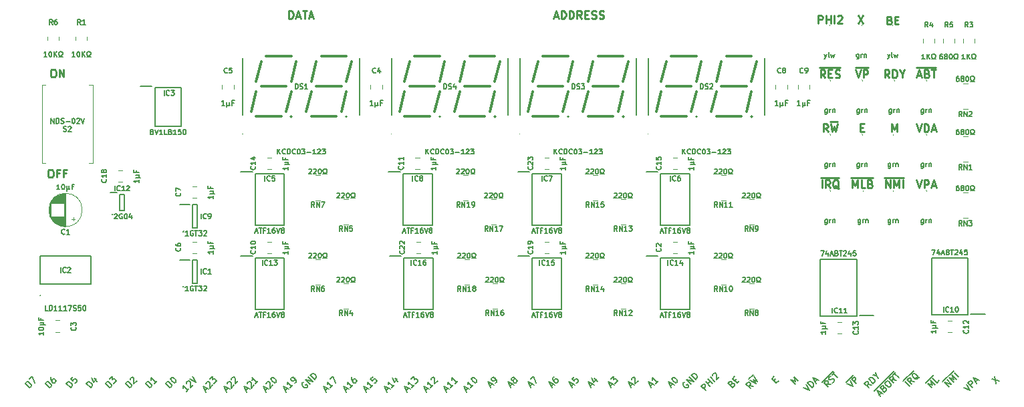
<source format=gto>
%TF.GenerationSoftware,KiCad,Pcbnew,8.0.7*%
%TF.CreationDate,2025-01-10T16:05:29+02:00*%
%TF.ProjectId,W65C816 Debug Display,57363543-3831-4362-9044-656275672044,V1*%
%TF.SameCoordinates,Original*%
%TF.FileFunction,Legend,Top*%
%TF.FilePolarity,Positive*%
%FSLAX46Y46*%
G04 Gerber Fmt 4.6, Leading zero omitted, Abs format (unit mm)*
G04 Created by KiCad (PCBNEW 8.0.7) date 2025-01-10 16:05:29*
%MOMM*%
%LPD*%
G01*
G04 APERTURE LIST*
%ADD10C,0.200000*%
%ADD11C,0.250000*%
%ADD12C,0.150000*%
%ADD13C,0.120000*%
%ADD14C,0.100000*%
%ADD15C,0.300000*%
%ADD16C,0.210000*%
G04 APERTURE END LIST*
D10*
X11777982Y-3362555D02*
X11212297Y-2796869D01*
X11212297Y-2796869D02*
X11346984Y-2662182D01*
X11346984Y-2662182D02*
X11454733Y-2608307D01*
X11454733Y-2608307D02*
X11562483Y-2608307D01*
X11562483Y-2608307D02*
X11643295Y-2635245D01*
X11643295Y-2635245D02*
X11777982Y-2716057D01*
X11777982Y-2716057D02*
X11858794Y-2796869D01*
X11858794Y-2796869D02*
X11939607Y-2931556D01*
X11939607Y-2931556D02*
X11966544Y-3012369D01*
X11966544Y-3012369D02*
X11966544Y-3120118D01*
X11966544Y-3120118D02*
X11912669Y-3227868D01*
X11912669Y-3227868D02*
X11777982Y-3362555D01*
X11804920Y-2311996D02*
X11804920Y-2258121D01*
X11804920Y-2258121D02*
X11831857Y-2177309D01*
X11831857Y-2177309D02*
X11966544Y-2042622D01*
X11966544Y-2042622D02*
X12047356Y-2015685D01*
X12047356Y-2015685D02*
X12101231Y-2015685D01*
X12101231Y-2015685D02*
X12182043Y-2042622D01*
X12182043Y-2042622D02*
X12235918Y-2096497D01*
X12235918Y-2096497D02*
X12289793Y-2204246D01*
X12289793Y-2204246D02*
X12289793Y-2850744D01*
X12289793Y-2850744D02*
X12639979Y-2500558D01*
X102625360Y-2823806D02*
X103379607Y-3200930D01*
X103379607Y-3200930D02*
X103002483Y-2446683D01*
X103756730Y-2823807D02*
X103191045Y-2258121D01*
X103191045Y-2258121D02*
X103406544Y-2042622D01*
X103406544Y-2042622D02*
X103487356Y-2015684D01*
X103487356Y-2015684D02*
X103541231Y-2015684D01*
X103541231Y-2015684D02*
X103622043Y-2042622D01*
X103622043Y-2042622D02*
X103702855Y-2123434D01*
X103702855Y-2123434D02*
X103729793Y-2204246D01*
X103729793Y-2204246D02*
X103729793Y-2258121D01*
X103729793Y-2258121D02*
X103702855Y-2338933D01*
X103702855Y-2338933D02*
X103487356Y-2554433D01*
X102471008Y-2664068D02*
X103408430Y-1726646D01*
X33775986Y-2639055D02*
X33695173Y-2665993D01*
X33695173Y-2665993D02*
X33614361Y-2746805D01*
X33614361Y-2746805D02*
X33560486Y-2854554D01*
X33560486Y-2854554D02*
X33560486Y-2962304D01*
X33560486Y-2962304D02*
X33587424Y-3043116D01*
X33587424Y-3043116D02*
X33668236Y-3177803D01*
X33668236Y-3177803D02*
X33749048Y-3258615D01*
X33749048Y-3258615D02*
X33883735Y-3339428D01*
X33883735Y-3339428D02*
X33964547Y-3366365D01*
X33964547Y-3366365D02*
X34072297Y-3366365D01*
X34072297Y-3366365D02*
X34180047Y-3312490D01*
X34180047Y-3312490D02*
X34233921Y-3258615D01*
X34233921Y-3258615D02*
X34287796Y-3150866D01*
X34287796Y-3150866D02*
X34287796Y-3096991D01*
X34287796Y-3096991D02*
X34099234Y-2908429D01*
X34099234Y-2908429D02*
X33991485Y-3016179D01*
X34584108Y-2908429D02*
X34018422Y-2342744D01*
X34018422Y-2342744D02*
X34907356Y-2585180D01*
X34907356Y-2585180D02*
X34341671Y-2019495D01*
X35176730Y-2315807D02*
X34611045Y-1750121D01*
X34611045Y-1750121D02*
X34745732Y-1615434D01*
X34745732Y-1615434D02*
X34853481Y-1561559D01*
X34853481Y-1561559D02*
X34961231Y-1561559D01*
X34961231Y-1561559D02*
X35042043Y-1588497D01*
X35042043Y-1588497D02*
X35176730Y-1669309D01*
X35176730Y-1669309D02*
X35257543Y-1750121D01*
X35257543Y-1750121D02*
X35338355Y-1884808D01*
X35338355Y-1884808D02*
X35365292Y-1965620D01*
X35365292Y-1965620D02*
X35365292Y-2073370D01*
X35365292Y-2073370D02*
X35311417Y-2181120D01*
X35311417Y-2181120D02*
X35176730Y-2315807D01*
D11*
X107485262Y21950680D02*
X107485262Y22950680D01*
X107485262Y22950680D02*
X108056690Y21950680D01*
X108056690Y21950680D02*
X108056690Y22950680D01*
X108532881Y21950680D02*
X108532881Y22950680D01*
X108532881Y22950680D02*
X108866214Y22236395D01*
X108866214Y22236395D02*
X109199547Y22950680D01*
X109199547Y22950680D02*
X109199547Y21950680D01*
X109675738Y21950680D02*
X109675738Y22950680D01*
X107347167Y23228300D02*
X109813833Y23228300D01*
D10*
X93354293Y-2473621D02*
X93542855Y-2285059D01*
X93919979Y-2500558D02*
X93650605Y-2769932D01*
X93650605Y-2769932D02*
X93084919Y-2204247D01*
X93084919Y-2204247D02*
X93354293Y-1934873D01*
D11*
X104302214Y29586490D02*
X104635547Y29586490D01*
X104778404Y29062680D02*
X104302214Y29062680D01*
X104302214Y29062680D02*
X104302214Y30062680D01*
X104302214Y30062680D02*
X104778404Y30062680D01*
D10*
X96055918Y-2904619D02*
X95490232Y-2338934D01*
X95490232Y-2338934D02*
X96082855Y-2554433D01*
X96082855Y-2554433D02*
X95867356Y-1961810D01*
X95867356Y-1961810D02*
X96433042Y-2527495D01*
D11*
X111525452Y36206395D02*
X112001642Y36206395D01*
X111430214Y35920680D02*
X111763547Y36920680D01*
X111763547Y36920680D02*
X112096880Y35920680D01*
X112763547Y36444490D02*
X112906404Y36396871D01*
X112906404Y36396871D02*
X112954023Y36349252D01*
X112954023Y36349252D02*
X113001642Y36254014D01*
X113001642Y36254014D02*
X113001642Y36111157D01*
X113001642Y36111157D02*
X112954023Y36015919D01*
X112954023Y36015919D02*
X112906404Y35968300D01*
X112906404Y35968300D02*
X112811166Y35920680D01*
X112811166Y35920680D02*
X112430214Y35920680D01*
X112430214Y35920680D02*
X112430214Y36920680D01*
X112430214Y36920680D02*
X112763547Y36920680D01*
X112763547Y36920680D02*
X112858785Y36873061D01*
X112858785Y36873061D02*
X112906404Y36825442D01*
X112906404Y36825442D02*
X112954023Y36730204D01*
X112954023Y36730204D02*
X112954023Y36634966D01*
X112954023Y36634966D02*
X112906404Y36539728D01*
X112906404Y36539728D02*
X112858785Y36492109D01*
X112858785Y36492109D02*
X112763547Y36444490D01*
X112763547Y36444490D02*
X112430214Y36444490D01*
X113287357Y36920680D02*
X113858785Y36920680D01*
X113573071Y35920680D02*
X113573071Y36920680D01*
X111434976Y37198300D02*
X113854024Y37198300D01*
D10*
X80250233Y-3147055D02*
X80519607Y-2877681D01*
X80357982Y-3362555D02*
X79980859Y-2608307D01*
X79980859Y-2608307D02*
X80735106Y-2985431D01*
X80465732Y-2123434D02*
X80519607Y-2069559D01*
X80519607Y-2069559D02*
X80600419Y-2042622D01*
X80600419Y-2042622D02*
X80654294Y-2042622D01*
X80654294Y-2042622D02*
X80735106Y-2069559D01*
X80735106Y-2069559D02*
X80869793Y-2150372D01*
X80869793Y-2150372D02*
X81004480Y-2285059D01*
X81004480Y-2285059D02*
X81085292Y-2419746D01*
X81085292Y-2419746D02*
X81112229Y-2500558D01*
X81112229Y-2500558D02*
X81112229Y-2554433D01*
X81112229Y-2554433D02*
X81085292Y-2635245D01*
X81085292Y-2635245D02*
X81031417Y-2689120D01*
X81031417Y-2689120D02*
X80950605Y-2716057D01*
X80950605Y-2716057D02*
X80896730Y-2716057D01*
X80896730Y-2716057D02*
X80815918Y-2689120D01*
X80815918Y-2689120D02*
X80681231Y-2608307D01*
X80681231Y-2608307D02*
X80546544Y-2473620D01*
X80546544Y-2473620D02*
X80465732Y-2338933D01*
X80465732Y-2338933D02*
X80438794Y-2258121D01*
X80438794Y-2258121D02*
X80438794Y-2204246D01*
X80438794Y-2204246D02*
X80465732Y-2123434D01*
X14317982Y-3362555D02*
X13752297Y-2796869D01*
X13752297Y-2796869D02*
X13886984Y-2662182D01*
X13886984Y-2662182D02*
X13994733Y-2608307D01*
X13994733Y-2608307D02*
X14102483Y-2608307D01*
X14102483Y-2608307D02*
X14183295Y-2635245D01*
X14183295Y-2635245D02*
X14317982Y-2716057D01*
X14317982Y-2716057D02*
X14398794Y-2796869D01*
X14398794Y-2796869D02*
X14479607Y-2931556D01*
X14479607Y-2931556D02*
X14506544Y-3012369D01*
X14506544Y-3012369D02*
X14506544Y-3120118D01*
X14506544Y-3120118D02*
X14452669Y-3227868D01*
X14452669Y-3227868D02*
X14317982Y-3362555D01*
X15179979Y-2500558D02*
X14856730Y-2823807D01*
X15018355Y-2662182D02*
X14452669Y-2096497D01*
X14452669Y-2096497D02*
X14479607Y-2231184D01*
X14479607Y-2231184D02*
X14479607Y-2338933D01*
X14479607Y-2338933D02*
X14452669Y-2419746D01*
X31451485Y-3685804D02*
X31720859Y-3416429D01*
X31559234Y-3901303D02*
X31182111Y-3147055D01*
X31182111Y-3147055D02*
X31936358Y-3524179D01*
X32421231Y-3039306D02*
X32097982Y-3362555D01*
X32259606Y-3200930D02*
X31693921Y-2635245D01*
X31693921Y-2635245D02*
X31720858Y-2769932D01*
X31720858Y-2769932D02*
X31720858Y-2877682D01*
X31720858Y-2877682D02*
X31693921Y-2958494D01*
X32690605Y-2769932D02*
X32798355Y-2662182D01*
X32798355Y-2662182D02*
X32825292Y-2581370D01*
X32825292Y-2581370D02*
X32825292Y-2527495D01*
X32825292Y-2527495D02*
X32798355Y-2392808D01*
X32798355Y-2392808D02*
X32717542Y-2258121D01*
X32717542Y-2258121D02*
X32502043Y-2042622D01*
X32502043Y-2042622D02*
X32421231Y-2015685D01*
X32421231Y-2015685D02*
X32367356Y-2015685D01*
X32367356Y-2015685D02*
X32286544Y-2042622D01*
X32286544Y-2042622D02*
X32178794Y-2150372D01*
X32178794Y-2150372D02*
X32151857Y-2231184D01*
X32151857Y-2231184D02*
X32151857Y-2285059D01*
X32151857Y-2285059D02*
X32178794Y-2365871D01*
X32178794Y-2365871D02*
X32313481Y-2500558D01*
X32313481Y-2500558D02*
X32394294Y-2527495D01*
X32394294Y-2527495D02*
X32448168Y-2527495D01*
X32448168Y-2527495D02*
X32528981Y-2500558D01*
X32528981Y-2500558D02*
X32636730Y-2392808D01*
X32636730Y-2392808D02*
X32663668Y-2311996D01*
X32663668Y-2311996D02*
X32663668Y-2258121D01*
X32663668Y-2258121D02*
X32636730Y-2177309D01*
X77710233Y-3147055D02*
X77979607Y-2877681D01*
X77817982Y-3362555D02*
X77440859Y-2608307D01*
X77440859Y-2608307D02*
X78195106Y-2985431D01*
X78679979Y-2500558D02*
X78356730Y-2823807D01*
X78518355Y-2662182D02*
X77952669Y-2096497D01*
X77952669Y-2096497D02*
X77979607Y-2231184D01*
X77979607Y-2231184D02*
X77979607Y-2338933D01*
X77979607Y-2338933D02*
X77952669Y-2419746D01*
X65137233Y-3147055D02*
X65406607Y-2877681D01*
X65244982Y-3362555D02*
X64867859Y-2608307D01*
X64867859Y-2608307D02*
X65622106Y-2985431D01*
X65487419Y-1988747D02*
X65379669Y-2096497D01*
X65379669Y-2096497D02*
X65352732Y-2177309D01*
X65352732Y-2177309D02*
X65352732Y-2231184D01*
X65352732Y-2231184D02*
X65379669Y-2365871D01*
X65379669Y-2365871D02*
X65460481Y-2500558D01*
X65460481Y-2500558D02*
X65675981Y-2716057D01*
X65675981Y-2716057D02*
X65756793Y-2742994D01*
X65756793Y-2742994D02*
X65810668Y-2742994D01*
X65810668Y-2742994D02*
X65891480Y-2716057D01*
X65891480Y-2716057D02*
X65999229Y-2608307D01*
X65999229Y-2608307D02*
X66026167Y-2527495D01*
X66026167Y-2527495D02*
X66026167Y-2473620D01*
X66026167Y-2473620D02*
X65999229Y-2392808D01*
X65999229Y-2392808D02*
X65864542Y-2258121D01*
X65864542Y-2258121D02*
X65783730Y-2231184D01*
X65783730Y-2231184D02*
X65729855Y-2231184D01*
X65729855Y-2231184D02*
X65649043Y-2258121D01*
X65649043Y-2258121D02*
X65541294Y-2365871D01*
X65541294Y-2365871D02*
X65514356Y-2446683D01*
X65514356Y-2446683D02*
X65514356Y-2500558D01*
X65514356Y-2500558D02*
X65541294Y-2581370D01*
X100570232Y-2962304D02*
X100112297Y-2881492D01*
X100246984Y-3285553D02*
X99681298Y-2719868D01*
X99681298Y-2719868D02*
X99896797Y-2504369D01*
X99896797Y-2504369D02*
X99977610Y-2477431D01*
X99977610Y-2477431D02*
X100031484Y-2477431D01*
X100031484Y-2477431D02*
X100112297Y-2504369D01*
X100112297Y-2504369D02*
X100193109Y-2585181D01*
X100193109Y-2585181D02*
X100220046Y-2665993D01*
X100220046Y-2665993D02*
X100220046Y-2719868D01*
X100220046Y-2719868D02*
X100193109Y-2800680D01*
X100193109Y-2800680D02*
X99977610Y-3016179D01*
X100758794Y-2719868D02*
X100866544Y-2665993D01*
X100866544Y-2665993D02*
X101001231Y-2531306D01*
X101001231Y-2531306D02*
X101028168Y-2450494D01*
X101028168Y-2450494D02*
X101028168Y-2396619D01*
X101028168Y-2396619D02*
X101001231Y-2315807D01*
X101001231Y-2315807D02*
X100947356Y-2261932D01*
X100947356Y-2261932D02*
X100866544Y-2234995D01*
X100866544Y-2234995D02*
X100812669Y-2234995D01*
X100812669Y-2234995D02*
X100731857Y-2261932D01*
X100731857Y-2261932D02*
X100597170Y-2342744D01*
X100597170Y-2342744D02*
X100516358Y-2369682D01*
X100516358Y-2369682D02*
X100462483Y-2369682D01*
X100462483Y-2369682D02*
X100381671Y-2342744D01*
X100381671Y-2342744D02*
X100327796Y-2288869D01*
X100327796Y-2288869D02*
X100300858Y-2208057D01*
X100300858Y-2208057D02*
X100300858Y-2154182D01*
X100300858Y-2154182D02*
X100327796Y-2073370D01*
X100327796Y-2073370D02*
X100462483Y-1938683D01*
X100462483Y-1938683D02*
X100570232Y-1884808D01*
X100704920Y-1696246D02*
X101028168Y-1372998D01*
X101432229Y-2100307D02*
X100866544Y-1534622D01*
X99446135Y-2640941D02*
X100868430Y-1218646D01*
X16857982Y-3362555D02*
X16292297Y-2796869D01*
X16292297Y-2796869D02*
X16426984Y-2662182D01*
X16426984Y-2662182D02*
X16534733Y-2608307D01*
X16534733Y-2608307D02*
X16642483Y-2608307D01*
X16642483Y-2608307D02*
X16723295Y-2635245D01*
X16723295Y-2635245D02*
X16857982Y-2716057D01*
X16857982Y-2716057D02*
X16938794Y-2796869D01*
X16938794Y-2796869D02*
X17019607Y-2931556D01*
X17019607Y-2931556D02*
X17046544Y-3012369D01*
X17046544Y-3012369D02*
X17046544Y-3120118D01*
X17046544Y-3120118D02*
X16992669Y-3227868D01*
X16992669Y-3227868D02*
X16857982Y-3362555D01*
X16965732Y-2123434D02*
X17019607Y-2069559D01*
X17019607Y-2069559D02*
X17100419Y-2042622D01*
X17100419Y-2042622D02*
X17154294Y-2042622D01*
X17154294Y-2042622D02*
X17235106Y-2069559D01*
X17235106Y-2069559D02*
X17369793Y-2150372D01*
X17369793Y-2150372D02*
X17504480Y-2285059D01*
X17504480Y-2285059D02*
X17585292Y-2419746D01*
X17585292Y-2419746D02*
X17612229Y-2500558D01*
X17612229Y-2500558D02*
X17612229Y-2554433D01*
X17612229Y-2554433D02*
X17585292Y-2635245D01*
X17585292Y-2635245D02*
X17531417Y-2689120D01*
X17531417Y-2689120D02*
X17450605Y-2716057D01*
X17450605Y-2716057D02*
X17396730Y-2716057D01*
X17396730Y-2716057D02*
X17315918Y-2689120D01*
X17315918Y-2689120D02*
X17181231Y-2608307D01*
X17181231Y-2608307D02*
X17046544Y-2473620D01*
X17046544Y-2473620D02*
X16965732Y-2338933D01*
X16965732Y-2338933D02*
X16938794Y-2258121D01*
X16938794Y-2258121D02*
X16938794Y-2204246D01*
X16938794Y-2204246D02*
X16965732Y-2123434D01*
D11*
X103278405Y21950680D02*
X103278405Y22950680D01*
X103278405Y22950680D02*
X103611738Y22236395D01*
X103611738Y22236395D02*
X103945071Y22950680D01*
X103945071Y22950680D02*
X103945071Y21950680D01*
X104897452Y21950680D02*
X104421262Y21950680D01*
X104421262Y21950680D02*
X104421262Y22950680D01*
X105564119Y22474490D02*
X105706976Y22426871D01*
X105706976Y22426871D02*
X105754595Y22379252D01*
X105754595Y22379252D02*
X105802214Y22284014D01*
X105802214Y22284014D02*
X105802214Y22141157D01*
X105802214Y22141157D02*
X105754595Y22045919D01*
X105754595Y22045919D02*
X105706976Y21998300D01*
X105706976Y21998300D02*
X105611738Y21950680D01*
X105611738Y21950680D02*
X105230786Y21950680D01*
X105230786Y21950680D02*
X105230786Y22950680D01*
X105230786Y22950680D02*
X105564119Y22950680D01*
X105564119Y22950680D02*
X105659357Y22903061D01*
X105659357Y22903061D02*
X105706976Y22855442D01*
X105706976Y22855442D02*
X105754595Y22760204D01*
X105754595Y22760204D02*
X105754595Y22664966D01*
X105754595Y22664966D02*
X105706976Y22569728D01*
X105706976Y22569728D02*
X105659357Y22522109D01*
X105659357Y22522109D02*
X105564119Y22474490D01*
X105564119Y22474490D02*
X105230786Y22474490D01*
X103140310Y23228300D02*
X105892691Y23228300D01*
D10*
X72630233Y-3147055D02*
X72899607Y-2877681D01*
X72737982Y-3362555D02*
X72360859Y-2608307D01*
X72360859Y-2608307D02*
X73115106Y-2985431D01*
X72684107Y-2285059D02*
X73034294Y-1934872D01*
X73034294Y-1934872D02*
X73061231Y-2338933D01*
X73061231Y-2338933D02*
X73142043Y-2258121D01*
X73142043Y-2258121D02*
X73222855Y-2231184D01*
X73222855Y-2231184D02*
X73276730Y-2231184D01*
X73276730Y-2231184D02*
X73357542Y-2258121D01*
X73357542Y-2258121D02*
X73492229Y-2392808D01*
X73492229Y-2392808D02*
X73519167Y-2473620D01*
X73519167Y-2473620D02*
X73519167Y-2527495D01*
X73519167Y-2527495D02*
X73492229Y-2608307D01*
X73492229Y-2608307D02*
X73330605Y-2769932D01*
X73330605Y-2769932D02*
X73249793Y-2796869D01*
X73249793Y-2796869D02*
X73195918Y-2796869D01*
X39071485Y-3685804D02*
X39340859Y-3416429D01*
X39179234Y-3901303D02*
X38802111Y-3147055D01*
X38802111Y-3147055D02*
X39556358Y-3524179D01*
X40041231Y-3039306D02*
X39717982Y-3362555D01*
X39879606Y-3200930D02*
X39313921Y-2635245D01*
X39313921Y-2635245D02*
X39340858Y-2769932D01*
X39340858Y-2769932D02*
X39340858Y-2877682D01*
X39340858Y-2877682D02*
X39313921Y-2958494D01*
X39960419Y-1988747D02*
X39852669Y-2096497D01*
X39852669Y-2096497D02*
X39825732Y-2177309D01*
X39825732Y-2177309D02*
X39825732Y-2231184D01*
X39825732Y-2231184D02*
X39852669Y-2365871D01*
X39852669Y-2365871D02*
X39933481Y-2500558D01*
X39933481Y-2500558D02*
X40148981Y-2716057D01*
X40148981Y-2716057D02*
X40229793Y-2742994D01*
X40229793Y-2742994D02*
X40283668Y-2742994D01*
X40283668Y-2742994D02*
X40364480Y-2716057D01*
X40364480Y-2716057D02*
X40472229Y-2608307D01*
X40472229Y-2608307D02*
X40499167Y-2527495D01*
X40499167Y-2527495D02*
X40499167Y-2473620D01*
X40499167Y-2473620D02*
X40472229Y-2392808D01*
X40472229Y-2392808D02*
X40337542Y-2258121D01*
X40337542Y-2258121D02*
X40256730Y-2231184D01*
X40256730Y-2231184D02*
X40202855Y-2231184D01*
X40202855Y-2231184D02*
X40122043Y-2258121D01*
X40122043Y-2258121D02*
X40014294Y-2365871D01*
X40014294Y-2365871D02*
X39987356Y-2446683D01*
X39987356Y-2446683D02*
X39987356Y-2500558D01*
X39987356Y-2500558D02*
X40014294Y-2581370D01*
D11*
X103683167Y36920680D02*
X104016500Y35920680D01*
X104016500Y35920680D02*
X104349833Y36920680D01*
X104683167Y35920680D02*
X104683167Y36920680D01*
X104683167Y36920680D02*
X105064119Y36920680D01*
X105064119Y36920680D02*
X105159357Y36873061D01*
X105159357Y36873061D02*
X105206976Y36825442D01*
X105206976Y36825442D02*
X105254595Y36730204D01*
X105254595Y36730204D02*
X105254595Y36587347D01*
X105254595Y36587347D02*
X105206976Y36492109D01*
X105206976Y36492109D02*
X105159357Y36444490D01*
X105159357Y36444490D02*
X105064119Y36396871D01*
X105064119Y36396871D02*
X104683167Y36396871D01*
X103687929Y37198300D02*
X105345072Y37198300D01*
X1968452Y36986880D02*
X2158928Y36986880D01*
X2158928Y36986880D02*
X2254166Y36939261D01*
X2254166Y36939261D02*
X2349404Y36844023D01*
X2349404Y36844023D02*
X2397023Y36653547D01*
X2397023Y36653547D02*
X2397023Y36320214D01*
X2397023Y36320214D02*
X2349404Y36129738D01*
X2349404Y36129738D02*
X2254166Y36034500D01*
X2254166Y36034500D02*
X2158928Y35986880D01*
X2158928Y35986880D02*
X1968452Y35986880D01*
X1968452Y35986880D02*
X1873214Y36034500D01*
X1873214Y36034500D02*
X1777976Y36129738D01*
X1777976Y36129738D02*
X1730357Y36320214D01*
X1730357Y36320214D02*
X1730357Y36653547D01*
X1730357Y36653547D02*
X1777976Y36844023D01*
X1777976Y36844023D02*
X1873214Y36939261D01*
X1873214Y36939261D02*
X1968452Y36986880D01*
X2825595Y35986880D02*
X2825595Y36986880D01*
X2825595Y36986880D02*
X3397023Y35986880D01*
X3397023Y35986880D02*
X3397023Y36986880D01*
D10*
X-922017Y-3362555D02*
X-1487702Y-2796869D01*
X-1487702Y-2796869D02*
X-1353015Y-2662182D01*
X-1353015Y-2662182D02*
X-1245266Y-2608307D01*
X-1245266Y-2608307D02*
X-1137516Y-2608307D01*
X-1137516Y-2608307D02*
X-1056704Y-2635245D01*
X-1056704Y-2635245D02*
X-922017Y-2716057D01*
X-922017Y-2716057D02*
X-841205Y-2796869D01*
X-841205Y-2796869D02*
X-760392Y-2931556D01*
X-760392Y-2931556D02*
X-733455Y-3012369D01*
X-733455Y-3012369D02*
X-733455Y-3120118D01*
X-733455Y-3120118D02*
X-787330Y-3227868D01*
X-787330Y-3227868D02*
X-922017Y-3362555D01*
X-975892Y-2285059D02*
X-598768Y-1907935D01*
X-598768Y-1907935D02*
X-275519Y-2716057D01*
X23958485Y-3685804D02*
X24227859Y-3416429D01*
X24066234Y-3901303D02*
X23689111Y-3147055D01*
X23689111Y-3147055D02*
X24443358Y-3524179D01*
X24093171Y-2850744D02*
X24093171Y-2796869D01*
X24093171Y-2796869D02*
X24120109Y-2716057D01*
X24120109Y-2716057D02*
X24254796Y-2581370D01*
X24254796Y-2581370D02*
X24335608Y-2554433D01*
X24335608Y-2554433D02*
X24389483Y-2554433D01*
X24389483Y-2554433D02*
X24470295Y-2581370D01*
X24470295Y-2581370D02*
X24524170Y-2635245D01*
X24524170Y-2635245D02*
X24578045Y-2742995D01*
X24578045Y-2742995D02*
X24578045Y-3389492D01*
X24578045Y-3389492D02*
X24928231Y-3039306D01*
X24631920Y-2311996D02*
X24631920Y-2258121D01*
X24631920Y-2258121D02*
X24658857Y-2177309D01*
X24658857Y-2177309D02*
X24793544Y-2042622D01*
X24793544Y-2042622D02*
X24874356Y-2015685D01*
X24874356Y-2015685D02*
X24928231Y-2015685D01*
X24928231Y-2015685D02*
X25009043Y-2042622D01*
X25009043Y-2042622D02*
X25062918Y-2096497D01*
X25062918Y-2096497D02*
X25116793Y-2204246D01*
X25116793Y-2204246D02*
X25116793Y-2850744D01*
X25116793Y-2850744D02*
X25466979Y-2500558D01*
D11*
X98952500Y42793880D02*
X98952500Y43793880D01*
X98952500Y43793880D02*
X99333452Y43793880D01*
X99333452Y43793880D02*
X99428690Y43746261D01*
X99428690Y43746261D02*
X99476309Y43698642D01*
X99476309Y43698642D02*
X99523928Y43603404D01*
X99523928Y43603404D02*
X99523928Y43460547D01*
X99523928Y43460547D02*
X99476309Y43365309D01*
X99476309Y43365309D02*
X99428690Y43317690D01*
X99428690Y43317690D02*
X99333452Y43270071D01*
X99333452Y43270071D02*
X98952500Y43270071D01*
X99952500Y42793880D02*
X99952500Y43793880D01*
X99952500Y43317690D02*
X100523928Y43317690D01*
X100523928Y42793880D02*
X100523928Y43793880D01*
X101000119Y42793880D02*
X101000119Y43793880D01*
X101428690Y43698642D02*
X101476309Y43746261D01*
X101476309Y43746261D02*
X101571547Y43793880D01*
X101571547Y43793880D02*
X101809642Y43793880D01*
X101809642Y43793880D02*
X101904880Y43746261D01*
X101904880Y43746261D02*
X101952499Y43698642D01*
X101952499Y43698642D02*
X102000118Y43603404D01*
X102000118Y43603404D02*
X102000118Y43508166D01*
X102000118Y43508166D02*
X101952499Y43365309D01*
X101952499Y43365309D02*
X101381071Y42793880D01*
X101381071Y42793880D02*
X102000118Y42793880D01*
X111382595Y30062680D02*
X111715928Y29062680D01*
X111715928Y29062680D02*
X112049261Y30062680D01*
X112382595Y29062680D02*
X112382595Y30062680D01*
X112382595Y30062680D02*
X112620690Y30062680D01*
X112620690Y30062680D02*
X112763547Y30015061D01*
X112763547Y30015061D02*
X112858785Y29919823D01*
X112858785Y29919823D02*
X112906404Y29824585D01*
X112906404Y29824585D02*
X112954023Y29634109D01*
X112954023Y29634109D02*
X112954023Y29491252D01*
X112954023Y29491252D02*
X112906404Y29300776D01*
X112906404Y29300776D02*
X112858785Y29205538D01*
X112858785Y29205538D02*
X112763547Y29110300D01*
X112763547Y29110300D02*
X112620690Y29062680D01*
X112620690Y29062680D02*
X112382595Y29062680D01*
X113334976Y29348395D02*
X113811166Y29348395D01*
X113239738Y29062680D02*
X113573071Y30062680D01*
X113573071Y30062680D02*
X113906404Y29062680D01*
X100190595Y29062680D02*
X99857262Y29538871D01*
X99619167Y29062680D02*
X99619167Y30062680D01*
X99619167Y30062680D02*
X100000119Y30062680D01*
X100000119Y30062680D02*
X100095357Y30015061D01*
X100095357Y30015061D02*
X100142976Y29967442D01*
X100142976Y29967442D02*
X100190595Y29872204D01*
X100190595Y29872204D02*
X100190595Y29729347D01*
X100190595Y29729347D02*
X100142976Y29634109D01*
X100142976Y29634109D02*
X100095357Y29586490D01*
X100095357Y29586490D02*
X100000119Y29538871D01*
X100000119Y29538871D02*
X99619167Y29538871D01*
X100523929Y30062680D02*
X100762024Y29062680D01*
X100762024Y29062680D02*
X100952500Y29776966D01*
X100952500Y29776966D02*
X101142976Y29062680D01*
X101142976Y29062680D02*
X101381072Y30062680D01*
X100481072Y30340300D02*
X101423929Y30340300D01*
D10*
X49231485Y-3685804D02*
X49500859Y-3416429D01*
X49339234Y-3901303D02*
X48962111Y-3147055D01*
X48962111Y-3147055D02*
X49716358Y-3524179D01*
X50201231Y-3039306D02*
X49877982Y-3362555D01*
X50039606Y-3200930D02*
X49473921Y-2635245D01*
X49473921Y-2635245D02*
X49500858Y-2769932D01*
X49500858Y-2769932D02*
X49500858Y-2877682D01*
X49500858Y-2877682D02*
X49473921Y-2958494D01*
X49904920Y-2311996D02*
X49904920Y-2258121D01*
X49904920Y-2258121D02*
X49931857Y-2177309D01*
X49931857Y-2177309D02*
X50066544Y-2042622D01*
X50066544Y-2042622D02*
X50147356Y-2015685D01*
X50147356Y-2015685D02*
X50201231Y-2015685D01*
X50201231Y-2015685D02*
X50282043Y-2042622D01*
X50282043Y-2042622D02*
X50335918Y-2096497D01*
X50335918Y-2096497D02*
X50389793Y-2204246D01*
X50389793Y-2204246D02*
X50389793Y-2850744D01*
X50389793Y-2850744D02*
X50739979Y-2500558D01*
X51771485Y-3685804D02*
X52040859Y-3416429D01*
X51879234Y-3901303D02*
X51502111Y-3147055D01*
X51502111Y-3147055D02*
X52256358Y-3524179D01*
X52741231Y-3039306D02*
X52417982Y-3362555D01*
X52579606Y-3200930D02*
X52013921Y-2635245D01*
X52013921Y-2635245D02*
X52040858Y-2769932D01*
X52040858Y-2769932D02*
X52040858Y-2877682D01*
X52040858Y-2877682D02*
X52013921Y-2958494D01*
X53279979Y-2500558D02*
X52956730Y-2823807D01*
X53118355Y-2662182D02*
X52552669Y-2096497D01*
X52552669Y-2096497D02*
X52579607Y-2231184D01*
X52579607Y-2231184D02*
X52579607Y-2338933D01*
X52579607Y-2338933D02*
X52552669Y-2419746D01*
X59930233Y-3147055D02*
X60199607Y-2877681D01*
X60037982Y-3362555D02*
X59660859Y-2608307D01*
X59660859Y-2608307D02*
X60415106Y-2985431D01*
X60361231Y-2392808D02*
X60280419Y-2419746D01*
X60280419Y-2419746D02*
X60226544Y-2419746D01*
X60226544Y-2419746D02*
X60145732Y-2392808D01*
X60145732Y-2392808D02*
X60118794Y-2365871D01*
X60118794Y-2365871D02*
X60091857Y-2285059D01*
X60091857Y-2285059D02*
X60091857Y-2231184D01*
X60091857Y-2231184D02*
X60118794Y-2150372D01*
X60118794Y-2150372D02*
X60226544Y-2042622D01*
X60226544Y-2042622D02*
X60307356Y-2015685D01*
X60307356Y-2015685D02*
X60361231Y-2015685D01*
X60361231Y-2015685D02*
X60442043Y-2042622D01*
X60442043Y-2042622D02*
X60468981Y-2069559D01*
X60468981Y-2069559D02*
X60495918Y-2150372D01*
X60495918Y-2150372D02*
X60495918Y-2204246D01*
X60495918Y-2204246D02*
X60468981Y-2285059D01*
X60468981Y-2285059D02*
X60361231Y-2392808D01*
X60361231Y-2392808D02*
X60334294Y-2473620D01*
X60334294Y-2473620D02*
X60334294Y-2527495D01*
X60334294Y-2527495D02*
X60361231Y-2608307D01*
X60361231Y-2608307D02*
X60468981Y-2716057D01*
X60468981Y-2716057D02*
X60549793Y-2742994D01*
X60549793Y-2742994D02*
X60603668Y-2742994D01*
X60603668Y-2742994D02*
X60684480Y-2716057D01*
X60684480Y-2716057D02*
X60792229Y-2608307D01*
X60792229Y-2608307D02*
X60819167Y-2527495D01*
X60819167Y-2527495D02*
X60819167Y-2473620D01*
X60819167Y-2473620D02*
X60792229Y-2392808D01*
X60792229Y-2392808D02*
X60684480Y-2285059D01*
X60684480Y-2285059D02*
X60603668Y-2258121D01*
X60603668Y-2258121D02*
X60549793Y-2258121D01*
X60549793Y-2258121D02*
X60468981Y-2285059D01*
X117380487Y-3308679D02*
X118134734Y-3685803D01*
X118134734Y-3685803D02*
X117757610Y-2931556D01*
X118511857Y-3308680D02*
X117946172Y-2742994D01*
X117946172Y-2742994D02*
X118161671Y-2527495D01*
X118161671Y-2527495D02*
X118242483Y-2500558D01*
X118242483Y-2500558D02*
X118296358Y-2500558D01*
X118296358Y-2500558D02*
X118377170Y-2527495D01*
X118377170Y-2527495D02*
X118457982Y-2608307D01*
X118457982Y-2608307D02*
X118484920Y-2689119D01*
X118484920Y-2689119D02*
X118484920Y-2742994D01*
X118484920Y-2742994D02*
X118457982Y-2823806D01*
X118457982Y-2823806D02*
X118242483Y-3039306D01*
X118888981Y-2608307D02*
X119158355Y-2338933D01*
X118996731Y-2823806D02*
X118619607Y-2069559D01*
X118619607Y-2069559D02*
X119373854Y-2446683D01*
X26498485Y-3685804D02*
X26767859Y-3416429D01*
X26606234Y-3901303D02*
X26229111Y-3147055D01*
X26229111Y-3147055D02*
X26983358Y-3524179D01*
X26633171Y-2850744D02*
X26633171Y-2796869D01*
X26633171Y-2796869D02*
X26660109Y-2716057D01*
X26660109Y-2716057D02*
X26794796Y-2581370D01*
X26794796Y-2581370D02*
X26875608Y-2554433D01*
X26875608Y-2554433D02*
X26929483Y-2554433D01*
X26929483Y-2554433D02*
X27010295Y-2581370D01*
X27010295Y-2581370D02*
X27064170Y-2635245D01*
X27064170Y-2635245D02*
X27118045Y-2742995D01*
X27118045Y-2742995D02*
X27118045Y-3389492D01*
X27118045Y-3389492D02*
X27468231Y-3039306D01*
X28006979Y-2500558D02*
X27683730Y-2823807D01*
X27845355Y-2662182D02*
X27279669Y-2096497D01*
X27279669Y-2096497D02*
X27306607Y-2231184D01*
X27306607Y-2231184D02*
X27306607Y-2338933D01*
X27306607Y-2338933D02*
X27279669Y-2419746D01*
D11*
X108009047Y43205890D02*
X108151904Y43158271D01*
X108151904Y43158271D02*
X108199523Y43110652D01*
X108199523Y43110652D02*
X108247142Y43015414D01*
X108247142Y43015414D02*
X108247142Y42872557D01*
X108247142Y42872557D02*
X108199523Y42777319D01*
X108199523Y42777319D02*
X108151904Y42729700D01*
X108151904Y42729700D02*
X108056666Y42682080D01*
X108056666Y42682080D02*
X107675714Y42682080D01*
X107675714Y42682080D02*
X107675714Y43682080D01*
X107675714Y43682080D02*
X108009047Y43682080D01*
X108009047Y43682080D02*
X108104285Y43634461D01*
X108104285Y43634461D02*
X108151904Y43586842D01*
X108151904Y43586842D02*
X108199523Y43491604D01*
X108199523Y43491604D02*
X108199523Y43396366D01*
X108199523Y43396366D02*
X108151904Y43301128D01*
X108151904Y43301128D02*
X108104285Y43253509D01*
X108104285Y43253509D02*
X108009047Y43205890D01*
X108009047Y43205890D02*
X107675714Y43205890D01*
X108675714Y43205890D02*
X109009047Y43205890D01*
X109151904Y42682080D02*
X108675714Y42682080D01*
X108675714Y42682080D02*
X108675714Y43682080D01*
X108675714Y43682080D02*
X109151904Y43682080D01*
X31923500Y43397880D02*
X31923500Y44397880D01*
X31923500Y44397880D02*
X32161595Y44397880D01*
X32161595Y44397880D02*
X32304452Y44350261D01*
X32304452Y44350261D02*
X32399690Y44255023D01*
X32399690Y44255023D02*
X32447309Y44159785D01*
X32447309Y44159785D02*
X32494928Y43969309D01*
X32494928Y43969309D02*
X32494928Y43826452D01*
X32494928Y43826452D02*
X32447309Y43635976D01*
X32447309Y43635976D02*
X32399690Y43540738D01*
X32399690Y43540738D02*
X32304452Y43445500D01*
X32304452Y43445500D02*
X32161595Y43397880D01*
X32161595Y43397880D02*
X31923500Y43397880D01*
X32875881Y43683595D02*
X33352071Y43683595D01*
X32780643Y43397880D02*
X33113976Y44397880D01*
X33113976Y44397880D02*
X33447309Y43397880D01*
X33637786Y44397880D02*
X34209214Y44397880D01*
X33923500Y43397880D02*
X33923500Y44397880D01*
X34494929Y43683595D02*
X34971119Y43683595D01*
X34399691Y43397880D02*
X34733024Y44397880D01*
X34733024Y44397880D02*
X35066357Y43397880D01*
X99833452Y35920680D02*
X99500119Y36396871D01*
X99262024Y35920680D02*
X99262024Y36920680D01*
X99262024Y36920680D02*
X99642976Y36920680D01*
X99642976Y36920680D02*
X99738214Y36873061D01*
X99738214Y36873061D02*
X99785833Y36825442D01*
X99785833Y36825442D02*
X99833452Y36730204D01*
X99833452Y36730204D02*
X99833452Y36587347D01*
X99833452Y36587347D02*
X99785833Y36492109D01*
X99785833Y36492109D02*
X99738214Y36444490D01*
X99738214Y36444490D02*
X99642976Y36396871D01*
X99642976Y36396871D02*
X99262024Y36396871D01*
X100262024Y36444490D02*
X100595357Y36444490D01*
X100738214Y35920680D02*
X100262024Y35920680D01*
X100262024Y35920680D02*
X100262024Y36920680D01*
X100262024Y36920680D02*
X100738214Y36920680D01*
X101119167Y35968300D02*
X101262024Y35920680D01*
X101262024Y35920680D02*
X101500119Y35920680D01*
X101500119Y35920680D02*
X101595357Y35968300D01*
X101595357Y35968300D02*
X101642976Y36015919D01*
X101642976Y36015919D02*
X101690595Y36111157D01*
X101690595Y36111157D02*
X101690595Y36206395D01*
X101690595Y36206395D02*
X101642976Y36301633D01*
X101642976Y36301633D02*
X101595357Y36349252D01*
X101595357Y36349252D02*
X101500119Y36396871D01*
X101500119Y36396871D02*
X101309643Y36444490D01*
X101309643Y36444490D02*
X101214405Y36492109D01*
X101214405Y36492109D02*
X101166786Y36539728D01*
X101166786Y36539728D02*
X101119167Y36634966D01*
X101119167Y36634966D02*
X101119167Y36730204D01*
X101119167Y36730204D02*
X101166786Y36825442D01*
X101166786Y36825442D02*
X101214405Y36873061D01*
X101214405Y36873061D02*
X101309643Y36920680D01*
X101309643Y36920680D02*
X101547738Y36920680D01*
X101547738Y36920680D02*
X101690595Y36873061D01*
X99123929Y37198300D02*
X101781072Y37198300D01*
D10*
X41611485Y-3685804D02*
X41880859Y-3416429D01*
X41719234Y-3901303D02*
X41342111Y-3147055D01*
X41342111Y-3147055D02*
X42096358Y-3524179D01*
X42581231Y-3039306D02*
X42257982Y-3362555D01*
X42419606Y-3200930D02*
X41853921Y-2635245D01*
X41853921Y-2635245D02*
X41880858Y-2769932D01*
X41880858Y-2769932D02*
X41880858Y-2877682D01*
X41880858Y-2877682D02*
X41853921Y-2958494D01*
X42527356Y-1961810D02*
X42257982Y-2231184D01*
X42257982Y-2231184D02*
X42500419Y-2527495D01*
X42500419Y-2527495D02*
X42500419Y-2473620D01*
X42500419Y-2473620D02*
X42527356Y-2392808D01*
X42527356Y-2392808D02*
X42662043Y-2258121D01*
X42662043Y-2258121D02*
X42742855Y-2231184D01*
X42742855Y-2231184D02*
X42796730Y-2231184D01*
X42796730Y-2231184D02*
X42877542Y-2258121D01*
X42877542Y-2258121D02*
X43012229Y-2392808D01*
X43012229Y-2392808D02*
X43039167Y-2473620D01*
X43039167Y-2473620D02*
X43039167Y-2527495D01*
X43039167Y-2527495D02*
X43012229Y-2608307D01*
X43012229Y-2608307D02*
X42877542Y-2742994D01*
X42877542Y-2742994D02*
X42796730Y-2769932D01*
X42796730Y-2769932D02*
X42742855Y-2769932D01*
X97060487Y-3308679D02*
X97814734Y-3685803D01*
X97814734Y-3685803D02*
X97437610Y-2931556D01*
X98191857Y-3308680D02*
X97626172Y-2742994D01*
X97626172Y-2742994D02*
X97760859Y-2608307D01*
X97760859Y-2608307D02*
X97868608Y-2554432D01*
X97868608Y-2554432D02*
X97976358Y-2554432D01*
X97976358Y-2554432D02*
X98057170Y-2581370D01*
X98057170Y-2581370D02*
X98191857Y-2662182D01*
X98191857Y-2662182D02*
X98272669Y-2742994D01*
X98272669Y-2742994D02*
X98353482Y-2877681D01*
X98353482Y-2877681D02*
X98380419Y-2958493D01*
X98380419Y-2958493D02*
X98380419Y-3066243D01*
X98380419Y-3066243D02*
X98326544Y-3173993D01*
X98326544Y-3173993D02*
X98191857Y-3308680D01*
X98568981Y-2608307D02*
X98838355Y-2338933D01*
X98676731Y-2823806D02*
X98299607Y-2069559D01*
X98299607Y-2069559D02*
X99053854Y-2446683D01*
X67677233Y-3147055D02*
X67946607Y-2877681D01*
X67784982Y-3362555D02*
X67407859Y-2608307D01*
X67407859Y-2608307D02*
X68162106Y-2985431D01*
X68054356Y-1961810D02*
X67784982Y-2231184D01*
X67784982Y-2231184D02*
X68027419Y-2527495D01*
X68027419Y-2527495D02*
X68027419Y-2473620D01*
X68027419Y-2473620D02*
X68054356Y-2392808D01*
X68054356Y-2392808D02*
X68189043Y-2258121D01*
X68189043Y-2258121D02*
X68269855Y-2231184D01*
X68269855Y-2231184D02*
X68323730Y-2231184D01*
X68323730Y-2231184D02*
X68404542Y-2258121D01*
X68404542Y-2258121D02*
X68539229Y-2392808D01*
X68539229Y-2392808D02*
X68566167Y-2473620D01*
X68566167Y-2473620D02*
X68566167Y-2527495D01*
X68566167Y-2527495D02*
X68539229Y-2608307D01*
X68539229Y-2608307D02*
X68404542Y-2742994D01*
X68404542Y-2742994D02*
X68323730Y-2769932D01*
X68323730Y-2769932D02*
X68269855Y-2769932D01*
D11*
X107961452Y35920680D02*
X107628119Y36396871D01*
X107390024Y35920680D02*
X107390024Y36920680D01*
X107390024Y36920680D02*
X107770976Y36920680D01*
X107770976Y36920680D02*
X107866214Y36873061D01*
X107866214Y36873061D02*
X107913833Y36825442D01*
X107913833Y36825442D02*
X107961452Y36730204D01*
X107961452Y36730204D02*
X107961452Y36587347D01*
X107961452Y36587347D02*
X107913833Y36492109D01*
X107913833Y36492109D02*
X107866214Y36444490D01*
X107866214Y36444490D02*
X107770976Y36396871D01*
X107770976Y36396871D02*
X107390024Y36396871D01*
X108390024Y35920680D02*
X108390024Y36920680D01*
X108390024Y36920680D02*
X108628119Y36920680D01*
X108628119Y36920680D02*
X108770976Y36873061D01*
X108770976Y36873061D02*
X108866214Y36777823D01*
X108866214Y36777823D02*
X108913833Y36682585D01*
X108913833Y36682585D02*
X108961452Y36492109D01*
X108961452Y36492109D02*
X108961452Y36349252D01*
X108961452Y36349252D02*
X108913833Y36158776D01*
X108913833Y36158776D02*
X108866214Y36063538D01*
X108866214Y36063538D02*
X108770976Y35968300D01*
X108770976Y35968300D02*
X108628119Y35920680D01*
X108628119Y35920680D02*
X108390024Y35920680D01*
X109580500Y36396871D02*
X109580500Y35920680D01*
X109247167Y36920680D02*
X109580500Y36396871D01*
X109580500Y36396871D02*
X109913833Y36920680D01*
D10*
X1617982Y-3362555D02*
X1052297Y-2796869D01*
X1052297Y-2796869D02*
X1186984Y-2662182D01*
X1186984Y-2662182D02*
X1294733Y-2608307D01*
X1294733Y-2608307D02*
X1402483Y-2608307D01*
X1402483Y-2608307D02*
X1483295Y-2635245D01*
X1483295Y-2635245D02*
X1617982Y-2716057D01*
X1617982Y-2716057D02*
X1698794Y-2796869D01*
X1698794Y-2796869D02*
X1779607Y-2931556D01*
X1779607Y-2931556D02*
X1806544Y-3012369D01*
X1806544Y-3012369D02*
X1806544Y-3120118D01*
X1806544Y-3120118D02*
X1752669Y-3227868D01*
X1752669Y-3227868D02*
X1617982Y-3362555D01*
X1860419Y-1988747D02*
X1752669Y-2096497D01*
X1752669Y-2096497D02*
X1725732Y-2177309D01*
X1725732Y-2177309D02*
X1725732Y-2231184D01*
X1725732Y-2231184D02*
X1752669Y-2365871D01*
X1752669Y-2365871D02*
X1833481Y-2500558D01*
X1833481Y-2500558D02*
X2048981Y-2716057D01*
X2048981Y-2716057D02*
X2129793Y-2742994D01*
X2129793Y-2742994D02*
X2183668Y-2742994D01*
X2183668Y-2742994D02*
X2264480Y-2716057D01*
X2264480Y-2716057D02*
X2372229Y-2608307D01*
X2372229Y-2608307D02*
X2399167Y-2527495D01*
X2399167Y-2527495D02*
X2399167Y-2473620D01*
X2399167Y-2473620D02*
X2372229Y-2392808D01*
X2372229Y-2392808D02*
X2237542Y-2258121D01*
X2237542Y-2258121D02*
X2156730Y-2231184D01*
X2156730Y-2231184D02*
X2102855Y-2231184D01*
X2102855Y-2231184D02*
X2022043Y-2258121D01*
X2022043Y-2258121D02*
X1914294Y-2365871D01*
X1914294Y-2365871D02*
X1887356Y-2446683D01*
X1887356Y-2446683D02*
X1887356Y-2500558D01*
X1887356Y-2500558D02*
X1914294Y-2581370D01*
X110514734Y-3177803D02*
X109949048Y-2612118D01*
X111107356Y-2585180D02*
X110649421Y-2504368D01*
X110784108Y-2908429D02*
X110218422Y-2342744D01*
X110218422Y-2342744D02*
X110433921Y-2127245D01*
X110433921Y-2127245D02*
X110514734Y-2100307D01*
X110514734Y-2100307D02*
X110568608Y-2100307D01*
X110568608Y-2100307D02*
X110649421Y-2127245D01*
X110649421Y-2127245D02*
X110730233Y-2208057D01*
X110730233Y-2208057D02*
X110757170Y-2288869D01*
X110757170Y-2288869D02*
X110757170Y-2342744D01*
X110757170Y-2342744D02*
X110730233Y-2423556D01*
X110730233Y-2423556D02*
X110514734Y-2639055D01*
X111780791Y-2019495D02*
X111699979Y-2046432D01*
X111699979Y-2046432D02*
X111592230Y-2046432D01*
X111592230Y-2046432D02*
X111430605Y-2046432D01*
X111430605Y-2046432D02*
X111349793Y-2073370D01*
X111349793Y-2073370D02*
X111295918Y-2127245D01*
X111457543Y-2234994D02*
X111376730Y-2261932D01*
X111376730Y-2261932D02*
X111268981Y-2261932D01*
X111268981Y-2261932D02*
X111134294Y-2181119D01*
X111134294Y-2181119D02*
X110945732Y-1992558D01*
X110945732Y-1992558D02*
X110864920Y-1857871D01*
X110864920Y-1857871D02*
X110864920Y-1750121D01*
X110864920Y-1750121D02*
X110891857Y-1669309D01*
X110891857Y-1669309D02*
X110999607Y-1561559D01*
X110999607Y-1561559D02*
X111080419Y-1534622D01*
X111080419Y-1534622D02*
X111188169Y-1534622D01*
X111188169Y-1534622D02*
X111322856Y-1615434D01*
X111322856Y-1615434D02*
X111511417Y-1803996D01*
X111511417Y-1803996D02*
X111592230Y-1938683D01*
X111592230Y-1938683D02*
X111592230Y-2046432D01*
X111592230Y-2046432D02*
X111565292Y-2127245D01*
X111565292Y-2127245D02*
X111457543Y-2234994D01*
X109713885Y-2533191D02*
X111028430Y-1218646D01*
X36531485Y-3685804D02*
X36800859Y-3416429D01*
X36639234Y-3901303D02*
X36262111Y-3147055D01*
X36262111Y-3147055D02*
X37016358Y-3524179D01*
X37501231Y-3039306D02*
X37177982Y-3362555D01*
X37339606Y-3200930D02*
X36773921Y-2635245D01*
X36773921Y-2635245D02*
X36800858Y-2769932D01*
X36800858Y-2769932D02*
X36800858Y-2877682D01*
X36800858Y-2877682D02*
X36773921Y-2958494D01*
X37124107Y-2285059D02*
X37501231Y-1907935D01*
X37501231Y-1907935D02*
X37824480Y-2716057D01*
X82035986Y-2639055D02*
X81955173Y-2665993D01*
X81955173Y-2665993D02*
X81874361Y-2746805D01*
X81874361Y-2746805D02*
X81820486Y-2854554D01*
X81820486Y-2854554D02*
X81820486Y-2962304D01*
X81820486Y-2962304D02*
X81847424Y-3043116D01*
X81847424Y-3043116D02*
X81928236Y-3177803D01*
X81928236Y-3177803D02*
X82009048Y-3258615D01*
X82009048Y-3258615D02*
X82143735Y-3339428D01*
X82143735Y-3339428D02*
X82224547Y-3366365D01*
X82224547Y-3366365D02*
X82332297Y-3366365D01*
X82332297Y-3366365D02*
X82440047Y-3312490D01*
X82440047Y-3312490D02*
X82493921Y-3258615D01*
X82493921Y-3258615D02*
X82547796Y-3150866D01*
X82547796Y-3150866D02*
X82547796Y-3096991D01*
X82547796Y-3096991D02*
X82359234Y-2908429D01*
X82359234Y-2908429D02*
X82251485Y-3016179D01*
X82844108Y-2908429D02*
X82278422Y-2342744D01*
X82278422Y-2342744D02*
X83167356Y-2585180D01*
X83167356Y-2585180D02*
X82601671Y-2019495D01*
X83436730Y-2315807D02*
X82871045Y-1750121D01*
X82871045Y-1750121D02*
X83005732Y-1615434D01*
X83005732Y-1615434D02*
X83113481Y-1561559D01*
X83113481Y-1561559D02*
X83221231Y-1561559D01*
X83221231Y-1561559D02*
X83302043Y-1588497D01*
X83302043Y-1588497D02*
X83436730Y-1669309D01*
X83436730Y-1669309D02*
X83517543Y-1750121D01*
X83517543Y-1750121D02*
X83598355Y-1884808D01*
X83598355Y-1884808D02*
X83625292Y-1965620D01*
X83625292Y-1965620D02*
X83625292Y-2073370D01*
X83625292Y-2073370D02*
X83571417Y-2181120D01*
X83571417Y-2181120D02*
X83436730Y-2315807D01*
X57390233Y-3147055D02*
X57659607Y-2877681D01*
X57497982Y-3362555D02*
X57120859Y-2608307D01*
X57120859Y-2608307D02*
X57875106Y-2985431D01*
X58090605Y-2769932D02*
X58198355Y-2662182D01*
X58198355Y-2662182D02*
X58225292Y-2581370D01*
X58225292Y-2581370D02*
X58225292Y-2527495D01*
X58225292Y-2527495D02*
X58198355Y-2392808D01*
X58198355Y-2392808D02*
X58117542Y-2258121D01*
X58117542Y-2258121D02*
X57902043Y-2042622D01*
X57902043Y-2042622D02*
X57821231Y-2015685D01*
X57821231Y-2015685D02*
X57767356Y-2015685D01*
X57767356Y-2015685D02*
X57686544Y-2042622D01*
X57686544Y-2042622D02*
X57578794Y-2150372D01*
X57578794Y-2150372D02*
X57551857Y-2231184D01*
X57551857Y-2231184D02*
X57551857Y-2285059D01*
X57551857Y-2285059D02*
X57578794Y-2365871D01*
X57578794Y-2365871D02*
X57713481Y-2500558D01*
X57713481Y-2500558D02*
X57794294Y-2527495D01*
X57794294Y-2527495D02*
X57848168Y-2527495D01*
X57848168Y-2527495D02*
X57928981Y-2500558D01*
X57928981Y-2500558D02*
X58036730Y-2392808D01*
X58036730Y-2392808D02*
X58063668Y-2311996D01*
X58063668Y-2311996D02*
X58063668Y-2258121D01*
X58063668Y-2258121D02*
X58036730Y-2177309D01*
X88024170Y-2850744D02*
X88131919Y-2796869D01*
X88131919Y-2796869D02*
X88185794Y-2796869D01*
X88185794Y-2796869D02*
X88266606Y-2823807D01*
X88266606Y-2823807D02*
X88347419Y-2904619D01*
X88347419Y-2904619D02*
X88374356Y-2985431D01*
X88374356Y-2985431D02*
X88374356Y-3039306D01*
X88374356Y-3039306D02*
X88347419Y-3120118D01*
X88347419Y-3120118D02*
X88131919Y-3335617D01*
X88131919Y-3335617D02*
X87566234Y-2769932D01*
X87566234Y-2769932D02*
X87754796Y-2581370D01*
X87754796Y-2581370D02*
X87835608Y-2554433D01*
X87835608Y-2554433D02*
X87889483Y-2554433D01*
X87889483Y-2554433D02*
X87970295Y-2581370D01*
X87970295Y-2581370D02*
X88024170Y-2635245D01*
X88024170Y-2635245D02*
X88051107Y-2716057D01*
X88051107Y-2716057D02*
X88051107Y-2769932D01*
X88051107Y-2769932D02*
X88024170Y-2850744D01*
X88024170Y-2850744D02*
X87835608Y-3039306D01*
X88401293Y-2473621D02*
X88589855Y-2285059D01*
X88966979Y-2500558D02*
X88697605Y-2769932D01*
X88697605Y-2769932D02*
X88131919Y-2204247D01*
X88131919Y-2204247D02*
X88401293Y-1934873D01*
X113377982Y-3362555D02*
X112812297Y-2796869D01*
X112812297Y-2796869D02*
X113404920Y-3012369D01*
X113404920Y-3012369D02*
X113189420Y-2419746D01*
X113189420Y-2419746D02*
X113755106Y-2985431D01*
X114293854Y-2446683D02*
X114024480Y-2716057D01*
X114024480Y-2716057D02*
X113458795Y-2150371D01*
X112577133Y-2717943D02*
X113568430Y-1726646D01*
X115513921Y-3258615D02*
X114948236Y-2692930D01*
X114948236Y-2692930D02*
X115837170Y-2935367D01*
X115837170Y-2935367D02*
X115271485Y-2369681D01*
X116106544Y-2665993D02*
X115540859Y-2100307D01*
X115540859Y-2100307D02*
X116133482Y-2315806D01*
X116133482Y-2315806D02*
X115917982Y-1723184D01*
X115917982Y-1723184D02*
X116483668Y-2288869D01*
X116753042Y-2019495D02*
X116187357Y-1453809D01*
X114713073Y-2614003D02*
X116108430Y-1218646D01*
X28911485Y-3685804D02*
X29180859Y-3416429D01*
X29019234Y-3901303D02*
X28642111Y-3147055D01*
X28642111Y-3147055D02*
X29396358Y-3524179D01*
X29046171Y-2850744D02*
X29046171Y-2796869D01*
X29046171Y-2796869D02*
X29073109Y-2716057D01*
X29073109Y-2716057D02*
X29207796Y-2581370D01*
X29207796Y-2581370D02*
X29288608Y-2554433D01*
X29288608Y-2554433D02*
X29342483Y-2554433D01*
X29342483Y-2554433D02*
X29423295Y-2581370D01*
X29423295Y-2581370D02*
X29477170Y-2635245D01*
X29477170Y-2635245D02*
X29531045Y-2742995D01*
X29531045Y-2742995D02*
X29531045Y-3389492D01*
X29531045Y-3389492D02*
X29881231Y-3039306D01*
X29665732Y-2123434D02*
X29719607Y-2069559D01*
X29719607Y-2069559D02*
X29800419Y-2042622D01*
X29800419Y-2042622D02*
X29854294Y-2042622D01*
X29854294Y-2042622D02*
X29935106Y-2069559D01*
X29935106Y-2069559D02*
X30069793Y-2150372D01*
X30069793Y-2150372D02*
X30204480Y-2285059D01*
X30204480Y-2285059D02*
X30285292Y-2419746D01*
X30285292Y-2419746D02*
X30312229Y-2500558D01*
X30312229Y-2500558D02*
X30312229Y-2554433D01*
X30312229Y-2554433D02*
X30285292Y-2635245D01*
X30285292Y-2635245D02*
X30231417Y-2689120D01*
X30231417Y-2689120D02*
X30150605Y-2716057D01*
X30150605Y-2716057D02*
X30096730Y-2716057D01*
X30096730Y-2716057D02*
X30015918Y-2689120D01*
X30015918Y-2689120D02*
X29881231Y-2608307D01*
X29881231Y-2608307D02*
X29746544Y-2473620D01*
X29746544Y-2473620D02*
X29665732Y-2338933D01*
X29665732Y-2338933D02*
X29638794Y-2258121D01*
X29638794Y-2258121D02*
X29638794Y-2204246D01*
X29638794Y-2204246D02*
X29665732Y-2123434D01*
X21291485Y-3685804D02*
X21560859Y-3416429D01*
X21399234Y-3901303D02*
X21022111Y-3147055D01*
X21022111Y-3147055D02*
X21776358Y-3524179D01*
X21426171Y-2850744D02*
X21426171Y-2796869D01*
X21426171Y-2796869D02*
X21453109Y-2716057D01*
X21453109Y-2716057D02*
X21587796Y-2581370D01*
X21587796Y-2581370D02*
X21668608Y-2554433D01*
X21668608Y-2554433D02*
X21722483Y-2554433D01*
X21722483Y-2554433D02*
X21803295Y-2581370D01*
X21803295Y-2581370D02*
X21857170Y-2635245D01*
X21857170Y-2635245D02*
X21911045Y-2742995D01*
X21911045Y-2742995D02*
X21911045Y-3389492D01*
X21911045Y-3389492D02*
X22261231Y-3039306D01*
X21884107Y-2285059D02*
X22234294Y-1934872D01*
X22234294Y-1934872D02*
X22261231Y-2338933D01*
X22261231Y-2338933D02*
X22342043Y-2258121D01*
X22342043Y-2258121D02*
X22422855Y-2231184D01*
X22422855Y-2231184D02*
X22476730Y-2231184D01*
X22476730Y-2231184D02*
X22557542Y-2258121D01*
X22557542Y-2258121D02*
X22692229Y-2392808D01*
X22692229Y-2392808D02*
X22719167Y-2473620D01*
X22719167Y-2473620D02*
X22719167Y-2527495D01*
X22719167Y-2527495D02*
X22692229Y-2608307D01*
X22692229Y-2608307D02*
X22530605Y-2769932D01*
X22530605Y-2769932D02*
X22449793Y-2796869D01*
X22449793Y-2796869D02*
X22395918Y-2796869D01*
X54311485Y-3685804D02*
X54580859Y-3416429D01*
X54419234Y-3901303D02*
X54042111Y-3147055D01*
X54042111Y-3147055D02*
X54796358Y-3524179D01*
X55281231Y-3039306D02*
X54957982Y-3362555D01*
X55119606Y-3200930D02*
X54553921Y-2635245D01*
X54553921Y-2635245D02*
X54580858Y-2769932D01*
X54580858Y-2769932D02*
X54580858Y-2877682D01*
X54580858Y-2877682D02*
X54553921Y-2958494D01*
X55065732Y-2123434D02*
X55119607Y-2069559D01*
X55119607Y-2069559D02*
X55200419Y-2042622D01*
X55200419Y-2042622D02*
X55254294Y-2042622D01*
X55254294Y-2042622D02*
X55335106Y-2069559D01*
X55335106Y-2069559D02*
X55469793Y-2150372D01*
X55469793Y-2150372D02*
X55604480Y-2285059D01*
X55604480Y-2285059D02*
X55685292Y-2419746D01*
X55685292Y-2419746D02*
X55712229Y-2500558D01*
X55712229Y-2500558D02*
X55712229Y-2554433D01*
X55712229Y-2554433D02*
X55685292Y-2635245D01*
X55685292Y-2635245D02*
X55631417Y-2689120D01*
X55631417Y-2689120D02*
X55550605Y-2716057D01*
X55550605Y-2716057D02*
X55496730Y-2716057D01*
X55496730Y-2716057D02*
X55415918Y-2689120D01*
X55415918Y-2689120D02*
X55281231Y-2608307D01*
X55281231Y-2608307D02*
X55146544Y-2473620D01*
X55146544Y-2473620D02*
X55065732Y-2338933D01*
X55065732Y-2338933D02*
X55038794Y-2258121D01*
X55038794Y-2258121D02*
X55038794Y-2204246D01*
X55038794Y-2204246D02*
X55065732Y-2123434D01*
X70090233Y-3147055D02*
X70359607Y-2877681D01*
X70197982Y-3362555D02*
X69820859Y-2608307D01*
X69820859Y-2608307D02*
X70575106Y-2985431D01*
X70628981Y-2177309D02*
X71006104Y-2554433D01*
X70278794Y-2096497D02*
X70548168Y-2635245D01*
X70548168Y-2635245D02*
X70898355Y-2285059D01*
X6824982Y-3362555D02*
X6259297Y-2796869D01*
X6259297Y-2796869D02*
X6393984Y-2662182D01*
X6393984Y-2662182D02*
X6501733Y-2608307D01*
X6501733Y-2608307D02*
X6609483Y-2608307D01*
X6609483Y-2608307D02*
X6690295Y-2635245D01*
X6690295Y-2635245D02*
X6824982Y-2716057D01*
X6824982Y-2716057D02*
X6905794Y-2796869D01*
X6905794Y-2796869D02*
X6986607Y-2931556D01*
X6986607Y-2931556D02*
X7013544Y-3012369D01*
X7013544Y-3012369D02*
X7013544Y-3120118D01*
X7013544Y-3120118D02*
X6959669Y-3227868D01*
X6959669Y-3227868D02*
X6824982Y-3362555D01*
X7255981Y-2177309D02*
X7633104Y-2554433D01*
X6905794Y-2096497D02*
X7175168Y-2635245D01*
X7175168Y-2635245D02*
X7525355Y-2285059D01*
D11*
X103992667Y43793880D02*
X104659333Y42793880D01*
X104659333Y43793880D02*
X103992667Y42793880D01*
X65517643Y43683595D02*
X65993833Y43683595D01*
X65422405Y43397880D02*
X65755738Y44397880D01*
X65755738Y44397880D02*
X66089071Y43397880D01*
X66422405Y43397880D02*
X66422405Y44397880D01*
X66422405Y44397880D02*
X66660500Y44397880D01*
X66660500Y44397880D02*
X66803357Y44350261D01*
X66803357Y44350261D02*
X66898595Y44255023D01*
X66898595Y44255023D02*
X66946214Y44159785D01*
X66946214Y44159785D02*
X66993833Y43969309D01*
X66993833Y43969309D02*
X66993833Y43826452D01*
X66993833Y43826452D02*
X66946214Y43635976D01*
X66946214Y43635976D02*
X66898595Y43540738D01*
X66898595Y43540738D02*
X66803357Y43445500D01*
X66803357Y43445500D02*
X66660500Y43397880D01*
X66660500Y43397880D02*
X66422405Y43397880D01*
X67422405Y43397880D02*
X67422405Y44397880D01*
X67422405Y44397880D02*
X67660500Y44397880D01*
X67660500Y44397880D02*
X67803357Y44350261D01*
X67803357Y44350261D02*
X67898595Y44255023D01*
X67898595Y44255023D02*
X67946214Y44159785D01*
X67946214Y44159785D02*
X67993833Y43969309D01*
X67993833Y43969309D02*
X67993833Y43826452D01*
X67993833Y43826452D02*
X67946214Y43635976D01*
X67946214Y43635976D02*
X67898595Y43540738D01*
X67898595Y43540738D02*
X67803357Y43445500D01*
X67803357Y43445500D02*
X67660500Y43397880D01*
X67660500Y43397880D02*
X67422405Y43397880D01*
X68993833Y43397880D02*
X68660500Y43874071D01*
X68422405Y43397880D02*
X68422405Y44397880D01*
X68422405Y44397880D02*
X68803357Y44397880D01*
X68803357Y44397880D02*
X68898595Y44350261D01*
X68898595Y44350261D02*
X68946214Y44302642D01*
X68946214Y44302642D02*
X68993833Y44207404D01*
X68993833Y44207404D02*
X68993833Y44064547D01*
X68993833Y44064547D02*
X68946214Y43969309D01*
X68946214Y43969309D02*
X68898595Y43921690D01*
X68898595Y43921690D02*
X68803357Y43874071D01*
X68803357Y43874071D02*
X68422405Y43874071D01*
X69422405Y43921690D02*
X69755738Y43921690D01*
X69898595Y43397880D02*
X69422405Y43397880D01*
X69422405Y43397880D02*
X69422405Y44397880D01*
X69422405Y44397880D02*
X69898595Y44397880D01*
X70279548Y43445500D02*
X70422405Y43397880D01*
X70422405Y43397880D02*
X70660500Y43397880D01*
X70660500Y43397880D02*
X70755738Y43445500D01*
X70755738Y43445500D02*
X70803357Y43493119D01*
X70803357Y43493119D02*
X70850976Y43588357D01*
X70850976Y43588357D02*
X70850976Y43683595D01*
X70850976Y43683595D02*
X70803357Y43778833D01*
X70803357Y43778833D02*
X70755738Y43826452D01*
X70755738Y43826452D02*
X70660500Y43874071D01*
X70660500Y43874071D02*
X70470024Y43921690D01*
X70470024Y43921690D02*
X70374786Y43969309D01*
X70374786Y43969309D02*
X70327167Y44016928D01*
X70327167Y44016928D02*
X70279548Y44112166D01*
X70279548Y44112166D02*
X70279548Y44207404D01*
X70279548Y44207404D02*
X70327167Y44302642D01*
X70327167Y44302642D02*
X70374786Y44350261D01*
X70374786Y44350261D02*
X70470024Y44397880D01*
X70470024Y44397880D02*
X70708119Y44397880D01*
X70708119Y44397880D02*
X70850976Y44350261D01*
X71231929Y43445500D02*
X71374786Y43397880D01*
X71374786Y43397880D02*
X71612881Y43397880D01*
X71612881Y43397880D02*
X71708119Y43445500D01*
X71708119Y43445500D02*
X71755738Y43493119D01*
X71755738Y43493119D02*
X71803357Y43588357D01*
X71803357Y43588357D02*
X71803357Y43683595D01*
X71803357Y43683595D02*
X71755738Y43778833D01*
X71755738Y43778833D02*
X71708119Y43826452D01*
X71708119Y43826452D02*
X71612881Y43874071D01*
X71612881Y43874071D02*
X71422405Y43921690D01*
X71422405Y43921690D02*
X71327167Y43969309D01*
X71327167Y43969309D02*
X71279548Y44016928D01*
X71279548Y44016928D02*
X71231929Y44112166D01*
X71231929Y44112166D02*
X71231929Y44207404D01*
X71231929Y44207404D02*
X71279548Y44302642D01*
X71279548Y44302642D02*
X71327167Y44350261D01*
X71327167Y44350261D02*
X71422405Y44397880D01*
X71422405Y44397880D02*
X71660500Y44397880D01*
X71660500Y44397880D02*
X71803357Y44350261D01*
D10*
X9237982Y-3362555D02*
X8672297Y-2796869D01*
X8672297Y-2796869D02*
X8806984Y-2662182D01*
X8806984Y-2662182D02*
X8914733Y-2608307D01*
X8914733Y-2608307D02*
X9022483Y-2608307D01*
X9022483Y-2608307D02*
X9103295Y-2635245D01*
X9103295Y-2635245D02*
X9237982Y-2716057D01*
X9237982Y-2716057D02*
X9318794Y-2796869D01*
X9318794Y-2796869D02*
X9399607Y-2931556D01*
X9399607Y-2931556D02*
X9426544Y-3012369D01*
X9426544Y-3012369D02*
X9426544Y-3120118D01*
X9426544Y-3120118D02*
X9372669Y-3227868D01*
X9372669Y-3227868D02*
X9237982Y-3362555D01*
X9184107Y-2285059D02*
X9534294Y-1934872D01*
X9534294Y-1934872D02*
X9561231Y-2338933D01*
X9561231Y-2338933D02*
X9642043Y-2258121D01*
X9642043Y-2258121D02*
X9722855Y-2231184D01*
X9722855Y-2231184D02*
X9776730Y-2231184D01*
X9776730Y-2231184D02*
X9857542Y-2258121D01*
X9857542Y-2258121D02*
X9992229Y-2392808D01*
X9992229Y-2392808D02*
X10019167Y-2473620D01*
X10019167Y-2473620D02*
X10019167Y-2527495D01*
X10019167Y-2527495D02*
X9992229Y-2608307D01*
X9992229Y-2608307D02*
X9830605Y-2769932D01*
X9830605Y-2769932D02*
X9749793Y-2796869D01*
X9749793Y-2796869D02*
X9695918Y-2796869D01*
X106700989Y-4255299D02*
X106970363Y-3985925D01*
X106808738Y-4470798D02*
X106431615Y-3716551D01*
X106431615Y-3716551D02*
X107185862Y-4093675D01*
X107266674Y-3420240D02*
X107374424Y-3366365D01*
X107374424Y-3366365D02*
X107428298Y-3366365D01*
X107428298Y-3366365D02*
X107509111Y-3393303D01*
X107509111Y-3393303D02*
X107589923Y-3474115D01*
X107589923Y-3474115D02*
X107616860Y-3554927D01*
X107616860Y-3554927D02*
X107616860Y-3608802D01*
X107616860Y-3608802D02*
X107589923Y-3689614D01*
X107589923Y-3689614D02*
X107374424Y-3905113D01*
X107374424Y-3905113D02*
X106808738Y-3339428D01*
X106808738Y-3339428D02*
X106997300Y-3150866D01*
X106997300Y-3150866D02*
X107078112Y-3123929D01*
X107078112Y-3123929D02*
X107131987Y-3123929D01*
X107131987Y-3123929D02*
X107212799Y-3150866D01*
X107212799Y-3150866D02*
X107266674Y-3204741D01*
X107266674Y-3204741D02*
X107293611Y-3285553D01*
X107293611Y-3285553D02*
X107293611Y-3339428D01*
X107293611Y-3339428D02*
X107266674Y-3420240D01*
X107266674Y-3420240D02*
X107078112Y-3608802D01*
X107482173Y-2665993D02*
X107589923Y-2558243D01*
X107589923Y-2558243D02*
X107670735Y-2531306D01*
X107670735Y-2531306D02*
X107778485Y-2531306D01*
X107778485Y-2531306D02*
X107913172Y-2612118D01*
X107913172Y-2612118D02*
X108101733Y-2800680D01*
X108101733Y-2800680D02*
X108182546Y-2935367D01*
X108182546Y-2935367D02*
X108182546Y-3043116D01*
X108182546Y-3043116D02*
X108155608Y-3123929D01*
X108155608Y-3123929D02*
X108047859Y-3231678D01*
X108047859Y-3231678D02*
X107967046Y-3258616D01*
X107967046Y-3258616D02*
X107859297Y-3258616D01*
X107859297Y-3258616D02*
X107724610Y-3177803D01*
X107724610Y-3177803D02*
X107536048Y-2989242D01*
X107536048Y-2989242D02*
X107455236Y-2854555D01*
X107455236Y-2854555D02*
X107455236Y-2746805D01*
X107455236Y-2746805D02*
X107482173Y-2665993D01*
X108855981Y-2423556D02*
X108398045Y-2342744D01*
X108532732Y-2746805D02*
X107967046Y-2181120D01*
X107967046Y-2181120D02*
X108182546Y-1965620D01*
X108182546Y-1965620D02*
X108263358Y-1938683D01*
X108263358Y-1938683D02*
X108317233Y-1938683D01*
X108317233Y-1938683D02*
X108398045Y-1965620D01*
X108398045Y-1965620D02*
X108478857Y-2046433D01*
X108478857Y-2046433D02*
X108505794Y-2127245D01*
X108505794Y-2127245D02*
X108505794Y-2181120D01*
X108505794Y-2181120D02*
X108478857Y-2261932D01*
X108478857Y-2261932D02*
X108263358Y-2477431D01*
X108451920Y-1696246D02*
X108775168Y-1372998D01*
X109179229Y-2100307D02*
X108613544Y-1534622D01*
X106088702Y-3745374D02*
X108615430Y-1218646D01*
X90733481Y-3147056D02*
X90275545Y-3066243D01*
X90410232Y-3470304D02*
X89844547Y-2904619D01*
X89844547Y-2904619D02*
X90060046Y-2689120D01*
X90060046Y-2689120D02*
X90140858Y-2662182D01*
X90140858Y-2662182D02*
X90194733Y-2662182D01*
X90194733Y-2662182D02*
X90275545Y-2689120D01*
X90275545Y-2689120D02*
X90356358Y-2769932D01*
X90356358Y-2769932D02*
X90383295Y-2850744D01*
X90383295Y-2850744D02*
X90383295Y-2904619D01*
X90383295Y-2904619D02*
X90356358Y-2985431D01*
X90356358Y-2985431D02*
X90140858Y-3200930D01*
X90356358Y-2392808D02*
X91056730Y-2823807D01*
X91056730Y-2823807D02*
X90760419Y-2311996D01*
X90760419Y-2311996D02*
X91272229Y-2608308D01*
X91272229Y-2608308D02*
X90841231Y-1907935D01*
X90175069Y-2260007D02*
X90708430Y-1726646D01*
D11*
X1635119Y24286880D02*
X1825595Y24286880D01*
X1825595Y24286880D02*
X1920833Y24239261D01*
X1920833Y24239261D02*
X2016071Y24144023D01*
X2016071Y24144023D02*
X2063690Y23953547D01*
X2063690Y23953547D02*
X2063690Y23620214D01*
X2063690Y23620214D02*
X2016071Y23429738D01*
X2016071Y23429738D02*
X1920833Y23334500D01*
X1920833Y23334500D02*
X1825595Y23286880D01*
X1825595Y23286880D02*
X1635119Y23286880D01*
X1635119Y23286880D02*
X1539881Y23334500D01*
X1539881Y23334500D02*
X1444643Y23429738D01*
X1444643Y23429738D02*
X1397024Y23620214D01*
X1397024Y23620214D02*
X1397024Y23953547D01*
X1397024Y23953547D02*
X1444643Y24144023D01*
X1444643Y24144023D02*
X1539881Y24239261D01*
X1539881Y24239261D02*
X1635119Y24286880D01*
X2825595Y23810690D02*
X2492262Y23810690D01*
X2492262Y23286880D02*
X2492262Y24286880D01*
X2492262Y24286880D02*
X2968452Y24286880D01*
X3682738Y23810690D02*
X3349405Y23810690D01*
X3349405Y23286880D02*
X3349405Y24286880D01*
X3349405Y24286880D02*
X3825595Y24286880D01*
X108247167Y29062680D02*
X108247167Y30062680D01*
X108247167Y30062680D02*
X108580500Y29348395D01*
X108580500Y29348395D02*
X108913833Y30062680D01*
X108913833Y30062680D02*
X108913833Y29062680D01*
D10*
X120944107Y-2285059D02*
X121886916Y-2473620D01*
X121321231Y-1907935D02*
X121509793Y-2850744D01*
X105696421Y-3043116D02*
X105238485Y-2962304D01*
X105373172Y-3366365D02*
X104807486Y-2800680D01*
X104807486Y-2800680D02*
X105022986Y-2585180D01*
X105022986Y-2585180D02*
X105103798Y-2558243D01*
X105103798Y-2558243D02*
X105157673Y-2558243D01*
X105157673Y-2558243D02*
X105238485Y-2585180D01*
X105238485Y-2585180D02*
X105319297Y-2665993D01*
X105319297Y-2665993D02*
X105346234Y-2746805D01*
X105346234Y-2746805D02*
X105346234Y-2800680D01*
X105346234Y-2800680D02*
X105319297Y-2881492D01*
X105319297Y-2881492D02*
X105103798Y-3096991D01*
X105938857Y-2800680D02*
X105373172Y-2234994D01*
X105373172Y-2234994D02*
X105507859Y-2100307D01*
X105507859Y-2100307D02*
X105615608Y-2046432D01*
X105615608Y-2046432D02*
X105723358Y-2046432D01*
X105723358Y-2046432D02*
X105804170Y-2073370D01*
X105804170Y-2073370D02*
X105938857Y-2154182D01*
X105938857Y-2154182D02*
X106019669Y-2234994D01*
X106019669Y-2234994D02*
X106100482Y-2369681D01*
X106100482Y-2369681D02*
X106127419Y-2450493D01*
X106127419Y-2450493D02*
X106127419Y-2558243D01*
X106127419Y-2558243D02*
X106073544Y-2665993D01*
X106073544Y-2665993D02*
X105938857Y-2800680D01*
X106342918Y-1857871D02*
X106612292Y-2127245D01*
X105858045Y-1750121D02*
X106342918Y-1857871D01*
X106342918Y-1857871D02*
X106235169Y-1372997D01*
X46818485Y-3685804D02*
X47087859Y-3416429D01*
X46926234Y-3901303D02*
X46549111Y-3147055D01*
X46549111Y-3147055D02*
X47303358Y-3524179D01*
X47788231Y-3039306D02*
X47464982Y-3362555D01*
X47626606Y-3200930D02*
X47060921Y-2635245D01*
X47060921Y-2635245D02*
X47087858Y-2769932D01*
X47087858Y-2769932D02*
X47087858Y-2877682D01*
X47087858Y-2877682D02*
X47060921Y-2958494D01*
X47411107Y-2285059D02*
X47761294Y-1934872D01*
X47761294Y-1934872D02*
X47788231Y-2338933D01*
X47788231Y-2338933D02*
X47869043Y-2258121D01*
X47869043Y-2258121D02*
X47949855Y-2231184D01*
X47949855Y-2231184D02*
X48003730Y-2231184D01*
X48003730Y-2231184D02*
X48084542Y-2258121D01*
X48084542Y-2258121D02*
X48219229Y-2392808D01*
X48219229Y-2392808D02*
X48246167Y-2473620D01*
X48246167Y-2473620D02*
X48246167Y-2527495D01*
X48246167Y-2527495D02*
X48219229Y-2608307D01*
X48219229Y-2608307D02*
X48057605Y-2769932D01*
X48057605Y-2769932D02*
X47976793Y-2796869D01*
X47976793Y-2796869D02*
X47922918Y-2796869D01*
X62470233Y-3147055D02*
X62739607Y-2877681D01*
X62577982Y-3362555D02*
X62200859Y-2608307D01*
X62200859Y-2608307D02*
X62955106Y-2985431D01*
X62524107Y-2285059D02*
X62901231Y-1907935D01*
X62901231Y-1907935D02*
X63224480Y-2716057D01*
X75170233Y-3147055D02*
X75439607Y-2877681D01*
X75277982Y-3362555D02*
X74900859Y-2608307D01*
X74900859Y-2608307D02*
X75655106Y-2985431D01*
X75304920Y-2311996D02*
X75304920Y-2258121D01*
X75304920Y-2258121D02*
X75331857Y-2177309D01*
X75331857Y-2177309D02*
X75466544Y-2042622D01*
X75466544Y-2042622D02*
X75547356Y-2015685D01*
X75547356Y-2015685D02*
X75601231Y-2015685D01*
X75601231Y-2015685D02*
X75682043Y-2042622D01*
X75682043Y-2042622D02*
X75735918Y-2096497D01*
X75735918Y-2096497D02*
X75789793Y-2204246D01*
X75789793Y-2204246D02*
X75789793Y-2850744D01*
X75789793Y-2850744D02*
X76139979Y-2500558D01*
X44278485Y-3685804D02*
X44547859Y-3416429D01*
X44386234Y-3901303D02*
X44009111Y-3147055D01*
X44009111Y-3147055D02*
X44763358Y-3524179D01*
X45248231Y-3039306D02*
X44924982Y-3362555D01*
X45086606Y-3200930D02*
X44520921Y-2635245D01*
X44520921Y-2635245D02*
X44547858Y-2769932D01*
X44547858Y-2769932D02*
X44547858Y-2877682D01*
X44547858Y-2877682D02*
X44520921Y-2958494D01*
X45355981Y-2177309D02*
X45733104Y-2554433D01*
X45005794Y-2096497D02*
X45275168Y-2635245D01*
X45275168Y-2635245D02*
X45625355Y-2285059D01*
X19236358Y-3524179D02*
X18913109Y-3847428D01*
X19074733Y-3685804D02*
X18509048Y-3120118D01*
X18509048Y-3120118D02*
X18535985Y-3254805D01*
X18535985Y-3254805D02*
X18535985Y-3362555D01*
X18535985Y-3362555D02*
X18509048Y-3443367D01*
X18940046Y-2796869D02*
X18940046Y-2742994D01*
X18940046Y-2742994D02*
X18966984Y-2662182D01*
X18966984Y-2662182D02*
X19101671Y-2527495D01*
X19101671Y-2527495D02*
X19182483Y-2500558D01*
X19182483Y-2500558D02*
X19236358Y-2500558D01*
X19236358Y-2500558D02*
X19317170Y-2527495D01*
X19317170Y-2527495D02*
X19371045Y-2581370D01*
X19371045Y-2581370D02*
X19424920Y-2689119D01*
X19424920Y-2689119D02*
X19424920Y-3335617D01*
X19424920Y-3335617D02*
X19775106Y-2985431D01*
X19371045Y-2258121D02*
X20125292Y-2635245D01*
X20125292Y-2635245D02*
X19748169Y-1880997D01*
D11*
X99428691Y21950680D02*
X99428691Y22950680D01*
X100476309Y21950680D02*
X100142976Y22426871D01*
X99904881Y21950680D02*
X99904881Y22950680D01*
X99904881Y22950680D02*
X100285833Y22950680D01*
X100285833Y22950680D02*
X100381071Y22903061D01*
X100381071Y22903061D02*
X100428690Y22855442D01*
X100428690Y22855442D02*
X100476309Y22760204D01*
X100476309Y22760204D02*
X100476309Y22617347D01*
X100476309Y22617347D02*
X100428690Y22522109D01*
X100428690Y22522109D02*
X100381071Y22474490D01*
X100381071Y22474490D02*
X100285833Y22426871D01*
X100285833Y22426871D02*
X99904881Y22426871D01*
X101571547Y21855442D02*
X101476309Y21903061D01*
X101476309Y21903061D02*
X101381071Y21998300D01*
X101381071Y21998300D02*
X101238214Y22141157D01*
X101238214Y22141157D02*
X101142976Y22188776D01*
X101142976Y22188776D02*
X101047738Y22188776D01*
X101095357Y21950680D02*
X101000119Y21998300D01*
X101000119Y21998300D02*
X100904881Y22093538D01*
X100904881Y22093538D02*
X100857262Y22284014D01*
X100857262Y22284014D02*
X100857262Y22617347D01*
X100857262Y22617347D02*
X100904881Y22807823D01*
X100904881Y22807823D02*
X101000119Y22903061D01*
X101000119Y22903061D02*
X101095357Y22950680D01*
X101095357Y22950680D02*
X101285833Y22950680D01*
X101285833Y22950680D02*
X101381071Y22903061D01*
X101381071Y22903061D02*
X101476309Y22807823D01*
X101476309Y22807823D02*
X101523928Y22617347D01*
X101523928Y22617347D02*
X101523928Y22284014D01*
X101523928Y22284014D02*
X101476309Y22093538D01*
X101476309Y22093538D02*
X101381071Y21998300D01*
X101381071Y21998300D02*
X101285833Y21950680D01*
X101285833Y21950680D02*
X101095357Y21950680D01*
X99290596Y23228300D02*
X101614405Y23228300D01*
X111382595Y22950680D02*
X111715928Y21950680D01*
X111715928Y21950680D02*
X112049261Y22950680D01*
X112382595Y21950680D02*
X112382595Y22950680D01*
X112382595Y22950680D02*
X112763547Y22950680D01*
X112763547Y22950680D02*
X112858785Y22903061D01*
X112858785Y22903061D02*
X112906404Y22855442D01*
X112906404Y22855442D02*
X112954023Y22760204D01*
X112954023Y22760204D02*
X112954023Y22617347D01*
X112954023Y22617347D02*
X112906404Y22522109D01*
X112906404Y22522109D02*
X112858785Y22474490D01*
X112858785Y22474490D02*
X112763547Y22426871D01*
X112763547Y22426871D02*
X112382595Y22426871D01*
X113334976Y22236395D02*
X113811166Y22236395D01*
X113239738Y21950680D02*
X113573071Y22950680D01*
X113573071Y22950680D02*
X113906404Y21950680D01*
D10*
X4284982Y-3362555D02*
X3719297Y-2796869D01*
X3719297Y-2796869D02*
X3853984Y-2662182D01*
X3853984Y-2662182D02*
X3961733Y-2608307D01*
X3961733Y-2608307D02*
X4069483Y-2608307D01*
X4069483Y-2608307D02*
X4150295Y-2635245D01*
X4150295Y-2635245D02*
X4284982Y-2716057D01*
X4284982Y-2716057D02*
X4365794Y-2796869D01*
X4365794Y-2796869D02*
X4446607Y-2931556D01*
X4446607Y-2931556D02*
X4473544Y-3012369D01*
X4473544Y-3012369D02*
X4473544Y-3120118D01*
X4473544Y-3120118D02*
X4419669Y-3227868D01*
X4419669Y-3227868D02*
X4284982Y-3362555D01*
X4554356Y-1961810D02*
X4284982Y-2231184D01*
X4284982Y-2231184D02*
X4527419Y-2527495D01*
X4527419Y-2527495D02*
X4527419Y-2473620D01*
X4527419Y-2473620D02*
X4554356Y-2392808D01*
X4554356Y-2392808D02*
X4689043Y-2258121D01*
X4689043Y-2258121D02*
X4769855Y-2231184D01*
X4769855Y-2231184D02*
X4823730Y-2231184D01*
X4823730Y-2231184D02*
X4904542Y-2258121D01*
X4904542Y-2258121D02*
X5039229Y-2392808D01*
X5039229Y-2392808D02*
X5066167Y-2473620D01*
X5066167Y-2473620D02*
X5066167Y-2527495D01*
X5066167Y-2527495D02*
X5039229Y-2608307D01*
X5039229Y-2608307D02*
X4904542Y-2742994D01*
X4904542Y-2742994D02*
X4823730Y-2769932D01*
X4823730Y-2769932D02*
X4769855Y-2769932D01*
X84702986Y-3716551D02*
X84137300Y-3150866D01*
X84137300Y-3150866D02*
X84352799Y-2935366D01*
X84352799Y-2935366D02*
X84433612Y-2908429D01*
X84433612Y-2908429D02*
X84487486Y-2908429D01*
X84487486Y-2908429D02*
X84568299Y-2935366D01*
X84568299Y-2935366D02*
X84649111Y-3016179D01*
X84649111Y-3016179D02*
X84676048Y-3096991D01*
X84676048Y-3096991D02*
X84676048Y-3150866D01*
X84676048Y-3150866D02*
X84649111Y-3231678D01*
X84649111Y-3231678D02*
X84433612Y-3447177D01*
X85268671Y-3150866D02*
X84702986Y-2585180D01*
X84972360Y-2854554D02*
X85295609Y-2531305D01*
X85591920Y-2827617D02*
X85026235Y-2261931D01*
X85861294Y-2558243D02*
X85295608Y-1992558D01*
X85591920Y-1803996D02*
X85591920Y-1750121D01*
X85591920Y-1750121D02*
X85618857Y-1669309D01*
X85618857Y-1669309D02*
X85753544Y-1534622D01*
X85753544Y-1534622D02*
X85834356Y-1507685D01*
X85834356Y-1507685D02*
X85888231Y-1507685D01*
X85888231Y-1507685D02*
X85969043Y-1534622D01*
X85969043Y-1534622D02*
X86022918Y-1588497D01*
X86022918Y-1588497D02*
X86076793Y-1696246D01*
X86076793Y-1696246D02*
X86076793Y-2342744D01*
X86076793Y-2342744D02*
X86426979Y-1992558D01*
D12*
X42910666Y36584013D02*
X42880428Y36553775D01*
X42880428Y36553775D02*
X42789714Y36523536D01*
X42789714Y36523536D02*
X42729238Y36523536D01*
X42729238Y36523536D02*
X42638523Y36553775D01*
X42638523Y36553775D02*
X42578047Y36614251D01*
X42578047Y36614251D02*
X42547809Y36674727D01*
X42547809Y36674727D02*
X42517571Y36795679D01*
X42517571Y36795679D02*
X42517571Y36886394D01*
X42517571Y36886394D02*
X42547809Y37007346D01*
X42547809Y37007346D02*
X42578047Y37067822D01*
X42578047Y37067822D02*
X42638523Y37128298D01*
X42638523Y37128298D02*
X42729238Y37158536D01*
X42729238Y37158536D02*
X42789714Y37158536D01*
X42789714Y37158536D02*
X42880428Y37128298D01*
X42880428Y37128298D02*
X42910666Y37098060D01*
X43454952Y36946870D02*
X43454952Y36523536D01*
X43303761Y37188775D02*
X43152571Y36735203D01*
X43152571Y36735203D02*
X43545666Y36735203D01*
X42566166Y32416536D02*
X42203309Y32416536D01*
X42384737Y32416536D02*
X42384737Y33051536D01*
X42384737Y33051536D02*
X42324261Y32960822D01*
X42324261Y32960822D02*
X42263785Y32900346D01*
X42263785Y32900346D02*
X42203309Y32870108D01*
X42838309Y32839870D02*
X42838309Y32204870D01*
X43140690Y32507251D02*
X43170928Y32446775D01*
X43170928Y32446775D02*
X43231404Y32416536D01*
X42838309Y32507251D02*
X42868547Y32446775D01*
X42868547Y32446775D02*
X42929023Y32416536D01*
X42929023Y32416536D02*
X43049976Y32416536D01*
X43049976Y32416536D02*
X43110452Y32446775D01*
X43110452Y32446775D02*
X43140690Y32507251D01*
X43140690Y32507251D02*
X43140690Y32839870D01*
X43715214Y32749155D02*
X43503547Y32749155D01*
X43503547Y32416536D02*
X43503547Y33051536D01*
X43503547Y33051536D02*
X43805928Y33051536D01*
X115406166Y42337736D02*
X115194499Y42640117D01*
X115043309Y42337736D02*
X115043309Y42972736D01*
X115043309Y42972736D02*
X115285214Y42972736D01*
X115285214Y42972736D02*
X115345690Y42942498D01*
X115345690Y42942498D02*
X115375928Y42912260D01*
X115375928Y42912260D02*
X115406166Y42851784D01*
X115406166Y42851784D02*
X115406166Y42761070D01*
X115406166Y42761070D02*
X115375928Y42700594D01*
X115375928Y42700594D02*
X115345690Y42670355D01*
X115345690Y42670355D02*
X115285214Y42640117D01*
X115285214Y42640117D02*
X115043309Y42640117D01*
X115980690Y42972736D02*
X115678309Y42972736D01*
X115678309Y42972736D02*
X115648071Y42670355D01*
X115648071Y42670355D02*
X115678309Y42700594D01*
X115678309Y42700594D02*
X115738785Y42730832D01*
X115738785Y42730832D02*
X115889976Y42730832D01*
X115889976Y42730832D02*
X115950452Y42700594D01*
X115950452Y42700594D02*
X115980690Y42670355D01*
X115980690Y42670355D02*
X116010928Y42609879D01*
X116010928Y42609879D02*
X116010928Y42458689D01*
X116010928Y42458689D02*
X115980690Y42398213D01*
X115980690Y42398213D02*
X115950452Y42367975D01*
X115950452Y42367975D02*
X115889976Y42337736D01*
X115889976Y42337736D02*
X115738785Y42337736D01*
X115738785Y42337736D02*
X115678309Y42367975D01*
X115678309Y42367975D02*
X115648071Y42398213D01*
X114665333Y38908736D02*
X114544380Y38908736D01*
X114544380Y38908736D02*
X114483904Y38878498D01*
X114483904Y38878498D02*
X114453666Y38848260D01*
X114453666Y38848260D02*
X114393190Y38757546D01*
X114393190Y38757546D02*
X114362952Y38636594D01*
X114362952Y38636594D02*
X114362952Y38394689D01*
X114362952Y38394689D02*
X114393190Y38334213D01*
X114393190Y38334213D02*
X114423428Y38303975D01*
X114423428Y38303975D02*
X114483904Y38273736D01*
X114483904Y38273736D02*
X114604857Y38273736D01*
X114604857Y38273736D02*
X114665333Y38303975D01*
X114665333Y38303975D02*
X114695571Y38334213D01*
X114695571Y38334213D02*
X114725809Y38394689D01*
X114725809Y38394689D02*
X114725809Y38545879D01*
X114725809Y38545879D02*
X114695571Y38606355D01*
X114695571Y38606355D02*
X114665333Y38636594D01*
X114665333Y38636594D02*
X114604857Y38666832D01*
X114604857Y38666832D02*
X114483904Y38666832D01*
X114483904Y38666832D02*
X114423428Y38636594D01*
X114423428Y38636594D02*
X114393190Y38606355D01*
X114393190Y38606355D02*
X114362952Y38545879D01*
X115088666Y38636594D02*
X115028190Y38666832D01*
X115028190Y38666832D02*
X114997952Y38697070D01*
X114997952Y38697070D02*
X114967714Y38757546D01*
X114967714Y38757546D02*
X114967714Y38787784D01*
X114967714Y38787784D02*
X114997952Y38848260D01*
X114997952Y38848260D02*
X115028190Y38878498D01*
X115028190Y38878498D02*
X115088666Y38908736D01*
X115088666Y38908736D02*
X115209619Y38908736D01*
X115209619Y38908736D02*
X115270095Y38878498D01*
X115270095Y38878498D02*
X115300333Y38848260D01*
X115300333Y38848260D02*
X115330571Y38787784D01*
X115330571Y38787784D02*
X115330571Y38757546D01*
X115330571Y38757546D02*
X115300333Y38697070D01*
X115300333Y38697070D02*
X115270095Y38666832D01*
X115270095Y38666832D02*
X115209619Y38636594D01*
X115209619Y38636594D02*
X115088666Y38636594D01*
X115088666Y38636594D02*
X115028190Y38606355D01*
X115028190Y38606355D02*
X114997952Y38576117D01*
X114997952Y38576117D02*
X114967714Y38515641D01*
X114967714Y38515641D02*
X114967714Y38394689D01*
X114967714Y38394689D02*
X114997952Y38334213D01*
X114997952Y38334213D02*
X115028190Y38303975D01*
X115028190Y38303975D02*
X115088666Y38273736D01*
X115088666Y38273736D02*
X115209619Y38273736D01*
X115209619Y38273736D02*
X115270095Y38303975D01*
X115270095Y38303975D02*
X115300333Y38334213D01*
X115300333Y38334213D02*
X115330571Y38394689D01*
X115330571Y38394689D02*
X115330571Y38515641D01*
X115330571Y38515641D02*
X115300333Y38576117D01*
X115300333Y38576117D02*
X115270095Y38606355D01*
X115270095Y38606355D02*
X115209619Y38636594D01*
X115723666Y38908736D02*
X115784143Y38908736D01*
X115784143Y38908736D02*
X115844619Y38878498D01*
X115844619Y38878498D02*
X115874857Y38848260D01*
X115874857Y38848260D02*
X115905095Y38787784D01*
X115905095Y38787784D02*
X115935333Y38666832D01*
X115935333Y38666832D02*
X115935333Y38515641D01*
X115935333Y38515641D02*
X115905095Y38394689D01*
X115905095Y38394689D02*
X115874857Y38334213D01*
X115874857Y38334213D02*
X115844619Y38303975D01*
X115844619Y38303975D02*
X115784143Y38273736D01*
X115784143Y38273736D02*
X115723666Y38273736D01*
X115723666Y38273736D02*
X115663190Y38303975D01*
X115663190Y38303975D02*
X115632952Y38334213D01*
X115632952Y38334213D02*
X115602714Y38394689D01*
X115602714Y38394689D02*
X115572476Y38515641D01*
X115572476Y38515641D02*
X115572476Y38666832D01*
X115572476Y38666832D02*
X115602714Y38787784D01*
X115602714Y38787784D02*
X115632952Y38848260D01*
X115632952Y38848260D02*
X115663190Y38878498D01*
X115663190Y38878498D02*
X115723666Y38908736D01*
X116177238Y38273736D02*
X116328428Y38273736D01*
X116328428Y38273736D02*
X116328428Y38394689D01*
X116328428Y38394689D02*
X116267952Y38424927D01*
X116267952Y38424927D02*
X116207476Y38485403D01*
X116207476Y38485403D02*
X116177238Y38576117D01*
X116177238Y38576117D02*
X116177238Y38727308D01*
X116177238Y38727308D02*
X116207476Y38818022D01*
X116207476Y38818022D02*
X116267952Y38878498D01*
X116267952Y38878498D02*
X116358666Y38908736D01*
X116358666Y38908736D02*
X116479619Y38908736D01*
X116479619Y38908736D02*
X116570333Y38878498D01*
X116570333Y38878498D02*
X116630809Y38818022D01*
X116630809Y38818022D02*
X116661047Y38727308D01*
X116661047Y38727308D02*
X116661047Y38576117D01*
X116661047Y38576117D02*
X116630809Y38485403D01*
X116630809Y38485403D02*
X116570333Y38424927D01*
X116570333Y38424927D02*
X116509857Y38394689D01*
X116509857Y38394689D02*
X116509857Y38273736D01*
X116509857Y38273736D02*
X116661047Y38273736D01*
X104168762Y25077670D02*
X104168762Y24563622D01*
X104168762Y24563622D02*
X104138524Y24503146D01*
X104138524Y24503146D02*
X104108286Y24472908D01*
X104108286Y24472908D02*
X104047809Y24442670D01*
X104047809Y24442670D02*
X103957095Y24442670D01*
X103957095Y24442670D02*
X103896619Y24472908D01*
X104168762Y24684575D02*
X104108286Y24654336D01*
X104108286Y24654336D02*
X103987333Y24654336D01*
X103987333Y24654336D02*
X103926857Y24684575D01*
X103926857Y24684575D02*
X103896619Y24714813D01*
X103896619Y24714813D02*
X103866381Y24775289D01*
X103866381Y24775289D02*
X103866381Y24956717D01*
X103866381Y24956717D02*
X103896619Y25017194D01*
X103896619Y25017194D02*
X103926857Y25047432D01*
X103926857Y25047432D02*
X103987333Y25077670D01*
X103987333Y25077670D02*
X104108286Y25077670D01*
X104108286Y25077670D02*
X104168762Y25047432D01*
X104471143Y24654336D02*
X104471143Y25077670D01*
X104471143Y24956717D02*
X104501381Y25017194D01*
X104501381Y25017194D02*
X104531619Y25047432D01*
X104531619Y25047432D02*
X104592095Y25077670D01*
X104592095Y25077670D02*
X104652572Y25077670D01*
X104864238Y25077670D02*
X104864238Y24654336D01*
X104864238Y25017194D02*
X104894476Y25047432D01*
X104894476Y25047432D02*
X104954952Y25077670D01*
X104954952Y25077670D02*
X105045667Y25077670D01*
X105045667Y25077670D02*
X105106143Y25047432D01*
X105106143Y25047432D02*
X105136381Y24986955D01*
X105136381Y24986955D02*
X105136381Y24654336D01*
X18152986Y21320665D02*
X18183225Y21290427D01*
X18183225Y21290427D02*
X18213463Y21199713D01*
X18213463Y21199713D02*
X18213463Y21139237D01*
X18213463Y21139237D02*
X18183225Y21048522D01*
X18183225Y21048522D02*
X18122748Y20988046D01*
X18122748Y20988046D02*
X18062272Y20957808D01*
X18062272Y20957808D02*
X17941320Y20927570D01*
X17941320Y20927570D02*
X17850605Y20927570D01*
X17850605Y20927570D02*
X17729653Y20957808D01*
X17729653Y20957808D02*
X17669177Y20988046D01*
X17669177Y20988046D02*
X17608701Y21048522D01*
X17608701Y21048522D02*
X17578463Y21139237D01*
X17578463Y21139237D02*
X17578463Y21199713D01*
X17578463Y21199713D02*
X17608701Y21290427D01*
X17608701Y21290427D02*
X17638939Y21320665D01*
X17578463Y21532332D02*
X17578463Y21955665D01*
X17578463Y21955665D02*
X18213463Y21683522D01*
X22320463Y20976166D02*
X22320463Y20613309D01*
X22320463Y20794737D02*
X21685463Y20794737D01*
X21685463Y20794737D02*
X21776177Y20734261D01*
X21776177Y20734261D02*
X21836653Y20673785D01*
X21836653Y20673785D02*
X21866891Y20613309D01*
X21897129Y21248309D02*
X22532129Y21248309D01*
X22229748Y21550690D02*
X22290225Y21580928D01*
X22290225Y21580928D02*
X22320463Y21641404D01*
X22229748Y21248309D02*
X22290225Y21278547D01*
X22290225Y21278547D02*
X22320463Y21339023D01*
X22320463Y21339023D02*
X22320463Y21459976D01*
X22320463Y21459976D02*
X22290225Y21520452D01*
X22290225Y21520452D02*
X22229748Y21550690D01*
X22229748Y21550690D02*
X21897129Y21550690D01*
X21987844Y22125214D02*
X21987844Y21913547D01*
X22320463Y21913547D02*
X21685463Y21913547D01*
X21685463Y21913547D02*
X21685463Y22215928D01*
X97040666Y36584013D02*
X97010428Y36553775D01*
X97010428Y36553775D02*
X96919714Y36523536D01*
X96919714Y36523536D02*
X96859238Y36523536D01*
X96859238Y36523536D02*
X96768523Y36553775D01*
X96768523Y36553775D02*
X96708047Y36614251D01*
X96708047Y36614251D02*
X96677809Y36674727D01*
X96677809Y36674727D02*
X96647571Y36795679D01*
X96647571Y36795679D02*
X96647571Y36886394D01*
X96647571Y36886394D02*
X96677809Y37007346D01*
X96677809Y37007346D02*
X96708047Y37067822D01*
X96708047Y37067822D02*
X96768523Y37128298D01*
X96768523Y37128298D02*
X96859238Y37158536D01*
X96859238Y37158536D02*
X96919714Y37158536D01*
X96919714Y37158536D02*
X97010428Y37128298D01*
X97010428Y37128298D02*
X97040666Y37098060D01*
X97343047Y36523536D02*
X97463999Y36523536D01*
X97463999Y36523536D02*
X97524476Y36553775D01*
X97524476Y36553775D02*
X97554714Y36584013D01*
X97554714Y36584013D02*
X97615190Y36674727D01*
X97615190Y36674727D02*
X97645428Y36795679D01*
X97645428Y36795679D02*
X97645428Y37037584D01*
X97645428Y37037584D02*
X97615190Y37098060D01*
X97615190Y37098060D02*
X97584952Y37128298D01*
X97584952Y37128298D02*
X97524476Y37158536D01*
X97524476Y37158536D02*
X97403523Y37158536D01*
X97403523Y37158536D02*
X97343047Y37128298D01*
X97343047Y37128298D02*
X97312809Y37098060D01*
X97312809Y37098060D02*
X97282571Y37037584D01*
X97282571Y37037584D02*
X97282571Y36886394D01*
X97282571Y36886394D02*
X97312809Y36825917D01*
X97312809Y36825917D02*
X97343047Y36795679D01*
X97343047Y36795679D02*
X97403523Y36765441D01*
X97403523Y36765441D02*
X97524476Y36765441D01*
X97524476Y36765441D02*
X97584952Y36795679D01*
X97584952Y36795679D02*
X97615190Y36825917D01*
X97615190Y36825917D02*
X97645428Y36886394D01*
X96696166Y32416536D02*
X96333309Y32416536D01*
X96514737Y32416536D02*
X96514737Y33051536D01*
X96514737Y33051536D02*
X96454261Y32960822D01*
X96454261Y32960822D02*
X96393785Y32900346D01*
X96393785Y32900346D02*
X96333309Y32870108D01*
X96968309Y32839870D02*
X96968309Y32204870D01*
X97270690Y32507251D02*
X97300928Y32446775D01*
X97300928Y32446775D02*
X97361404Y32416536D01*
X96968309Y32507251D02*
X96998547Y32446775D01*
X96998547Y32446775D02*
X97059023Y32416536D01*
X97059023Y32416536D02*
X97179976Y32416536D01*
X97179976Y32416536D02*
X97240452Y32446775D01*
X97240452Y32446775D02*
X97270690Y32507251D01*
X97270690Y32507251D02*
X97270690Y32839870D01*
X97845214Y32749155D02*
X97633547Y32749155D01*
X97633547Y32416536D02*
X97633547Y33051536D01*
X97633547Y33051536D02*
X97935928Y33051536D01*
X108232762Y31935670D02*
X108232762Y31421622D01*
X108232762Y31421622D02*
X108202524Y31361146D01*
X108202524Y31361146D02*
X108172286Y31330908D01*
X108172286Y31330908D02*
X108111809Y31300670D01*
X108111809Y31300670D02*
X108021095Y31300670D01*
X108021095Y31300670D02*
X107960619Y31330908D01*
X108232762Y31542575D02*
X108172286Y31512336D01*
X108172286Y31512336D02*
X108051333Y31512336D01*
X108051333Y31512336D02*
X107990857Y31542575D01*
X107990857Y31542575D02*
X107960619Y31572813D01*
X107960619Y31572813D02*
X107930381Y31633289D01*
X107930381Y31633289D02*
X107930381Y31814717D01*
X107930381Y31814717D02*
X107960619Y31875194D01*
X107960619Y31875194D02*
X107990857Y31905432D01*
X107990857Y31905432D02*
X108051333Y31935670D01*
X108051333Y31935670D02*
X108172286Y31935670D01*
X108172286Y31935670D02*
X108232762Y31905432D01*
X108535143Y31512336D02*
X108535143Y31935670D01*
X108535143Y31814717D02*
X108565381Y31875194D01*
X108565381Y31875194D02*
X108595619Y31905432D01*
X108595619Y31905432D02*
X108656095Y31935670D01*
X108656095Y31935670D02*
X108716572Y31935670D01*
X108928238Y31935670D02*
X108928238Y31512336D01*
X108928238Y31875194D02*
X108958476Y31905432D01*
X108958476Y31905432D02*
X109018952Y31935670D01*
X109018952Y31935670D02*
X109109667Y31935670D01*
X109109667Y31935670D02*
X109170143Y31905432D01*
X109170143Y31905432D02*
X109200381Y31844955D01*
X109200381Y31844955D02*
X109200381Y31512336D01*
X112296762Y31935670D02*
X112296762Y31421622D01*
X112296762Y31421622D02*
X112266524Y31361146D01*
X112266524Y31361146D02*
X112236286Y31330908D01*
X112236286Y31330908D02*
X112175809Y31300670D01*
X112175809Y31300670D02*
X112085095Y31300670D01*
X112085095Y31300670D02*
X112024619Y31330908D01*
X112296762Y31542575D02*
X112236286Y31512336D01*
X112236286Y31512336D02*
X112115333Y31512336D01*
X112115333Y31512336D02*
X112054857Y31542575D01*
X112054857Y31542575D02*
X112024619Y31572813D01*
X112024619Y31572813D02*
X111994381Y31633289D01*
X111994381Y31633289D02*
X111994381Y31814717D01*
X111994381Y31814717D02*
X112024619Y31875194D01*
X112024619Y31875194D02*
X112054857Y31905432D01*
X112054857Y31905432D02*
X112115333Y31935670D01*
X112115333Y31935670D02*
X112236286Y31935670D01*
X112236286Y31935670D02*
X112296762Y31905432D01*
X112599143Y31512336D02*
X112599143Y31935670D01*
X112599143Y31814717D02*
X112629381Y31875194D01*
X112629381Y31875194D02*
X112659619Y31905432D01*
X112659619Y31905432D02*
X112720095Y31935670D01*
X112720095Y31935670D02*
X112780572Y31935670D01*
X112992238Y31935670D02*
X112992238Y31512336D01*
X112992238Y31875194D02*
X113022476Y31905432D01*
X113022476Y31905432D02*
X113082952Y31935670D01*
X113082952Y31935670D02*
X113173667Y31935670D01*
X113173667Y31935670D02*
X113234143Y31905432D01*
X113234143Y31905432D02*
X113264381Y31844955D01*
X113264381Y31844955D02*
X113264381Y31512336D01*
X69951666Y8890536D02*
X69739999Y9192917D01*
X69588809Y8890536D02*
X69588809Y9525536D01*
X69588809Y9525536D02*
X69830714Y9525536D01*
X69830714Y9525536D02*
X69891190Y9495298D01*
X69891190Y9495298D02*
X69921428Y9465060D01*
X69921428Y9465060D02*
X69951666Y9404584D01*
X69951666Y9404584D02*
X69951666Y9313870D01*
X69951666Y9313870D02*
X69921428Y9253394D01*
X69921428Y9253394D02*
X69891190Y9223155D01*
X69891190Y9223155D02*
X69830714Y9192917D01*
X69830714Y9192917D02*
X69588809Y9192917D01*
X70223809Y8890536D02*
X70223809Y9525536D01*
X70223809Y9525536D02*
X70586666Y8890536D01*
X70586666Y8890536D02*
X70586666Y9525536D01*
X71221666Y8890536D02*
X70858809Y8890536D01*
X71040237Y8890536D02*
X71040237Y9525536D01*
X71040237Y9525536D02*
X70979761Y9434822D01*
X70979761Y9434822D02*
X70919285Y9374346D01*
X70919285Y9374346D02*
X70858809Y9344108D01*
X71765952Y9313870D02*
X71765952Y8890536D01*
X71614761Y9555775D02*
X71463571Y9102203D01*
X71463571Y9102203D02*
X71856666Y9102203D01*
X69543452Y13656060D02*
X69573690Y13686298D01*
X69573690Y13686298D02*
X69634166Y13716536D01*
X69634166Y13716536D02*
X69785357Y13716536D01*
X69785357Y13716536D02*
X69845833Y13686298D01*
X69845833Y13686298D02*
X69876071Y13656060D01*
X69876071Y13656060D02*
X69906309Y13595584D01*
X69906309Y13595584D02*
X69906309Y13535108D01*
X69906309Y13535108D02*
X69876071Y13444394D01*
X69876071Y13444394D02*
X69513214Y13081536D01*
X69513214Y13081536D02*
X69906309Y13081536D01*
X70148214Y13656060D02*
X70178452Y13686298D01*
X70178452Y13686298D02*
X70238928Y13716536D01*
X70238928Y13716536D02*
X70390119Y13716536D01*
X70390119Y13716536D02*
X70450595Y13686298D01*
X70450595Y13686298D02*
X70480833Y13656060D01*
X70480833Y13656060D02*
X70511071Y13595584D01*
X70511071Y13595584D02*
X70511071Y13535108D01*
X70511071Y13535108D02*
X70480833Y13444394D01*
X70480833Y13444394D02*
X70117976Y13081536D01*
X70117976Y13081536D02*
X70511071Y13081536D01*
X70904166Y13716536D02*
X70964643Y13716536D01*
X70964643Y13716536D02*
X71025119Y13686298D01*
X71025119Y13686298D02*
X71055357Y13656060D01*
X71055357Y13656060D02*
X71085595Y13595584D01*
X71085595Y13595584D02*
X71115833Y13474632D01*
X71115833Y13474632D02*
X71115833Y13323441D01*
X71115833Y13323441D02*
X71085595Y13202489D01*
X71085595Y13202489D02*
X71055357Y13142013D01*
X71055357Y13142013D02*
X71025119Y13111775D01*
X71025119Y13111775D02*
X70964643Y13081536D01*
X70964643Y13081536D02*
X70904166Y13081536D01*
X70904166Y13081536D02*
X70843690Y13111775D01*
X70843690Y13111775D02*
X70813452Y13142013D01*
X70813452Y13142013D02*
X70783214Y13202489D01*
X70783214Y13202489D02*
X70752976Y13323441D01*
X70752976Y13323441D02*
X70752976Y13474632D01*
X70752976Y13474632D02*
X70783214Y13595584D01*
X70783214Y13595584D02*
X70813452Y13656060D01*
X70813452Y13656060D02*
X70843690Y13686298D01*
X70843690Y13686298D02*
X70904166Y13716536D01*
X71357738Y13081536D02*
X71508928Y13081536D01*
X71508928Y13081536D02*
X71508928Y13202489D01*
X71508928Y13202489D02*
X71448452Y13232727D01*
X71448452Y13232727D02*
X71387976Y13293203D01*
X71387976Y13293203D02*
X71357738Y13383917D01*
X71357738Y13383917D02*
X71357738Y13535108D01*
X71357738Y13535108D02*
X71387976Y13625822D01*
X71387976Y13625822D02*
X71448452Y13686298D01*
X71448452Y13686298D02*
X71539166Y13716536D01*
X71539166Y13716536D02*
X71660119Y13716536D01*
X71660119Y13716536D02*
X71750833Y13686298D01*
X71750833Y13686298D02*
X71811309Y13625822D01*
X71811309Y13625822D02*
X71841547Y13535108D01*
X71841547Y13535108D02*
X71841547Y13383917D01*
X71841547Y13383917D02*
X71811309Y13293203D01*
X71811309Y13293203D02*
X71750833Y13232727D01*
X71750833Y13232727D02*
X71690357Y13202489D01*
X71690357Y13202489D02*
X71690357Y13081536D01*
X71690357Y13081536D02*
X71841547Y13081536D01*
X57251666Y5842536D02*
X57039999Y6144917D01*
X56888809Y5842536D02*
X56888809Y6477536D01*
X56888809Y6477536D02*
X57130714Y6477536D01*
X57130714Y6477536D02*
X57191190Y6447298D01*
X57191190Y6447298D02*
X57221428Y6417060D01*
X57221428Y6417060D02*
X57251666Y6356584D01*
X57251666Y6356584D02*
X57251666Y6265870D01*
X57251666Y6265870D02*
X57221428Y6205394D01*
X57221428Y6205394D02*
X57191190Y6175155D01*
X57191190Y6175155D02*
X57130714Y6144917D01*
X57130714Y6144917D02*
X56888809Y6144917D01*
X57523809Y5842536D02*
X57523809Y6477536D01*
X57523809Y6477536D02*
X57886666Y5842536D01*
X57886666Y5842536D02*
X57886666Y6477536D01*
X58521666Y5842536D02*
X58158809Y5842536D01*
X58340237Y5842536D02*
X58340237Y6477536D01*
X58340237Y6477536D02*
X58279761Y6386822D01*
X58279761Y6386822D02*
X58219285Y6326346D01*
X58219285Y6326346D02*
X58158809Y6296108D01*
X59065952Y6477536D02*
X58944999Y6477536D01*
X58944999Y6477536D02*
X58884523Y6447298D01*
X58884523Y6447298D02*
X58854285Y6417060D01*
X58854285Y6417060D02*
X58793809Y6326346D01*
X58793809Y6326346D02*
X58763571Y6205394D01*
X58763571Y6205394D02*
X58763571Y5963489D01*
X58763571Y5963489D02*
X58793809Y5903013D01*
X58793809Y5903013D02*
X58824047Y5872775D01*
X58824047Y5872775D02*
X58884523Y5842536D01*
X58884523Y5842536D02*
X59005476Y5842536D01*
X59005476Y5842536D02*
X59065952Y5872775D01*
X59065952Y5872775D02*
X59096190Y5903013D01*
X59096190Y5903013D02*
X59126428Y5963489D01*
X59126428Y5963489D02*
X59126428Y6114679D01*
X59126428Y6114679D02*
X59096190Y6175155D01*
X59096190Y6175155D02*
X59065952Y6205394D01*
X59065952Y6205394D02*
X59005476Y6235632D01*
X59005476Y6235632D02*
X58884523Y6235632D01*
X58884523Y6235632D02*
X58824047Y6205394D01*
X58824047Y6205394D02*
X58793809Y6175155D01*
X58793809Y6175155D02*
X58763571Y6114679D01*
X56843452Y10608060D02*
X56873690Y10638298D01*
X56873690Y10638298D02*
X56934166Y10668536D01*
X56934166Y10668536D02*
X57085357Y10668536D01*
X57085357Y10668536D02*
X57145833Y10638298D01*
X57145833Y10638298D02*
X57176071Y10608060D01*
X57176071Y10608060D02*
X57206309Y10547584D01*
X57206309Y10547584D02*
X57206309Y10487108D01*
X57206309Y10487108D02*
X57176071Y10396394D01*
X57176071Y10396394D02*
X56813214Y10033536D01*
X56813214Y10033536D02*
X57206309Y10033536D01*
X57448214Y10608060D02*
X57478452Y10638298D01*
X57478452Y10638298D02*
X57538928Y10668536D01*
X57538928Y10668536D02*
X57690119Y10668536D01*
X57690119Y10668536D02*
X57750595Y10638298D01*
X57750595Y10638298D02*
X57780833Y10608060D01*
X57780833Y10608060D02*
X57811071Y10547584D01*
X57811071Y10547584D02*
X57811071Y10487108D01*
X57811071Y10487108D02*
X57780833Y10396394D01*
X57780833Y10396394D02*
X57417976Y10033536D01*
X57417976Y10033536D02*
X57811071Y10033536D01*
X58204166Y10668536D02*
X58264643Y10668536D01*
X58264643Y10668536D02*
X58325119Y10638298D01*
X58325119Y10638298D02*
X58355357Y10608060D01*
X58355357Y10608060D02*
X58385595Y10547584D01*
X58385595Y10547584D02*
X58415833Y10426632D01*
X58415833Y10426632D02*
X58415833Y10275441D01*
X58415833Y10275441D02*
X58385595Y10154489D01*
X58385595Y10154489D02*
X58355357Y10094013D01*
X58355357Y10094013D02*
X58325119Y10063775D01*
X58325119Y10063775D02*
X58264643Y10033536D01*
X58264643Y10033536D02*
X58204166Y10033536D01*
X58204166Y10033536D02*
X58143690Y10063775D01*
X58143690Y10063775D02*
X58113452Y10094013D01*
X58113452Y10094013D02*
X58083214Y10154489D01*
X58083214Y10154489D02*
X58052976Y10275441D01*
X58052976Y10275441D02*
X58052976Y10426632D01*
X58052976Y10426632D02*
X58083214Y10547584D01*
X58083214Y10547584D02*
X58113452Y10608060D01*
X58113452Y10608060D02*
X58143690Y10638298D01*
X58143690Y10638298D02*
X58204166Y10668536D01*
X58657738Y10033536D02*
X58808928Y10033536D01*
X58808928Y10033536D02*
X58808928Y10154489D01*
X58808928Y10154489D02*
X58748452Y10184727D01*
X58748452Y10184727D02*
X58687976Y10245203D01*
X58687976Y10245203D02*
X58657738Y10335917D01*
X58657738Y10335917D02*
X58657738Y10487108D01*
X58657738Y10487108D02*
X58687976Y10577822D01*
X58687976Y10577822D02*
X58748452Y10638298D01*
X58748452Y10638298D02*
X58839166Y10668536D01*
X58839166Y10668536D02*
X58960119Y10668536D01*
X58960119Y10668536D02*
X59050833Y10638298D01*
X59050833Y10638298D02*
X59111309Y10577822D01*
X59111309Y10577822D02*
X59141547Y10487108D01*
X59141547Y10487108D02*
X59141547Y10335917D01*
X59141547Y10335917D02*
X59111309Y10245203D01*
X59111309Y10245203D02*
X59050833Y10184727D01*
X59050833Y10184727D02*
X58990357Y10154489D01*
X58990357Y10154489D02*
X58990357Y10033536D01*
X58990357Y10033536D02*
X59141547Y10033536D01*
X100741238Y6127537D02*
X100741238Y6762537D01*
X101406476Y6188014D02*
X101376238Y6157776D01*
X101376238Y6157776D02*
X101285524Y6127537D01*
X101285524Y6127537D02*
X101225048Y6127537D01*
X101225048Y6127537D02*
X101134333Y6157776D01*
X101134333Y6157776D02*
X101073857Y6218252D01*
X101073857Y6218252D02*
X101043619Y6278728D01*
X101043619Y6278728D02*
X101013381Y6399680D01*
X101013381Y6399680D02*
X101013381Y6490395D01*
X101013381Y6490395D02*
X101043619Y6611347D01*
X101043619Y6611347D02*
X101073857Y6671823D01*
X101073857Y6671823D02*
X101134333Y6732299D01*
X101134333Y6732299D02*
X101225048Y6762537D01*
X101225048Y6762537D02*
X101285524Y6762537D01*
X101285524Y6762537D02*
X101376238Y6732299D01*
X101376238Y6732299D02*
X101406476Y6702061D01*
X102011238Y6127537D02*
X101648381Y6127537D01*
X101829809Y6127537D02*
X101829809Y6762537D01*
X101829809Y6762537D02*
X101769333Y6671823D01*
X101769333Y6671823D02*
X101708857Y6611347D01*
X101708857Y6611347D02*
X101648381Y6581109D01*
X102616000Y6127537D02*
X102253143Y6127537D01*
X102434571Y6127537D02*
X102434571Y6762537D01*
X102434571Y6762537D02*
X102374095Y6671823D01*
X102374095Y6671823D02*
X102313619Y6611347D01*
X102313619Y6611347D02*
X102253143Y6581109D01*
X99283761Y14001536D02*
X99707094Y14001536D01*
X99707094Y14001536D02*
X99434951Y13366536D01*
X100221142Y13789870D02*
X100221142Y13366536D01*
X100069951Y14031775D02*
X99918761Y13578203D01*
X99918761Y13578203D02*
X100311856Y13578203D01*
X100523523Y13547965D02*
X100825904Y13547965D01*
X100463047Y13366536D02*
X100674713Y14001536D01*
X100674713Y14001536D02*
X100886380Y13366536D01*
X101309714Y13699155D02*
X101400428Y13668917D01*
X101400428Y13668917D02*
X101430666Y13638679D01*
X101430666Y13638679D02*
X101460904Y13578203D01*
X101460904Y13578203D02*
X101460904Y13487489D01*
X101460904Y13487489D02*
X101430666Y13427013D01*
X101430666Y13427013D02*
X101400428Y13396775D01*
X101400428Y13396775D02*
X101339952Y13366536D01*
X101339952Y13366536D02*
X101098047Y13366536D01*
X101098047Y13366536D02*
X101098047Y14001536D01*
X101098047Y14001536D02*
X101309714Y14001536D01*
X101309714Y14001536D02*
X101370190Y13971298D01*
X101370190Y13971298D02*
X101400428Y13941060D01*
X101400428Y13941060D02*
X101430666Y13880584D01*
X101430666Y13880584D02*
X101430666Y13820108D01*
X101430666Y13820108D02*
X101400428Y13759632D01*
X101400428Y13759632D02*
X101370190Y13729394D01*
X101370190Y13729394D02*
X101309714Y13699155D01*
X101309714Y13699155D02*
X101098047Y13699155D01*
X101642333Y14001536D02*
X102005190Y14001536D01*
X101823761Y13366536D02*
X101823761Y14001536D01*
X102186619Y13941060D02*
X102216857Y13971298D01*
X102216857Y13971298D02*
X102277333Y14001536D01*
X102277333Y14001536D02*
X102428524Y14001536D01*
X102428524Y14001536D02*
X102489000Y13971298D01*
X102489000Y13971298D02*
X102519238Y13941060D01*
X102519238Y13941060D02*
X102549476Y13880584D01*
X102549476Y13880584D02*
X102549476Y13820108D01*
X102549476Y13820108D02*
X102519238Y13729394D01*
X102519238Y13729394D02*
X102156381Y13366536D01*
X102156381Y13366536D02*
X102549476Y13366536D01*
X103093762Y13789870D02*
X103093762Y13366536D01*
X102942571Y14031775D02*
X102791381Y13578203D01*
X102791381Y13578203D02*
X103184476Y13578203D01*
X103728762Y14001536D02*
X103426381Y14001536D01*
X103426381Y14001536D02*
X103396143Y13699155D01*
X103396143Y13699155D02*
X103426381Y13729394D01*
X103426381Y13729394D02*
X103486857Y13759632D01*
X103486857Y13759632D02*
X103638048Y13759632D01*
X103638048Y13759632D02*
X103698524Y13729394D01*
X103698524Y13729394D02*
X103728762Y13699155D01*
X103728762Y13699155D02*
X103759000Y13638679D01*
X103759000Y13638679D02*
X103759000Y13487489D01*
X103759000Y13487489D02*
X103728762Y13427013D01*
X103728762Y13427013D02*
X103698524Y13396775D01*
X103698524Y13396775D02*
X103638048Y13366536D01*
X103638048Y13366536D02*
X103486857Y13366536D01*
X103486857Y13366536D02*
X103426381Y13396775D01*
X103426381Y13396775D02*
X103396143Y13427013D01*
X57124666Y16510536D02*
X56912999Y16812917D01*
X56761809Y16510536D02*
X56761809Y17145536D01*
X56761809Y17145536D02*
X57003714Y17145536D01*
X57003714Y17145536D02*
X57064190Y17115298D01*
X57064190Y17115298D02*
X57094428Y17085060D01*
X57094428Y17085060D02*
X57124666Y17024584D01*
X57124666Y17024584D02*
X57124666Y16933870D01*
X57124666Y16933870D02*
X57094428Y16873394D01*
X57094428Y16873394D02*
X57064190Y16843155D01*
X57064190Y16843155D02*
X57003714Y16812917D01*
X57003714Y16812917D02*
X56761809Y16812917D01*
X57396809Y16510536D02*
X57396809Y17145536D01*
X57396809Y17145536D02*
X57759666Y16510536D01*
X57759666Y16510536D02*
X57759666Y17145536D01*
X58394666Y16510536D02*
X58031809Y16510536D01*
X58213237Y16510536D02*
X58213237Y17145536D01*
X58213237Y17145536D02*
X58152761Y17054822D01*
X58152761Y17054822D02*
X58092285Y16994346D01*
X58092285Y16994346D02*
X58031809Y16964108D01*
X58606333Y17145536D02*
X59029666Y17145536D01*
X59029666Y17145536D02*
X58757523Y16510536D01*
X56716452Y21276060D02*
X56746690Y21306298D01*
X56746690Y21306298D02*
X56807166Y21336536D01*
X56807166Y21336536D02*
X56958357Y21336536D01*
X56958357Y21336536D02*
X57018833Y21306298D01*
X57018833Y21306298D02*
X57049071Y21276060D01*
X57049071Y21276060D02*
X57079309Y21215584D01*
X57079309Y21215584D02*
X57079309Y21155108D01*
X57079309Y21155108D02*
X57049071Y21064394D01*
X57049071Y21064394D02*
X56686214Y20701536D01*
X56686214Y20701536D02*
X57079309Y20701536D01*
X57321214Y21276060D02*
X57351452Y21306298D01*
X57351452Y21306298D02*
X57411928Y21336536D01*
X57411928Y21336536D02*
X57563119Y21336536D01*
X57563119Y21336536D02*
X57623595Y21306298D01*
X57623595Y21306298D02*
X57653833Y21276060D01*
X57653833Y21276060D02*
X57684071Y21215584D01*
X57684071Y21215584D02*
X57684071Y21155108D01*
X57684071Y21155108D02*
X57653833Y21064394D01*
X57653833Y21064394D02*
X57290976Y20701536D01*
X57290976Y20701536D02*
X57684071Y20701536D01*
X58077166Y21336536D02*
X58137643Y21336536D01*
X58137643Y21336536D02*
X58198119Y21306298D01*
X58198119Y21306298D02*
X58228357Y21276060D01*
X58228357Y21276060D02*
X58258595Y21215584D01*
X58258595Y21215584D02*
X58288833Y21094632D01*
X58288833Y21094632D02*
X58288833Y20943441D01*
X58288833Y20943441D02*
X58258595Y20822489D01*
X58258595Y20822489D02*
X58228357Y20762013D01*
X58228357Y20762013D02*
X58198119Y20731775D01*
X58198119Y20731775D02*
X58137643Y20701536D01*
X58137643Y20701536D02*
X58077166Y20701536D01*
X58077166Y20701536D02*
X58016690Y20731775D01*
X58016690Y20731775D02*
X57986452Y20762013D01*
X57986452Y20762013D02*
X57956214Y20822489D01*
X57956214Y20822489D02*
X57925976Y20943441D01*
X57925976Y20943441D02*
X57925976Y21094632D01*
X57925976Y21094632D02*
X57956214Y21215584D01*
X57956214Y21215584D02*
X57986452Y21276060D01*
X57986452Y21276060D02*
X58016690Y21306298D01*
X58016690Y21306298D02*
X58077166Y21336536D01*
X58530738Y20701536D02*
X58681928Y20701536D01*
X58681928Y20701536D02*
X58681928Y20822489D01*
X58681928Y20822489D02*
X58621452Y20852727D01*
X58621452Y20852727D02*
X58560976Y20913203D01*
X58560976Y20913203D02*
X58530738Y21003917D01*
X58530738Y21003917D02*
X58530738Y21155108D01*
X58530738Y21155108D02*
X58560976Y21245822D01*
X58560976Y21245822D02*
X58621452Y21306298D01*
X58621452Y21306298D02*
X58712166Y21336536D01*
X58712166Y21336536D02*
X58833119Y21336536D01*
X58833119Y21336536D02*
X58923833Y21306298D01*
X58923833Y21306298D02*
X58984309Y21245822D01*
X58984309Y21245822D02*
X59014547Y21155108D01*
X59014547Y21155108D02*
X59014547Y21003917D01*
X59014547Y21003917D02*
X58984309Y20913203D01*
X58984309Y20913203D02*
X58923833Y20852727D01*
X58923833Y20852727D02*
X58863357Y20822489D01*
X58863357Y20822489D02*
X58863357Y20701536D01*
X58863357Y20701536D02*
X59014547Y20701536D01*
X3513666Y16145013D02*
X3483428Y16114775D01*
X3483428Y16114775D02*
X3392714Y16084536D01*
X3392714Y16084536D02*
X3332238Y16084536D01*
X3332238Y16084536D02*
X3241523Y16114775D01*
X3241523Y16114775D02*
X3181047Y16175251D01*
X3181047Y16175251D02*
X3150809Y16235727D01*
X3150809Y16235727D02*
X3120571Y16356679D01*
X3120571Y16356679D02*
X3120571Y16447394D01*
X3120571Y16447394D02*
X3150809Y16568346D01*
X3150809Y16568346D02*
X3181047Y16628822D01*
X3181047Y16628822D02*
X3241523Y16689298D01*
X3241523Y16689298D02*
X3332238Y16719536D01*
X3332238Y16719536D02*
X3392714Y16719536D01*
X3392714Y16719536D02*
X3483428Y16689298D01*
X3483428Y16689298D02*
X3513666Y16659060D01*
X4118428Y16084536D02*
X3755571Y16084536D01*
X3936999Y16084536D02*
X3936999Y16719536D01*
X3936999Y16719536D02*
X3876523Y16628822D01*
X3876523Y16628822D02*
X3816047Y16568346D01*
X3816047Y16568346D02*
X3755571Y16538108D01*
X2893785Y21774136D02*
X2530928Y21774136D01*
X2712356Y21774136D02*
X2712356Y22409136D01*
X2712356Y22409136D02*
X2651880Y22318422D01*
X2651880Y22318422D02*
X2591404Y22257946D01*
X2591404Y22257946D02*
X2530928Y22227708D01*
X3286880Y22409136D02*
X3347357Y22409136D01*
X3347357Y22409136D02*
X3407833Y22378898D01*
X3407833Y22378898D02*
X3438071Y22348660D01*
X3438071Y22348660D02*
X3468309Y22288184D01*
X3468309Y22288184D02*
X3498547Y22167232D01*
X3498547Y22167232D02*
X3498547Y22016041D01*
X3498547Y22016041D02*
X3468309Y21895089D01*
X3468309Y21895089D02*
X3438071Y21834613D01*
X3438071Y21834613D02*
X3407833Y21804375D01*
X3407833Y21804375D02*
X3347357Y21774136D01*
X3347357Y21774136D02*
X3286880Y21774136D01*
X3286880Y21774136D02*
X3226404Y21804375D01*
X3226404Y21804375D02*
X3196166Y21834613D01*
X3196166Y21834613D02*
X3165928Y21895089D01*
X3165928Y21895089D02*
X3135690Y22016041D01*
X3135690Y22016041D02*
X3135690Y22167232D01*
X3135690Y22167232D02*
X3165928Y22288184D01*
X3165928Y22288184D02*
X3196166Y22348660D01*
X3196166Y22348660D02*
X3226404Y22378898D01*
X3226404Y22378898D02*
X3286880Y22409136D01*
X3770690Y22197470D02*
X3770690Y21562470D01*
X4073071Y21864851D02*
X4103309Y21804375D01*
X4103309Y21804375D02*
X4163785Y21774136D01*
X3770690Y21864851D02*
X3800928Y21804375D01*
X3800928Y21804375D02*
X3861404Y21774136D01*
X3861404Y21774136D02*
X3982357Y21774136D01*
X3982357Y21774136D02*
X4042833Y21804375D01*
X4042833Y21804375D02*
X4073071Y21864851D01*
X4073071Y21864851D02*
X4073071Y22197470D01*
X4647595Y22106755D02*
X4435928Y22106755D01*
X4435928Y21774136D02*
X4435928Y22409136D01*
X4435928Y22409136D02*
X4738309Y22409136D01*
X104168762Y31935670D02*
X104168762Y31421622D01*
X104168762Y31421622D02*
X104138524Y31361146D01*
X104138524Y31361146D02*
X104108286Y31330908D01*
X104108286Y31330908D02*
X104047809Y31300670D01*
X104047809Y31300670D02*
X103957095Y31300670D01*
X103957095Y31300670D02*
X103896619Y31330908D01*
X104168762Y31542575D02*
X104108286Y31512336D01*
X104108286Y31512336D02*
X103987333Y31512336D01*
X103987333Y31512336D02*
X103926857Y31542575D01*
X103926857Y31542575D02*
X103896619Y31572813D01*
X103896619Y31572813D02*
X103866381Y31633289D01*
X103866381Y31633289D02*
X103866381Y31814717D01*
X103866381Y31814717D02*
X103896619Y31875194D01*
X103896619Y31875194D02*
X103926857Y31905432D01*
X103926857Y31905432D02*
X103987333Y31935670D01*
X103987333Y31935670D02*
X104108286Y31935670D01*
X104108286Y31935670D02*
X104168762Y31905432D01*
X104471143Y31512336D02*
X104471143Y31935670D01*
X104471143Y31814717D02*
X104501381Y31875194D01*
X104501381Y31875194D02*
X104531619Y31905432D01*
X104531619Y31905432D02*
X104592095Y31935670D01*
X104592095Y31935670D02*
X104652572Y31935670D01*
X104864238Y31935670D02*
X104864238Y31512336D01*
X104864238Y31875194D02*
X104894476Y31905432D01*
X104894476Y31905432D02*
X104954952Y31935670D01*
X104954952Y31935670D02*
X105045667Y31935670D01*
X105045667Y31935670D02*
X105106143Y31905432D01*
X105106143Y31905432D02*
X105136381Y31844955D01*
X105136381Y31844955D02*
X105136381Y31512336D01*
X32712428Y34513536D02*
X32712428Y35148536D01*
X32712428Y35148536D02*
X32863618Y35148536D01*
X32863618Y35148536D02*
X32954333Y35118298D01*
X32954333Y35118298D02*
X33014809Y35057822D01*
X33014809Y35057822D02*
X33045047Y34997346D01*
X33045047Y34997346D02*
X33075285Y34876394D01*
X33075285Y34876394D02*
X33075285Y34785679D01*
X33075285Y34785679D02*
X33045047Y34664727D01*
X33045047Y34664727D02*
X33014809Y34604251D01*
X33014809Y34604251D02*
X32954333Y34543775D01*
X32954333Y34543775D02*
X32863618Y34513536D01*
X32863618Y34513536D02*
X32712428Y34513536D01*
X33317190Y34543775D02*
X33407904Y34513536D01*
X33407904Y34513536D02*
X33559095Y34513536D01*
X33559095Y34513536D02*
X33619571Y34543775D01*
X33619571Y34543775D02*
X33649809Y34574013D01*
X33649809Y34574013D02*
X33680047Y34634489D01*
X33680047Y34634489D02*
X33680047Y34694965D01*
X33680047Y34694965D02*
X33649809Y34755441D01*
X33649809Y34755441D02*
X33619571Y34785679D01*
X33619571Y34785679D02*
X33559095Y34815917D01*
X33559095Y34815917D02*
X33438142Y34846155D01*
X33438142Y34846155D02*
X33377666Y34876394D01*
X33377666Y34876394D02*
X33347428Y34906632D01*
X33347428Y34906632D02*
X33317190Y34967108D01*
X33317190Y34967108D02*
X33317190Y35027584D01*
X33317190Y35027584D02*
X33347428Y35088060D01*
X33347428Y35088060D02*
X33377666Y35118298D01*
X33377666Y35118298D02*
X33438142Y35148536D01*
X33438142Y35148536D02*
X33589333Y35148536D01*
X33589333Y35148536D02*
X33680047Y35118298D01*
X34284809Y34513536D02*
X33921952Y34513536D01*
X34103380Y34513536D02*
X34103380Y35148536D01*
X34103380Y35148536D02*
X34042904Y35057822D01*
X34042904Y35057822D02*
X33982428Y34997346D01*
X33982428Y34997346D02*
X33921952Y34967108D01*
X30459690Y26258536D02*
X30459690Y26893536D01*
X30822547Y26258536D02*
X30550404Y26621394D01*
X30822547Y26893536D02*
X30459690Y26530679D01*
X31457547Y26319013D02*
X31427309Y26288775D01*
X31427309Y26288775D02*
X31336595Y26258536D01*
X31336595Y26258536D02*
X31276119Y26258536D01*
X31276119Y26258536D02*
X31185404Y26288775D01*
X31185404Y26288775D02*
X31124928Y26349251D01*
X31124928Y26349251D02*
X31094690Y26409727D01*
X31094690Y26409727D02*
X31064452Y26530679D01*
X31064452Y26530679D02*
X31064452Y26621394D01*
X31064452Y26621394D02*
X31094690Y26742346D01*
X31094690Y26742346D02*
X31124928Y26802822D01*
X31124928Y26802822D02*
X31185404Y26863298D01*
X31185404Y26863298D02*
X31276119Y26893536D01*
X31276119Y26893536D02*
X31336595Y26893536D01*
X31336595Y26893536D02*
X31427309Y26863298D01*
X31427309Y26863298D02*
X31457547Y26833060D01*
X31729690Y26258536D02*
X31729690Y26893536D01*
X31729690Y26893536D02*
X31880880Y26893536D01*
X31880880Y26893536D02*
X31971595Y26863298D01*
X31971595Y26863298D02*
X32032071Y26802822D01*
X32032071Y26802822D02*
X32062309Y26742346D01*
X32062309Y26742346D02*
X32092547Y26621394D01*
X32092547Y26621394D02*
X32092547Y26530679D01*
X32092547Y26530679D02*
X32062309Y26409727D01*
X32062309Y26409727D02*
X32032071Y26349251D01*
X32032071Y26349251D02*
X31971595Y26288775D01*
X31971595Y26288775D02*
X31880880Y26258536D01*
X31880880Y26258536D02*
X31729690Y26258536D01*
X32727547Y26319013D02*
X32697309Y26288775D01*
X32697309Y26288775D02*
X32606595Y26258536D01*
X32606595Y26258536D02*
X32546119Y26258536D01*
X32546119Y26258536D02*
X32455404Y26288775D01*
X32455404Y26288775D02*
X32394928Y26349251D01*
X32394928Y26349251D02*
X32364690Y26409727D01*
X32364690Y26409727D02*
X32334452Y26530679D01*
X32334452Y26530679D02*
X32334452Y26621394D01*
X32334452Y26621394D02*
X32364690Y26742346D01*
X32364690Y26742346D02*
X32394928Y26802822D01*
X32394928Y26802822D02*
X32455404Y26863298D01*
X32455404Y26863298D02*
X32546119Y26893536D01*
X32546119Y26893536D02*
X32606595Y26893536D01*
X32606595Y26893536D02*
X32697309Y26863298D01*
X32697309Y26863298D02*
X32727547Y26833060D01*
X33120642Y26893536D02*
X33181119Y26893536D01*
X33181119Y26893536D02*
X33241595Y26863298D01*
X33241595Y26863298D02*
X33271833Y26833060D01*
X33271833Y26833060D02*
X33302071Y26772584D01*
X33302071Y26772584D02*
X33332309Y26651632D01*
X33332309Y26651632D02*
X33332309Y26500441D01*
X33332309Y26500441D02*
X33302071Y26379489D01*
X33302071Y26379489D02*
X33271833Y26319013D01*
X33271833Y26319013D02*
X33241595Y26288775D01*
X33241595Y26288775D02*
X33181119Y26258536D01*
X33181119Y26258536D02*
X33120642Y26258536D01*
X33120642Y26258536D02*
X33060166Y26288775D01*
X33060166Y26288775D02*
X33029928Y26319013D01*
X33029928Y26319013D02*
X32999690Y26379489D01*
X32999690Y26379489D02*
X32969452Y26500441D01*
X32969452Y26500441D02*
X32969452Y26651632D01*
X32969452Y26651632D02*
X32999690Y26772584D01*
X32999690Y26772584D02*
X33029928Y26833060D01*
X33029928Y26833060D02*
X33060166Y26863298D01*
X33060166Y26863298D02*
X33120642Y26893536D01*
X33543976Y26893536D02*
X33937071Y26893536D01*
X33937071Y26893536D02*
X33725404Y26651632D01*
X33725404Y26651632D02*
X33816119Y26651632D01*
X33816119Y26651632D02*
X33876595Y26621394D01*
X33876595Y26621394D02*
X33906833Y26591155D01*
X33906833Y26591155D02*
X33937071Y26530679D01*
X33937071Y26530679D02*
X33937071Y26379489D01*
X33937071Y26379489D02*
X33906833Y26319013D01*
X33906833Y26319013D02*
X33876595Y26288775D01*
X33876595Y26288775D02*
X33816119Y26258536D01*
X33816119Y26258536D02*
X33634690Y26258536D01*
X33634690Y26258536D02*
X33574214Y26288775D01*
X33574214Y26288775D02*
X33543976Y26319013D01*
X34209214Y26500441D02*
X34693024Y26500441D01*
X35328023Y26258536D02*
X34965166Y26258536D01*
X35146594Y26258536D02*
X35146594Y26893536D01*
X35146594Y26893536D02*
X35086118Y26802822D01*
X35086118Y26802822D02*
X35025642Y26742346D01*
X35025642Y26742346D02*
X34965166Y26712108D01*
X35569928Y26833060D02*
X35600166Y26863298D01*
X35600166Y26863298D02*
X35660642Y26893536D01*
X35660642Y26893536D02*
X35811833Y26893536D01*
X35811833Y26893536D02*
X35872309Y26863298D01*
X35872309Y26863298D02*
X35902547Y26833060D01*
X35902547Y26833060D02*
X35932785Y26772584D01*
X35932785Y26772584D02*
X35932785Y26712108D01*
X35932785Y26712108D02*
X35902547Y26621394D01*
X35902547Y26621394D02*
X35539690Y26258536D01*
X35539690Y26258536D02*
X35932785Y26258536D01*
X36144452Y26893536D02*
X36537547Y26893536D01*
X36537547Y26893536D02*
X36325880Y26651632D01*
X36325880Y26651632D02*
X36416595Y26651632D01*
X36416595Y26651632D02*
X36477071Y26621394D01*
X36477071Y26621394D02*
X36507309Y26591155D01*
X36507309Y26591155D02*
X36537547Y26530679D01*
X36537547Y26530679D02*
X36537547Y26379489D01*
X36537547Y26379489D02*
X36507309Y26319013D01*
X36507309Y26319013D02*
X36477071Y26288775D01*
X36477071Y26288775D02*
X36416595Y26258536D01*
X36416595Y26258536D02*
X36235166Y26258536D01*
X36235166Y26258536D02*
X36174690Y26288775D01*
X36174690Y26288775D02*
X36144452Y26319013D01*
X47593619Y22860536D02*
X47593619Y23495536D01*
X48258857Y22921013D02*
X48228619Y22890775D01*
X48228619Y22890775D02*
X48137905Y22860536D01*
X48137905Y22860536D02*
X48077429Y22860536D01*
X48077429Y22860536D02*
X47986714Y22890775D01*
X47986714Y22890775D02*
X47926238Y22951251D01*
X47926238Y22951251D02*
X47896000Y23011727D01*
X47896000Y23011727D02*
X47865762Y23132679D01*
X47865762Y23132679D02*
X47865762Y23223394D01*
X47865762Y23223394D02*
X47896000Y23344346D01*
X47896000Y23344346D02*
X47926238Y23404822D01*
X47926238Y23404822D02*
X47986714Y23465298D01*
X47986714Y23465298D02*
X48077429Y23495536D01*
X48077429Y23495536D02*
X48137905Y23495536D01*
X48137905Y23495536D02*
X48228619Y23465298D01*
X48228619Y23465298D02*
X48258857Y23435060D01*
X48621714Y23223394D02*
X48561238Y23253632D01*
X48561238Y23253632D02*
X48531000Y23283870D01*
X48531000Y23283870D02*
X48500762Y23344346D01*
X48500762Y23344346D02*
X48500762Y23374584D01*
X48500762Y23374584D02*
X48531000Y23435060D01*
X48531000Y23435060D02*
X48561238Y23465298D01*
X48561238Y23465298D02*
X48621714Y23495536D01*
X48621714Y23495536D02*
X48742667Y23495536D01*
X48742667Y23495536D02*
X48803143Y23465298D01*
X48803143Y23465298D02*
X48833381Y23435060D01*
X48833381Y23435060D02*
X48863619Y23374584D01*
X48863619Y23374584D02*
X48863619Y23344346D01*
X48863619Y23344346D02*
X48833381Y23283870D01*
X48833381Y23283870D02*
X48803143Y23253632D01*
X48803143Y23253632D02*
X48742667Y23223394D01*
X48742667Y23223394D02*
X48621714Y23223394D01*
X48621714Y23223394D02*
X48561238Y23193155D01*
X48561238Y23193155D02*
X48531000Y23162917D01*
X48531000Y23162917D02*
X48500762Y23102441D01*
X48500762Y23102441D02*
X48500762Y22981489D01*
X48500762Y22981489D02*
X48531000Y22921013D01*
X48531000Y22921013D02*
X48561238Y22890775D01*
X48561238Y22890775D02*
X48621714Y22860536D01*
X48621714Y22860536D02*
X48742667Y22860536D01*
X48742667Y22860536D02*
X48803143Y22890775D01*
X48803143Y22890775D02*
X48833381Y22921013D01*
X48833381Y22921013D02*
X48863619Y22981489D01*
X48863619Y22981489D02*
X48863619Y23102441D01*
X48863619Y23102441D02*
X48833381Y23162917D01*
X48833381Y23162917D02*
X48803143Y23193155D01*
X48803143Y23193155D02*
X48742667Y23223394D01*
X46368975Y16437965D02*
X46671356Y16437965D01*
X46308499Y16256536D02*
X46520165Y16891536D01*
X46520165Y16891536D02*
X46731832Y16256536D01*
X46852785Y16891536D02*
X47215642Y16891536D01*
X47034213Y16256536D02*
X47034213Y16891536D01*
X47638976Y16589155D02*
X47427309Y16589155D01*
X47427309Y16256536D02*
X47427309Y16891536D01*
X47427309Y16891536D02*
X47729690Y16891536D01*
X48304214Y16256536D02*
X47941357Y16256536D01*
X48122785Y16256536D02*
X48122785Y16891536D01*
X48122785Y16891536D02*
X48062309Y16800822D01*
X48062309Y16800822D02*
X48001833Y16740346D01*
X48001833Y16740346D02*
X47941357Y16710108D01*
X48848500Y16891536D02*
X48727547Y16891536D01*
X48727547Y16891536D02*
X48667071Y16861298D01*
X48667071Y16861298D02*
X48636833Y16831060D01*
X48636833Y16831060D02*
X48576357Y16740346D01*
X48576357Y16740346D02*
X48546119Y16619394D01*
X48546119Y16619394D02*
X48546119Y16377489D01*
X48546119Y16377489D02*
X48576357Y16317013D01*
X48576357Y16317013D02*
X48606595Y16286775D01*
X48606595Y16286775D02*
X48667071Y16256536D01*
X48667071Y16256536D02*
X48788024Y16256536D01*
X48788024Y16256536D02*
X48848500Y16286775D01*
X48848500Y16286775D02*
X48878738Y16317013D01*
X48878738Y16317013D02*
X48908976Y16377489D01*
X48908976Y16377489D02*
X48908976Y16528679D01*
X48908976Y16528679D02*
X48878738Y16589155D01*
X48878738Y16589155D02*
X48848500Y16619394D01*
X48848500Y16619394D02*
X48788024Y16649632D01*
X48788024Y16649632D02*
X48667071Y16649632D01*
X48667071Y16649632D02*
X48606595Y16619394D01*
X48606595Y16619394D02*
X48576357Y16589155D01*
X48576357Y16589155D02*
X48546119Y16528679D01*
X49090405Y16891536D02*
X49302071Y16256536D01*
X49302071Y16256536D02*
X49513738Y16891536D01*
X49816119Y16619394D02*
X49755643Y16649632D01*
X49755643Y16649632D02*
X49725405Y16679870D01*
X49725405Y16679870D02*
X49695167Y16740346D01*
X49695167Y16740346D02*
X49695167Y16770584D01*
X49695167Y16770584D02*
X49725405Y16831060D01*
X49725405Y16831060D02*
X49755643Y16861298D01*
X49755643Y16861298D02*
X49816119Y16891536D01*
X49816119Y16891536D02*
X49937072Y16891536D01*
X49937072Y16891536D02*
X49997548Y16861298D01*
X49997548Y16861298D02*
X50027786Y16831060D01*
X50027786Y16831060D02*
X50058024Y16770584D01*
X50058024Y16770584D02*
X50058024Y16740346D01*
X50058024Y16740346D02*
X50027786Y16679870D01*
X50027786Y16679870D02*
X49997548Y16649632D01*
X49997548Y16649632D02*
X49937072Y16619394D01*
X49937072Y16619394D02*
X49816119Y16619394D01*
X49816119Y16619394D02*
X49755643Y16589155D01*
X49755643Y16589155D02*
X49725405Y16558917D01*
X49725405Y16558917D02*
X49695167Y16498441D01*
X49695167Y16498441D02*
X49695167Y16377489D01*
X49695167Y16377489D02*
X49725405Y16317013D01*
X49725405Y16317013D02*
X49755643Y16286775D01*
X49755643Y16286775D02*
X49816119Y16256536D01*
X49816119Y16256536D02*
X49937072Y16256536D01*
X49937072Y16256536D02*
X49997548Y16286775D01*
X49997548Y16286775D02*
X50027786Y16317013D01*
X50027786Y16317013D02*
X50058024Y16377489D01*
X50058024Y16377489D02*
X50058024Y16498441D01*
X50058024Y16498441D02*
X50027786Y16558917D01*
X50027786Y16558917D02*
X49997548Y16589155D01*
X49997548Y16589155D02*
X49937072Y16619394D01*
X9855238Y21606536D02*
X9855238Y22241536D01*
X10520476Y21667013D02*
X10490238Y21636775D01*
X10490238Y21636775D02*
X10399524Y21606536D01*
X10399524Y21606536D02*
X10339048Y21606536D01*
X10339048Y21606536D02*
X10248333Y21636775D01*
X10248333Y21636775D02*
X10187857Y21697251D01*
X10187857Y21697251D02*
X10157619Y21757727D01*
X10157619Y21757727D02*
X10127381Y21878679D01*
X10127381Y21878679D02*
X10127381Y21969394D01*
X10127381Y21969394D02*
X10157619Y22090346D01*
X10157619Y22090346D02*
X10187857Y22150822D01*
X10187857Y22150822D02*
X10248333Y22211298D01*
X10248333Y22211298D02*
X10339048Y22241536D01*
X10339048Y22241536D02*
X10399524Y22241536D01*
X10399524Y22241536D02*
X10490238Y22211298D01*
X10490238Y22211298D02*
X10520476Y22181060D01*
X11125238Y21606536D02*
X10762381Y21606536D01*
X10943809Y21606536D02*
X10943809Y22241536D01*
X10943809Y22241536D02*
X10883333Y22150822D01*
X10883333Y22150822D02*
X10822857Y22090346D01*
X10822857Y22090346D02*
X10762381Y22060108D01*
X11367143Y22181060D02*
X11397381Y22211298D01*
X11397381Y22211298D02*
X11457857Y22241536D01*
X11457857Y22241536D02*
X11609048Y22241536D01*
X11609048Y22241536D02*
X11669524Y22211298D01*
X11669524Y22211298D02*
X11699762Y22181060D01*
X11699762Y22181060D02*
X11730000Y22120584D01*
X11730000Y22120584D02*
X11730000Y22060108D01*
X11730000Y22060108D02*
X11699762Y21969394D01*
X11699762Y21969394D02*
X11336905Y21606536D01*
X11336905Y21606536D02*
X11730000Y21606536D01*
X9583095Y18685536D02*
X9522619Y18564584D01*
X9825000Y18625060D02*
X9855238Y18655298D01*
X9855238Y18655298D02*
X9915714Y18685536D01*
X9915714Y18685536D02*
X10066905Y18685536D01*
X10066905Y18685536D02*
X10127381Y18655298D01*
X10127381Y18655298D02*
X10157619Y18625060D01*
X10157619Y18625060D02*
X10187857Y18564584D01*
X10187857Y18564584D02*
X10187857Y18504108D01*
X10187857Y18504108D02*
X10157619Y18413394D01*
X10157619Y18413394D02*
X9794762Y18050536D01*
X9794762Y18050536D02*
X10187857Y18050536D01*
X10792619Y18655298D02*
X10732143Y18685536D01*
X10732143Y18685536D02*
X10641429Y18685536D01*
X10641429Y18685536D02*
X10550714Y18655298D01*
X10550714Y18655298D02*
X10490238Y18594822D01*
X10490238Y18594822D02*
X10460000Y18534346D01*
X10460000Y18534346D02*
X10429762Y18413394D01*
X10429762Y18413394D02*
X10429762Y18322679D01*
X10429762Y18322679D02*
X10460000Y18201727D01*
X10460000Y18201727D02*
X10490238Y18141251D01*
X10490238Y18141251D02*
X10550714Y18080775D01*
X10550714Y18080775D02*
X10641429Y18050536D01*
X10641429Y18050536D02*
X10701905Y18050536D01*
X10701905Y18050536D02*
X10792619Y18080775D01*
X10792619Y18080775D02*
X10822857Y18111013D01*
X10822857Y18111013D02*
X10822857Y18322679D01*
X10822857Y18322679D02*
X10701905Y18322679D01*
X11215952Y18685536D02*
X11276429Y18685536D01*
X11276429Y18685536D02*
X11336905Y18655298D01*
X11336905Y18655298D02*
X11367143Y18625060D01*
X11367143Y18625060D02*
X11397381Y18564584D01*
X11397381Y18564584D02*
X11427619Y18443632D01*
X11427619Y18443632D02*
X11427619Y18292441D01*
X11427619Y18292441D02*
X11397381Y18171489D01*
X11397381Y18171489D02*
X11367143Y18111013D01*
X11367143Y18111013D02*
X11336905Y18080775D01*
X11336905Y18080775D02*
X11276429Y18050536D01*
X11276429Y18050536D02*
X11215952Y18050536D01*
X11215952Y18050536D02*
X11155476Y18080775D01*
X11155476Y18080775D02*
X11125238Y18111013D01*
X11125238Y18111013D02*
X11095000Y18171489D01*
X11095000Y18171489D02*
X11064762Y18292441D01*
X11064762Y18292441D02*
X11064762Y18443632D01*
X11064762Y18443632D02*
X11095000Y18564584D01*
X11095000Y18564584D02*
X11125238Y18625060D01*
X11125238Y18625060D02*
X11155476Y18655298D01*
X11155476Y18655298D02*
X11215952Y18685536D01*
X11971905Y18473870D02*
X11971905Y18050536D01*
X11820714Y18715775D02*
X11669524Y18262203D01*
X11669524Y18262203D02*
X12062619Y18262203D01*
X73507666Y16510536D02*
X73295999Y16812917D01*
X73144809Y16510536D02*
X73144809Y17145536D01*
X73144809Y17145536D02*
X73386714Y17145536D01*
X73386714Y17145536D02*
X73447190Y17115298D01*
X73447190Y17115298D02*
X73477428Y17085060D01*
X73477428Y17085060D02*
X73507666Y17024584D01*
X73507666Y17024584D02*
X73507666Y16933870D01*
X73507666Y16933870D02*
X73477428Y16873394D01*
X73477428Y16873394D02*
X73447190Y16843155D01*
X73447190Y16843155D02*
X73386714Y16812917D01*
X73386714Y16812917D02*
X73144809Y16812917D01*
X73779809Y16510536D02*
X73779809Y17145536D01*
X73779809Y17145536D02*
X74142666Y16510536D01*
X74142666Y16510536D02*
X74142666Y17145536D01*
X74777666Y16510536D02*
X74414809Y16510536D01*
X74596237Y16510536D02*
X74596237Y17145536D01*
X74596237Y17145536D02*
X74535761Y17054822D01*
X74535761Y17054822D02*
X74475285Y16994346D01*
X74475285Y16994346D02*
X74414809Y16964108D01*
X74989333Y17145536D02*
X75382428Y17145536D01*
X75382428Y17145536D02*
X75170761Y16903632D01*
X75170761Y16903632D02*
X75261476Y16903632D01*
X75261476Y16903632D02*
X75321952Y16873394D01*
X75321952Y16873394D02*
X75352190Y16843155D01*
X75352190Y16843155D02*
X75382428Y16782679D01*
X75382428Y16782679D02*
X75382428Y16631489D01*
X75382428Y16631489D02*
X75352190Y16571013D01*
X75352190Y16571013D02*
X75321952Y16540775D01*
X75321952Y16540775D02*
X75261476Y16510536D01*
X75261476Y16510536D02*
X75080047Y16510536D01*
X75080047Y16510536D02*
X75019571Y16540775D01*
X75019571Y16540775D02*
X74989333Y16571013D01*
X73099452Y21276060D02*
X73129690Y21306298D01*
X73129690Y21306298D02*
X73190166Y21336536D01*
X73190166Y21336536D02*
X73341357Y21336536D01*
X73341357Y21336536D02*
X73401833Y21306298D01*
X73401833Y21306298D02*
X73432071Y21276060D01*
X73432071Y21276060D02*
X73462309Y21215584D01*
X73462309Y21215584D02*
X73462309Y21155108D01*
X73462309Y21155108D02*
X73432071Y21064394D01*
X73432071Y21064394D02*
X73069214Y20701536D01*
X73069214Y20701536D02*
X73462309Y20701536D01*
X73704214Y21276060D02*
X73734452Y21306298D01*
X73734452Y21306298D02*
X73794928Y21336536D01*
X73794928Y21336536D02*
X73946119Y21336536D01*
X73946119Y21336536D02*
X74006595Y21306298D01*
X74006595Y21306298D02*
X74036833Y21276060D01*
X74036833Y21276060D02*
X74067071Y21215584D01*
X74067071Y21215584D02*
X74067071Y21155108D01*
X74067071Y21155108D02*
X74036833Y21064394D01*
X74036833Y21064394D02*
X73673976Y20701536D01*
X73673976Y20701536D02*
X74067071Y20701536D01*
X74460166Y21336536D02*
X74520643Y21336536D01*
X74520643Y21336536D02*
X74581119Y21306298D01*
X74581119Y21306298D02*
X74611357Y21276060D01*
X74611357Y21276060D02*
X74641595Y21215584D01*
X74641595Y21215584D02*
X74671833Y21094632D01*
X74671833Y21094632D02*
X74671833Y20943441D01*
X74671833Y20943441D02*
X74641595Y20822489D01*
X74641595Y20822489D02*
X74611357Y20762013D01*
X74611357Y20762013D02*
X74581119Y20731775D01*
X74581119Y20731775D02*
X74520643Y20701536D01*
X74520643Y20701536D02*
X74460166Y20701536D01*
X74460166Y20701536D02*
X74399690Y20731775D01*
X74399690Y20731775D02*
X74369452Y20762013D01*
X74369452Y20762013D02*
X74339214Y20822489D01*
X74339214Y20822489D02*
X74308976Y20943441D01*
X74308976Y20943441D02*
X74308976Y21094632D01*
X74308976Y21094632D02*
X74339214Y21215584D01*
X74339214Y21215584D02*
X74369452Y21276060D01*
X74369452Y21276060D02*
X74399690Y21306298D01*
X74399690Y21306298D02*
X74460166Y21336536D01*
X74913738Y20701536D02*
X75064928Y20701536D01*
X75064928Y20701536D02*
X75064928Y20822489D01*
X75064928Y20822489D02*
X75004452Y20852727D01*
X75004452Y20852727D02*
X74943976Y20913203D01*
X74943976Y20913203D02*
X74913738Y21003917D01*
X74913738Y21003917D02*
X74913738Y21155108D01*
X74913738Y21155108D02*
X74943976Y21245822D01*
X74943976Y21245822D02*
X75004452Y21306298D01*
X75004452Y21306298D02*
X75095166Y21336536D01*
X75095166Y21336536D02*
X75216119Y21336536D01*
X75216119Y21336536D02*
X75306833Y21306298D01*
X75306833Y21306298D02*
X75367309Y21245822D01*
X75367309Y21245822D02*
X75397547Y21155108D01*
X75397547Y21155108D02*
X75397547Y21003917D01*
X75397547Y21003917D02*
X75367309Y20913203D01*
X75367309Y20913203D02*
X75306833Y20852727D01*
X75306833Y20852727D02*
X75246357Y20822489D01*
X75246357Y20822489D02*
X75246357Y20701536D01*
X75246357Y20701536D02*
X75397547Y20701536D01*
X104295762Y17965670D02*
X104295762Y17451622D01*
X104295762Y17451622D02*
X104265524Y17391146D01*
X104265524Y17391146D02*
X104235286Y17360908D01*
X104235286Y17360908D02*
X104174809Y17330670D01*
X104174809Y17330670D02*
X104084095Y17330670D01*
X104084095Y17330670D02*
X104023619Y17360908D01*
X104295762Y17572575D02*
X104235286Y17542336D01*
X104235286Y17542336D02*
X104114333Y17542336D01*
X104114333Y17542336D02*
X104053857Y17572575D01*
X104053857Y17572575D02*
X104023619Y17602813D01*
X104023619Y17602813D02*
X103993381Y17663289D01*
X103993381Y17663289D02*
X103993381Y17844717D01*
X103993381Y17844717D02*
X104023619Y17905194D01*
X104023619Y17905194D02*
X104053857Y17935432D01*
X104053857Y17935432D02*
X104114333Y17965670D01*
X104114333Y17965670D02*
X104235286Y17965670D01*
X104235286Y17965670D02*
X104295762Y17935432D01*
X104598143Y17542336D02*
X104598143Y17965670D01*
X104598143Y17844717D02*
X104628381Y17905194D01*
X104628381Y17905194D02*
X104658619Y17935432D01*
X104658619Y17935432D02*
X104719095Y17965670D01*
X104719095Y17965670D02*
X104779572Y17965670D01*
X104991238Y17965670D02*
X104991238Y17542336D01*
X104991238Y17905194D02*
X105021476Y17935432D01*
X105021476Y17935432D02*
X105081952Y17965670D01*
X105081952Y17965670D02*
X105172667Y17965670D01*
X105172667Y17965670D02*
X105233143Y17935432D01*
X105233143Y17935432D02*
X105263381Y17874955D01*
X105263381Y17874955D02*
X105263381Y17542336D01*
X117159047Y31019536D02*
X116947380Y31321917D01*
X116796190Y31019536D02*
X116796190Y31654536D01*
X116796190Y31654536D02*
X117038095Y31654536D01*
X117038095Y31654536D02*
X117098571Y31624298D01*
X117098571Y31624298D02*
X117128809Y31594060D01*
X117128809Y31594060D02*
X117159047Y31533584D01*
X117159047Y31533584D02*
X117159047Y31442870D01*
X117159047Y31442870D02*
X117128809Y31382394D01*
X117128809Y31382394D02*
X117098571Y31352155D01*
X117098571Y31352155D02*
X117038095Y31321917D01*
X117038095Y31321917D02*
X116796190Y31321917D01*
X117431190Y31019536D02*
X117431190Y31654536D01*
X117431190Y31654536D02*
X117794047Y31019536D01*
X117794047Y31019536D02*
X117794047Y31654536D01*
X118066190Y31594060D02*
X118096428Y31624298D01*
X118096428Y31624298D02*
X118156904Y31654536D01*
X118156904Y31654536D02*
X118308095Y31654536D01*
X118308095Y31654536D02*
X118368571Y31624298D01*
X118368571Y31624298D02*
X118398809Y31594060D01*
X118398809Y31594060D02*
X118429047Y31533584D01*
X118429047Y31533584D02*
X118429047Y31473108D01*
X118429047Y31473108D02*
X118398809Y31382394D01*
X118398809Y31382394D02*
X118035952Y31019536D01*
X118035952Y31019536D02*
X118429047Y31019536D01*
X116750833Y36099536D02*
X116629880Y36099536D01*
X116629880Y36099536D02*
X116569404Y36069298D01*
X116569404Y36069298D02*
X116539166Y36039060D01*
X116539166Y36039060D02*
X116478690Y35948346D01*
X116478690Y35948346D02*
X116448452Y35827394D01*
X116448452Y35827394D02*
X116448452Y35585489D01*
X116448452Y35585489D02*
X116478690Y35525013D01*
X116478690Y35525013D02*
X116508928Y35494775D01*
X116508928Y35494775D02*
X116569404Y35464536D01*
X116569404Y35464536D02*
X116690357Y35464536D01*
X116690357Y35464536D02*
X116750833Y35494775D01*
X116750833Y35494775D02*
X116781071Y35525013D01*
X116781071Y35525013D02*
X116811309Y35585489D01*
X116811309Y35585489D02*
X116811309Y35736679D01*
X116811309Y35736679D02*
X116781071Y35797155D01*
X116781071Y35797155D02*
X116750833Y35827394D01*
X116750833Y35827394D02*
X116690357Y35857632D01*
X116690357Y35857632D02*
X116569404Y35857632D01*
X116569404Y35857632D02*
X116508928Y35827394D01*
X116508928Y35827394D02*
X116478690Y35797155D01*
X116478690Y35797155D02*
X116448452Y35736679D01*
X117174166Y35827394D02*
X117113690Y35857632D01*
X117113690Y35857632D02*
X117083452Y35887870D01*
X117083452Y35887870D02*
X117053214Y35948346D01*
X117053214Y35948346D02*
X117053214Y35978584D01*
X117053214Y35978584D02*
X117083452Y36039060D01*
X117083452Y36039060D02*
X117113690Y36069298D01*
X117113690Y36069298D02*
X117174166Y36099536D01*
X117174166Y36099536D02*
X117295119Y36099536D01*
X117295119Y36099536D02*
X117355595Y36069298D01*
X117355595Y36069298D02*
X117385833Y36039060D01*
X117385833Y36039060D02*
X117416071Y35978584D01*
X117416071Y35978584D02*
X117416071Y35948346D01*
X117416071Y35948346D02*
X117385833Y35887870D01*
X117385833Y35887870D02*
X117355595Y35857632D01*
X117355595Y35857632D02*
X117295119Y35827394D01*
X117295119Y35827394D02*
X117174166Y35827394D01*
X117174166Y35827394D02*
X117113690Y35797155D01*
X117113690Y35797155D02*
X117083452Y35766917D01*
X117083452Y35766917D02*
X117053214Y35706441D01*
X117053214Y35706441D02*
X117053214Y35585489D01*
X117053214Y35585489D02*
X117083452Y35525013D01*
X117083452Y35525013D02*
X117113690Y35494775D01*
X117113690Y35494775D02*
X117174166Y35464536D01*
X117174166Y35464536D02*
X117295119Y35464536D01*
X117295119Y35464536D02*
X117355595Y35494775D01*
X117355595Y35494775D02*
X117385833Y35525013D01*
X117385833Y35525013D02*
X117416071Y35585489D01*
X117416071Y35585489D02*
X117416071Y35706441D01*
X117416071Y35706441D02*
X117385833Y35766917D01*
X117385833Y35766917D02*
X117355595Y35797155D01*
X117355595Y35797155D02*
X117295119Y35827394D01*
X117809166Y36099536D02*
X117869643Y36099536D01*
X117869643Y36099536D02*
X117930119Y36069298D01*
X117930119Y36069298D02*
X117960357Y36039060D01*
X117960357Y36039060D02*
X117990595Y35978584D01*
X117990595Y35978584D02*
X118020833Y35857632D01*
X118020833Y35857632D02*
X118020833Y35706441D01*
X118020833Y35706441D02*
X117990595Y35585489D01*
X117990595Y35585489D02*
X117960357Y35525013D01*
X117960357Y35525013D02*
X117930119Y35494775D01*
X117930119Y35494775D02*
X117869643Y35464536D01*
X117869643Y35464536D02*
X117809166Y35464536D01*
X117809166Y35464536D02*
X117748690Y35494775D01*
X117748690Y35494775D02*
X117718452Y35525013D01*
X117718452Y35525013D02*
X117688214Y35585489D01*
X117688214Y35585489D02*
X117657976Y35706441D01*
X117657976Y35706441D02*
X117657976Y35857632D01*
X117657976Y35857632D02*
X117688214Y35978584D01*
X117688214Y35978584D02*
X117718452Y36039060D01*
X117718452Y36039060D02*
X117748690Y36069298D01*
X117748690Y36069298D02*
X117809166Y36099536D01*
X118262738Y35464536D02*
X118413928Y35464536D01*
X118413928Y35464536D02*
X118413928Y35585489D01*
X118413928Y35585489D02*
X118353452Y35615727D01*
X118353452Y35615727D02*
X118292976Y35676203D01*
X118292976Y35676203D02*
X118262738Y35766917D01*
X118262738Y35766917D02*
X118262738Y35918108D01*
X118262738Y35918108D02*
X118292976Y36008822D01*
X118292976Y36008822D02*
X118353452Y36069298D01*
X118353452Y36069298D02*
X118444166Y36099536D01*
X118444166Y36099536D02*
X118565119Y36099536D01*
X118565119Y36099536D02*
X118655833Y36069298D01*
X118655833Y36069298D02*
X118716309Y36008822D01*
X118716309Y36008822D02*
X118746547Y35918108D01*
X118746547Y35918108D02*
X118746547Y35766917D01*
X118746547Y35766917D02*
X118716309Y35676203D01*
X118716309Y35676203D02*
X118655833Y35615727D01*
X118655833Y35615727D02*
X118595357Y35585489D01*
X118595357Y35585489D02*
X118595357Y35464536D01*
X118595357Y35464536D02*
X118746547Y35464536D01*
X62746986Y14002284D02*
X62777225Y13972046D01*
X62777225Y13972046D02*
X62807463Y13881332D01*
X62807463Y13881332D02*
X62807463Y13820856D01*
X62807463Y13820856D02*
X62777225Y13730141D01*
X62777225Y13730141D02*
X62716748Y13669665D01*
X62716748Y13669665D02*
X62656272Y13639427D01*
X62656272Y13639427D02*
X62535320Y13609189D01*
X62535320Y13609189D02*
X62444605Y13609189D01*
X62444605Y13609189D02*
X62323653Y13639427D01*
X62323653Y13639427D02*
X62263177Y13669665D01*
X62263177Y13669665D02*
X62202701Y13730141D01*
X62202701Y13730141D02*
X62172463Y13820856D01*
X62172463Y13820856D02*
X62172463Y13881332D01*
X62172463Y13881332D02*
X62202701Y13972046D01*
X62202701Y13972046D02*
X62232939Y14002284D01*
X62807463Y14607046D02*
X62807463Y14244189D01*
X62807463Y14425617D02*
X62172463Y14425617D01*
X62172463Y14425617D02*
X62263177Y14365141D01*
X62263177Y14365141D02*
X62323653Y14304665D01*
X62323653Y14304665D02*
X62353891Y14244189D01*
X62807463Y14909427D02*
X62807463Y15030379D01*
X62807463Y15030379D02*
X62777225Y15090856D01*
X62777225Y15090856D02*
X62746986Y15121094D01*
X62746986Y15121094D02*
X62656272Y15181570D01*
X62656272Y15181570D02*
X62535320Y15211808D01*
X62535320Y15211808D02*
X62293415Y15211808D01*
X62293415Y15211808D02*
X62232939Y15181570D01*
X62232939Y15181570D02*
X62202701Y15151332D01*
X62202701Y15151332D02*
X62172463Y15090856D01*
X62172463Y15090856D02*
X62172463Y14969903D01*
X62172463Y14969903D02*
X62202701Y14909427D01*
X62202701Y14909427D02*
X62232939Y14879189D01*
X62232939Y14879189D02*
X62293415Y14848951D01*
X62293415Y14848951D02*
X62444605Y14848951D01*
X62444605Y14848951D02*
X62505082Y14879189D01*
X62505082Y14879189D02*
X62535320Y14909427D01*
X62535320Y14909427D02*
X62565558Y14969903D01*
X62565558Y14969903D02*
X62565558Y15090856D01*
X62565558Y15090856D02*
X62535320Y15151332D01*
X62535320Y15151332D02*
X62505082Y15181570D01*
X62505082Y15181570D02*
X62444605Y15211808D01*
X66914463Y13960166D02*
X66914463Y13597309D01*
X66914463Y13778737D02*
X66279463Y13778737D01*
X66279463Y13778737D02*
X66370177Y13718261D01*
X66370177Y13718261D02*
X66430653Y13657785D01*
X66430653Y13657785D02*
X66460891Y13597309D01*
X66491129Y14232309D02*
X67126129Y14232309D01*
X66823748Y14534690D02*
X66884225Y14564928D01*
X66884225Y14564928D02*
X66914463Y14625404D01*
X66823748Y14232309D02*
X66884225Y14262547D01*
X66884225Y14262547D02*
X66914463Y14323023D01*
X66914463Y14323023D02*
X66914463Y14443976D01*
X66914463Y14443976D02*
X66884225Y14504452D01*
X66884225Y14504452D02*
X66823748Y14534690D01*
X66823748Y14534690D02*
X66491129Y14534690D01*
X66581844Y15109214D02*
X66581844Y14897547D01*
X66914463Y14897547D02*
X66279463Y14897547D01*
X66279463Y14897547D02*
X66279463Y15199928D01*
X104105262Y38935870D02*
X104105262Y38421822D01*
X104105262Y38421822D02*
X104075024Y38361346D01*
X104075024Y38361346D02*
X104044786Y38331108D01*
X104044786Y38331108D02*
X103984309Y38300870D01*
X103984309Y38300870D02*
X103893595Y38300870D01*
X103893595Y38300870D02*
X103833119Y38331108D01*
X104105262Y38542775D02*
X104044786Y38512536D01*
X104044786Y38512536D02*
X103923833Y38512536D01*
X103923833Y38512536D02*
X103863357Y38542775D01*
X103863357Y38542775D02*
X103833119Y38573013D01*
X103833119Y38573013D02*
X103802881Y38633489D01*
X103802881Y38633489D02*
X103802881Y38814917D01*
X103802881Y38814917D02*
X103833119Y38875394D01*
X103833119Y38875394D02*
X103863357Y38905632D01*
X103863357Y38905632D02*
X103923833Y38935870D01*
X103923833Y38935870D02*
X104044786Y38935870D01*
X104044786Y38935870D02*
X104105262Y38905632D01*
X104407643Y38512536D02*
X104407643Y38935870D01*
X104407643Y38814917D02*
X104437881Y38875394D01*
X104437881Y38875394D02*
X104468119Y38905632D01*
X104468119Y38905632D02*
X104528595Y38935870D01*
X104528595Y38935870D02*
X104589072Y38935870D01*
X104800738Y38935870D02*
X104800738Y38512536D01*
X104800738Y38875394D02*
X104830976Y38905632D01*
X104830976Y38905632D02*
X104891452Y38935870D01*
X104891452Y38935870D02*
X104982167Y38935870D01*
X104982167Y38935870D02*
X105042643Y38905632D01*
X105042643Y38905632D02*
X105072881Y38845155D01*
X105072881Y38845155D02*
X105072881Y38512536D01*
X99738881Y38935870D02*
X99890071Y38512536D01*
X100041262Y38935870D02*
X99890071Y38512536D01*
X99890071Y38512536D02*
X99829595Y38361346D01*
X99829595Y38361346D02*
X99799357Y38331108D01*
X99799357Y38331108D02*
X99738881Y38300870D01*
X100373881Y38512536D02*
X100313405Y38542775D01*
X100313405Y38542775D02*
X100283167Y38603251D01*
X100283167Y38603251D02*
X100283167Y39147536D01*
X100555310Y38935870D02*
X100676262Y38512536D01*
X100676262Y38512536D02*
X100797215Y38814917D01*
X100797215Y38814917D02*
X100918167Y38512536D01*
X100918167Y38512536D02*
X101039119Y38935870D01*
X80232619Y22860536D02*
X80232619Y23495536D01*
X80897857Y22921013D02*
X80867619Y22890775D01*
X80867619Y22890775D02*
X80776905Y22860536D01*
X80776905Y22860536D02*
X80716429Y22860536D01*
X80716429Y22860536D02*
X80625714Y22890775D01*
X80625714Y22890775D02*
X80565238Y22951251D01*
X80565238Y22951251D02*
X80535000Y23011727D01*
X80535000Y23011727D02*
X80504762Y23132679D01*
X80504762Y23132679D02*
X80504762Y23223394D01*
X80504762Y23223394D02*
X80535000Y23344346D01*
X80535000Y23344346D02*
X80565238Y23404822D01*
X80565238Y23404822D02*
X80625714Y23465298D01*
X80625714Y23465298D02*
X80716429Y23495536D01*
X80716429Y23495536D02*
X80776905Y23495536D01*
X80776905Y23495536D02*
X80867619Y23465298D01*
X80867619Y23465298D02*
X80897857Y23435060D01*
X81442143Y23495536D02*
X81321190Y23495536D01*
X81321190Y23495536D02*
X81260714Y23465298D01*
X81260714Y23465298D02*
X81230476Y23435060D01*
X81230476Y23435060D02*
X81170000Y23344346D01*
X81170000Y23344346D02*
X81139762Y23223394D01*
X81139762Y23223394D02*
X81139762Y22981489D01*
X81139762Y22981489D02*
X81170000Y22921013D01*
X81170000Y22921013D02*
X81200238Y22890775D01*
X81200238Y22890775D02*
X81260714Y22860536D01*
X81260714Y22860536D02*
X81381667Y22860536D01*
X81381667Y22860536D02*
X81442143Y22890775D01*
X81442143Y22890775D02*
X81472381Y22921013D01*
X81472381Y22921013D02*
X81502619Y22981489D01*
X81502619Y22981489D02*
X81502619Y23132679D01*
X81502619Y23132679D02*
X81472381Y23193155D01*
X81472381Y23193155D02*
X81442143Y23223394D01*
X81442143Y23223394D02*
X81381667Y23253632D01*
X81381667Y23253632D02*
X81260714Y23253632D01*
X81260714Y23253632D02*
X81200238Y23223394D01*
X81200238Y23223394D02*
X81170000Y23193155D01*
X81170000Y23193155D02*
X81139762Y23132679D01*
X79007975Y16437965D02*
X79310356Y16437965D01*
X78947499Y16256536D02*
X79159165Y16891536D01*
X79159165Y16891536D02*
X79370832Y16256536D01*
X79491785Y16891536D02*
X79854642Y16891536D01*
X79673213Y16256536D02*
X79673213Y16891536D01*
X80277976Y16589155D02*
X80066309Y16589155D01*
X80066309Y16256536D02*
X80066309Y16891536D01*
X80066309Y16891536D02*
X80368690Y16891536D01*
X80943214Y16256536D02*
X80580357Y16256536D01*
X80761785Y16256536D02*
X80761785Y16891536D01*
X80761785Y16891536D02*
X80701309Y16800822D01*
X80701309Y16800822D02*
X80640833Y16740346D01*
X80640833Y16740346D02*
X80580357Y16710108D01*
X81487500Y16891536D02*
X81366547Y16891536D01*
X81366547Y16891536D02*
X81306071Y16861298D01*
X81306071Y16861298D02*
X81275833Y16831060D01*
X81275833Y16831060D02*
X81215357Y16740346D01*
X81215357Y16740346D02*
X81185119Y16619394D01*
X81185119Y16619394D02*
X81185119Y16377489D01*
X81185119Y16377489D02*
X81215357Y16317013D01*
X81215357Y16317013D02*
X81245595Y16286775D01*
X81245595Y16286775D02*
X81306071Y16256536D01*
X81306071Y16256536D02*
X81427024Y16256536D01*
X81427024Y16256536D02*
X81487500Y16286775D01*
X81487500Y16286775D02*
X81517738Y16317013D01*
X81517738Y16317013D02*
X81547976Y16377489D01*
X81547976Y16377489D02*
X81547976Y16528679D01*
X81547976Y16528679D02*
X81517738Y16589155D01*
X81517738Y16589155D02*
X81487500Y16619394D01*
X81487500Y16619394D02*
X81427024Y16649632D01*
X81427024Y16649632D02*
X81306071Y16649632D01*
X81306071Y16649632D02*
X81245595Y16619394D01*
X81245595Y16619394D02*
X81215357Y16589155D01*
X81215357Y16589155D02*
X81185119Y16528679D01*
X81729405Y16891536D02*
X81941071Y16256536D01*
X81941071Y16256536D02*
X82152738Y16891536D01*
X82455119Y16619394D02*
X82394643Y16649632D01*
X82394643Y16649632D02*
X82364405Y16679870D01*
X82364405Y16679870D02*
X82334167Y16740346D01*
X82334167Y16740346D02*
X82334167Y16770584D01*
X82334167Y16770584D02*
X82364405Y16831060D01*
X82364405Y16831060D02*
X82394643Y16861298D01*
X82394643Y16861298D02*
X82455119Y16891536D01*
X82455119Y16891536D02*
X82576072Y16891536D01*
X82576072Y16891536D02*
X82636548Y16861298D01*
X82636548Y16861298D02*
X82666786Y16831060D01*
X82666786Y16831060D02*
X82697024Y16770584D01*
X82697024Y16770584D02*
X82697024Y16740346D01*
X82697024Y16740346D02*
X82666786Y16679870D01*
X82666786Y16679870D02*
X82636548Y16649632D01*
X82636548Y16649632D02*
X82576072Y16619394D01*
X82576072Y16619394D02*
X82455119Y16619394D01*
X82455119Y16619394D02*
X82394643Y16589155D01*
X82394643Y16589155D02*
X82364405Y16558917D01*
X82364405Y16558917D02*
X82334167Y16498441D01*
X82334167Y16498441D02*
X82334167Y16377489D01*
X82334167Y16377489D02*
X82364405Y16317013D01*
X82364405Y16317013D02*
X82394643Y16286775D01*
X82394643Y16286775D02*
X82455119Y16256536D01*
X82455119Y16256536D02*
X82576072Y16256536D01*
X82576072Y16256536D02*
X82636548Y16286775D01*
X82636548Y16286775D02*
X82666786Y16317013D01*
X82666786Y16317013D02*
X82697024Y16377489D01*
X82697024Y16377489D02*
X82697024Y16498441D01*
X82697024Y16498441D02*
X82666786Y16558917D01*
X82666786Y16558917D02*
X82636548Y16589155D01*
X82636548Y16589155D02*
X82576072Y16619394D01*
X100104762Y25077670D02*
X100104762Y24563622D01*
X100104762Y24563622D02*
X100074524Y24503146D01*
X100074524Y24503146D02*
X100044286Y24472908D01*
X100044286Y24472908D02*
X99983809Y24442670D01*
X99983809Y24442670D02*
X99893095Y24442670D01*
X99893095Y24442670D02*
X99832619Y24472908D01*
X100104762Y24684575D02*
X100044286Y24654336D01*
X100044286Y24654336D02*
X99923333Y24654336D01*
X99923333Y24654336D02*
X99862857Y24684575D01*
X99862857Y24684575D02*
X99832619Y24714813D01*
X99832619Y24714813D02*
X99802381Y24775289D01*
X99802381Y24775289D02*
X99802381Y24956717D01*
X99802381Y24956717D02*
X99832619Y25017194D01*
X99832619Y25017194D02*
X99862857Y25047432D01*
X99862857Y25047432D02*
X99923333Y25077670D01*
X99923333Y25077670D02*
X100044286Y25077670D01*
X100044286Y25077670D02*
X100104762Y25047432D01*
X100407143Y24654336D02*
X100407143Y25077670D01*
X100407143Y24956717D02*
X100437381Y25017194D01*
X100437381Y25017194D02*
X100467619Y25047432D01*
X100467619Y25047432D02*
X100528095Y25077670D01*
X100528095Y25077670D02*
X100588572Y25077670D01*
X100800238Y25077670D02*
X100800238Y24654336D01*
X100800238Y25017194D02*
X100830476Y25047432D01*
X100830476Y25047432D02*
X100890952Y25077670D01*
X100890952Y25077670D02*
X100981667Y25077670D01*
X100981667Y25077670D02*
X101042143Y25047432D01*
X101042143Y25047432D02*
X101072381Y24986955D01*
X101072381Y24986955D02*
X101072381Y24654336D01*
X4887986Y4299667D02*
X4918225Y4269429D01*
X4918225Y4269429D02*
X4948463Y4178715D01*
X4948463Y4178715D02*
X4948463Y4118239D01*
X4948463Y4118239D02*
X4918225Y4027524D01*
X4918225Y4027524D02*
X4857748Y3967048D01*
X4857748Y3967048D02*
X4797272Y3936810D01*
X4797272Y3936810D02*
X4676320Y3906572D01*
X4676320Y3906572D02*
X4585605Y3906572D01*
X4585605Y3906572D02*
X4464653Y3936810D01*
X4464653Y3936810D02*
X4404177Y3967048D01*
X4404177Y3967048D02*
X4343701Y4027524D01*
X4343701Y4027524D02*
X4313463Y4118239D01*
X4313463Y4118239D02*
X4313463Y4178715D01*
X4313463Y4178715D02*
X4343701Y4269429D01*
X4343701Y4269429D02*
X4373939Y4299667D01*
X4313463Y4511334D02*
X4313463Y4904429D01*
X4313463Y4904429D02*
X4555367Y4692762D01*
X4555367Y4692762D02*
X4555367Y4783477D01*
X4555367Y4783477D02*
X4585605Y4843953D01*
X4585605Y4843953D02*
X4615844Y4874191D01*
X4615844Y4874191D02*
X4676320Y4904429D01*
X4676320Y4904429D02*
X4827510Y4904429D01*
X4827510Y4904429D02*
X4887986Y4874191D01*
X4887986Y4874191D02*
X4918225Y4843953D01*
X4918225Y4843953D02*
X4948463Y4783477D01*
X4948463Y4783477D02*
X4948463Y4602048D01*
X4948463Y4602048D02*
X4918225Y4541572D01*
X4918225Y4541572D02*
X4887986Y4511334D01*
X841463Y3706785D02*
X841463Y3343928D01*
X841463Y3525356D02*
X206463Y3525356D01*
X206463Y3525356D02*
X297177Y3464880D01*
X297177Y3464880D02*
X357653Y3404404D01*
X357653Y3404404D02*
X387891Y3343928D01*
X206463Y4099880D02*
X206463Y4160357D01*
X206463Y4160357D02*
X236701Y4220833D01*
X236701Y4220833D02*
X266939Y4251071D01*
X266939Y4251071D02*
X327415Y4281309D01*
X327415Y4281309D02*
X448367Y4311547D01*
X448367Y4311547D02*
X599558Y4311547D01*
X599558Y4311547D02*
X720510Y4281309D01*
X720510Y4281309D02*
X780986Y4251071D01*
X780986Y4251071D02*
X811225Y4220833D01*
X811225Y4220833D02*
X841463Y4160357D01*
X841463Y4160357D02*
X841463Y4099880D01*
X841463Y4099880D02*
X811225Y4039404D01*
X811225Y4039404D02*
X780986Y4009166D01*
X780986Y4009166D02*
X720510Y3978928D01*
X720510Y3978928D02*
X599558Y3948690D01*
X599558Y3948690D02*
X448367Y3948690D01*
X448367Y3948690D02*
X327415Y3978928D01*
X327415Y3978928D02*
X266939Y4009166D01*
X266939Y4009166D02*
X236701Y4039404D01*
X236701Y4039404D02*
X206463Y4099880D01*
X418129Y4583690D02*
X1053129Y4583690D01*
X750748Y4886071D02*
X811225Y4916309D01*
X811225Y4916309D02*
X841463Y4976785D01*
X750748Y4583690D02*
X811225Y4613928D01*
X811225Y4613928D02*
X841463Y4674404D01*
X841463Y4674404D02*
X841463Y4795357D01*
X841463Y4795357D02*
X811225Y4855833D01*
X811225Y4855833D02*
X750748Y4886071D01*
X750748Y4886071D02*
X418129Y4886071D01*
X508844Y5460595D02*
X508844Y5248928D01*
X841463Y5248928D02*
X206463Y5248928D01*
X206463Y5248928D02*
X206463Y5551309D01*
X108105762Y25077670D02*
X108105762Y24563622D01*
X108105762Y24563622D02*
X108075524Y24503146D01*
X108075524Y24503146D02*
X108045286Y24472908D01*
X108045286Y24472908D02*
X107984809Y24442670D01*
X107984809Y24442670D02*
X107894095Y24442670D01*
X107894095Y24442670D02*
X107833619Y24472908D01*
X108105762Y24684575D02*
X108045286Y24654336D01*
X108045286Y24654336D02*
X107924333Y24654336D01*
X107924333Y24654336D02*
X107863857Y24684575D01*
X107863857Y24684575D02*
X107833619Y24714813D01*
X107833619Y24714813D02*
X107803381Y24775289D01*
X107803381Y24775289D02*
X107803381Y24956717D01*
X107803381Y24956717D02*
X107833619Y25017194D01*
X107833619Y25017194D02*
X107863857Y25047432D01*
X107863857Y25047432D02*
X107924333Y25077670D01*
X107924333Y25077670D02*
X108045286Y25077670D01*
X108045286Y25077670D02*
X108105762Y25047432D01*
X108408143Y24654336D02*
X108408143Y25077670D01*
X108408143Y24956717D02*
X108438381Y25017194D01*
X108438381Y25017194D02*
X108468619Y25047432D01*
X108468619Y25047432D02*
X108529095Y25077670D01*
X108529095Y25077670D02*
X108589572Y25077670D01*
X108801238Y25077670D02*
X108801238Y24654336D01*
X108801238Y25017194D02*
X108831476Y25047432D01*
X108831476Y25047432D02*
X108891952Y25077670D01*
X108891952Y25077670D02*
X108982667Y25077670D01*
X108982667Y25077670D02*
X109043143Y25047432D01*
X109043143Y25047432D02*
X109073381Y24986955D01*
X109073381Y24986955D02*
X109073381Y24654336D01*
X16108619Y33686536D02*
X16108619Y34321536D01*
X16773857Y33747013D02*
X16743619Y33716775D01*
X16743619Y33716775D02*
X16652905Y33686536D01*
X16652905Y33686536D02*
X16592429Y33686536D01*
X16592429Y33686536D02*
X16501714Y33716775D01*
X16501714Y33716775D02*
X16441238Y33777251D01*
X16441238Y33777251D02*
X16411000Y33837727D01*
X16411000Y33837727D02*
X16380762Y33958679D01*
X16380762Y33958679D02*
X16380762Y34049394D01*
X16380762Y34049394D02*
X16411000Y34170346D01*
X16411000Y34170346D02*
X16441238Y34230822D01*
X16441238Y34230822D02*
X16501714Y34291298D01*
X16501714Y34291298D02*
X16592429Y34321536D01*
X16592429Y34321536D02*
X16652905Y34321536D01*
X16652905Y34321536D02*
X16743619Y34291298D01*
X16743619Y34291298D02*
X16773857Y34261060D01*
X16985524Y34321536D02*
X17378619Y34321536D01*
X17378619Y34321536D02*
X17166952Y34079632D01*
X17166952Y34079632D02*
X17257667Y34079632D01*
X17257667Y34079632D02*
X17318143Y34049394D01*
X17318143Y34049394D02*
X17348381Y34019155D01*
X17348381Y34019155D02*
X17378619Y33958679D01*
X17378619Y33958679D02*
X17378619Y33807489D01*
X17378619Y33807489D02*
X17348381Y33747013D01*
X17348381Y33747013D02*
X17318143Y33716775D01*
X17318143Y33716775D02*
X17257667Y33686536D01*
X17257667Y33686536D02*
X17076238Y33686536D01*
X17076238Y33686536D02*
X17015762Y33716775D01*
X17015762Y33716775D02*
X16985524Y33747013D01*
X14590666Y29066155D02*
X14681380Y29035917D01*
X14681380Y29035917D02*
X14711618Y29005679D01*
X14711618Y29005679D02*
X14741856Y28945203D01*
X14741856Y28945203D02*
X14741856Y28854489D01*
X14741856Y28854489D02*
X14711618Y28794013D01*
X14711618Y28794013D02*
X14681380Y28763775D01*
X14681380Y28763775D02*
X14620904Y28733536D01*
X14620904Y28733536D02*
X14378999Y28733536D01*
X14378999Y28733536D02*
X14378999Y29368536D01*
X14378999Y29368536D02*
X14590666Y29368536D01*
X14590666Y29368536D02*
X14651142Y29338298D01*
X14651142Y29338298D02*
X14681380Y29308060D01*
X14681380Y29308060D02*
X14711618Y29247584D01*
X14711618Y29247584D02*
X14711618Y29187108D01*
X14711618Y29187108D02*
X14681380Y29126632D01*
X14681380Y29126632D02*
X14651142Y29096394D01*
X14651142Y29096394D02*
X14590666Y29066155D01*
X14590666Y29066155D02*
X14378999Y29066155D01*
X14923285Y29368536D02*
X15134951Y28733536D01*
X15134951Y28733536D02*
X15346618Y29368536D01*
X15890904Y28733536D02*
X15528047Y28733536D01*
X15709475Y28733536D02*
X15709475Y29368536D01*
X15709475Y29368536D02*
X15648999Y29277822D01*
X15648999Y29277822D02*
X15588523Y29217346D01*
X15588523Y29217346D02*
X15528047Y29187108D01*
X16465428Y28733536D02*
X16163047Y28733536D01*
X16163047Y28733536D02*
X16163047Y29368536D01*
X16888762Y29066155D02*
X16979476Y29035917D01*
X16979476Y29035917D02*
X17009714Y29005679D01*
X17009714Y29005679D02*
X17039952Y28945203D01*
X17039952Y28945203D02*
X17039952Y28854489D01*
X17039952Y28854489D02*
X17009714Y28794013D01*
X17009714Y28794013D02*
X16979476Y28763775D01*
X16979476Y28763775D02*
X16919000Y28733536D01*
X16919000Y28733536D02*
X16677095Y28733536D01*
X16677095Y28733536D02*
X16677095Y29368536D01*
X16677095Y29368536D02*
X16888762Y29368536D01*
X16888762Y29368536D02*
X16949238Y29338298D01*
X16949238Y29338298D02*
X16979476Y29308060D01*
X16979476Y29308060D02*
X17009714Y29247584D01*
X17009714Y29247584D02*
X17009714Y29187108D01*
X17009714Y29187108D02*
X16979476Y29126632D01*
X16979476Y29126632D02*
X16949238Y29096394D01*
X16949238Y29096394D02*
X16888762Y29066155D01*
X16888762Y29066155D02*
X16677095Y29066155D01*
X17644714Y28733536D02*
X17281857Y28733536D01*
X17463285Y28733536D02*
X17463285Y29368536D01*
X17463285Y29368536D02*
X17402809Y29277822D01*
X17402809Y29277822D02*
X17342333Y29217346D01*
X17342333Y29217346D02*
X17281857Y29187108D01*
X18219238Y29368536D02*
X17916857Y29368536D01*
X17916857Y29368536D02*
X17886619Y29066155D01*
X17886619Y29066155D02*
X17916857Y29096394D01*
X17916857Y29096394D02*
X17977333Y29126632D01*
X17977333Y29126632D02*
X18128524Y29126632D01*
X18128524Y29126632D02*
X18189000Y29096394D01*
X18189000Y29096394D02*
X18219238Y29066155D01*
X18219238Y29066155D02*
X18249476Y29005679D01*
X18249476Y29005679D02*
X18249476Y28854489D01*
X18249476Y28854489D02*
X18219238Y28794013D01*
X18219238Y28794013D02*
X18189000Y28763775D01*
X18189000Y28763775D02*
X18128524Y28733536D01*
X18128524Y28733536D02*
X17977333Y28733536D01*
X17977333Y28733536D02*
X17916857Y28763775D01*
X17916857Y28763775D02*
X17886619Y28794013D01*
X18642571Y29368536D02*
X18703048Y29368536D01*
X18703048Y29368536D02*
X18763524Y29338298D01*
X18763524Y29338298D02*
X18793762Y29308060D01*
X18793762Y29308060D02*
X18824000Y29247584D01*
X18824000Y29247584D02*
X18854238Y29126632D01*
X18854238Y29126632D02*
X18854238Y28975441D01*
X18854238Y28975441D02*
X18824000Y28854489D01*
X18824000Y28854489D02*
X18793762Y28794013D01*
X18793762Y28794013D02*
X18763524Y28763775D01*
X18763524Y28763775D02*
X18703048Y28733536D01*
X18703048Y28733536D02*
X18642571Y28733536D01*
X18642571Y28733536D02*
X18582095Y28763775D01*
X18582095Y28763775D02*
X18551857Y28794013D01*
X18551857Y28794013D02*
X18521619Y28854489D01*
X18521619Y28854489D02*
X18491381Y28975441D01*
X18491381Y28975441D02*
X18491381Y29126632D01*
X18491381Y29126632D02*
X18521619Y29247584D01*
X18521619Y29247584D02*
X18551857Y29308060D01*
X18551857Y29308060D02*
X18582095Y29338298D01*
X18582095Y29338298D02*
X18642571Y29368536D01*
X100104762Y17965670D02*
X100104762Y17451622D01*
X100104762Y17451622D02*
X100074524Y17391146D01*
X100074524Y17391146D02*
X100044286Y17360908D01*
X100044286Y17360908D02*
X99983809Y17330670D01*
X99983809Y17330670D02*
X99893095Y17330670D01*
X99893095Y17330670D02*
X99832619Y17360908D01*
X100104762Y17572575D02*
X100044286Y17542336D01*
X100044286Y17542336D02*
X99923333Y17542336D01*
X99923333Y17542336D02*
X99862857Y17572575D01*
X99862857Y17572575D02*
X99832619Y17602813D01*
X99832619Y17602813D02*
X99802381Y17663289D01*
X99802381Y17663289D02*
X99802381Y17844717D01*
X99802381Y17844717D02*
X99832619Y17905194D01*
X99832619Y17905194D02*
X99862857Y17935432D01*
X99862857Y17935432D02*
X99923333Y17965670D01*
X99923333Y17965670D02*
X100044286Y17965670D01*
X100044286Y17965670D02*
X100104762Y17935432D01*
X100407143Y17542336D02*
X100407143Y17965670D01*
X100407143Y17844717D02*
X100437381Y17905194D01*
X100437381Y17905194D02*
X100467619Y17935432D01*
X100467619Y17935432D02*
X100528095Y17965670D01*
X100528095Y17965670D02*
X100588572Y17965670D01*
X100800238Y17965670D02*
X100800238Y17542336D01*
X100800238Y17905194D02*
X100830476Y17935432D01*
X100830476Y17935432D02*
X100890952Y17965670D01*
X100890952Y17965670D02*
X100981667Y17965670D01*
X100981667Y17965670D02*
X101042143Y17935432D01*
X101042143Y17935432D02*
X101072381Y17874955D01*
X101072381Y17874955D02*
X101072381Y17542336D01*
X35144047Y19558535D02*
X34932380Y19860916D01*
X34781190Y19558535D02*
X34781190Y20193535D01*
X34781190Y20193535D02*
X35023095Y20193535D01*
X35023095Y20193535D02*
X35083571Y20163297D01*
X35083571Y20163297D02*
X35113809Y20133059D01*
X35113809Y20133059D02*
X35144047Y20072583D01*
X35144047Y20072583D02*
X35144047Y19981869D01*
X35144047Y19981869D02*
X35113809Y19921393D01*
X35113809Y19921393D02*
X35083571Y19891154D01*
X35083571Y19891154D02*
X35023095Y19860916D01*
X35023095Y19860916D02*
X34781190Y19860916D01*
X35416190Y19558535D02*
X35416190Y20193535D01*
X35416190Y20193535D02*
X35779047Y19558535D01*
X35779047Y19558535D02*
X35779047Y20193535D01*
X36020952Y20193535D02*
X36444285Y20193535D01*
X36444285Y20193535D02*
X36172142Y19558535D01*
X34433452Y24324060D02*
X34463690Y24354298D01*
X34463690Y24354298D02*
X34524166Y24384536D01*
X34524166Y24384536D02*
X34675357Y24384536D01*
X34675357Y24384536D02*
X34735833Y24354298D01*
X34735833Y24354298D02*
X34766071Y24324060D01*
X34766071Y24324060D02*
X34796309Y24263584D01*
X34796309Y24263584D02*
X34796309Y24203108D01*
X34796309Y24203108D02*
X34766071Y24112394D01*
X34766071Y24112394D02*
X34403214Y23749536D01*
X34403214Y23749536D02*
X34796309Y23749536D01*
X35038214Y24324060D02*
X35068452Y24354298D01*
X35068452Y24354298D02*
X35128928Y24384536D01*
X35128928Y24384536D02*
X35280119Y24384536D01*
X35280119Y24384536D02*
X35340595Y24354298D01*
X35340595Y24354298D02*
X35370833Y24324060D01*
X35370833Y24324060D02*
X35401071Y24263584D01*
X35401071Y24263584D02*
X35401071Y24203108D01*
X35401071Y24203108D02*
X35370833Y24112394D01*
X35370833Y24112394D02*
X35007976Y23749536D01*
X35007976Y23749536D02*
X35401071Y23749536D01*
X35794166Y24384536D02*
X35854643Y24384536D01*
X35854643Y24384536D02*
X35915119Y24354298D01*
X35915119Y24354298D02*
X35945357Y24324060D01*
X35945357Y24324060D02*
X35975595Y24263584D01*
X35975595Y24263584D02*
X36005833Y24142632D01*
X36005833Y24142632D02*
X36005833Y23991441D01*
X36005833Y23991441D02*
X35975595Y23870489D01*
X35975595Y23870489D02*
X35945357Y23810013D01*
X35945357Y23810013D02*
X35915119Y23779775D01*
X35915119Y23779775D02*
X35854643Y23749536D01*
X35854643Y23749536D02*
X35794166Y23749536D01*
X35794166Y23749536D02*
X35733690Y23779775D01*
X35733690Y23779775D02*
X35703452Y23810013D01*
X35703452Y23810013D02*
X35673214Y23870489D01*
X35673214Y23870489D02*
X35642976Y23991441D01*
X35642976Y23991441D02*
X35642976Y24142632D01*
X35642976Y24142632D02*
X35673214Y24263584D01*
X35673214Y24263584D02*
X35703452Y24324060D01*
X35703452Y24324060D02*
X35733690Y24354298D01*
X35733690Y24354298D02*
X35794166Y24384536D01*
X36247738Y23749536D02*
X36398928Y23749536D01*
X36398928Y23749536D02*
X36398928Y23870489D01*
X36398928Y23870489D02*
X36338452Y23900727D01*
X36338452Y23900727D02*
X36277976Y23961203D01*
X36277976Y23961203D02*
X36247738Y24051917D01*
X36247738Y24051917D02*
X36247738Y24203108D01*
X36247738Y24203108D02*
X36277976Y24293822D01*
X36277976Y24293822D02*
X36338452Y24354298D01*
X36338452Y24354298D02*
X36429166Y24384536D01*
X36429166Y24384536D02*
X36550119Y24384536D01*
X36550119Y24384536D02*
X36640833Y24354298D01*
X36640833Y24354298D02*
X36701309Y24293822D01*
X36701309Y24293822D02*
X36731547Y24203108D01*
X36731547Y24203108D02*
X36731547Y24051917D01*
X36731547Y24051917D02*
X36701309Y23961203D01*
X36701309Y23961203D02*
X36640833Y23900727D01*
X36640833Y23900727D02*
X36580357Y23870489D01*
X36580357Y23870489D02*
X36580357Y23749536D01*
X36580357Y23749536D02*
X36731547Y23749536D01*
X117936166Y42337736D02*
X117724499Y42640117D01*
X117573309Y42337736D02*
X117573309Y42972736D01*
X117573309Y42972736D02*
X117815214Y42972736D01*
X117815214Y42972736D02*
X117875690Y42942498D01*
X117875690Y42942498D02*
X117905928Y42912260D01*
X117905928Y42912260D02*
X117936166Y42851784D01*
X117936166Y42851784D02*
X117936166Y42761070D01*
X117936166Y42761070D02*
X117905928Y42700594D01*
X117905928Y42700594D02*
X117875690Y42670355D01*
X117875690Y42670355D02*
X117815214Y42640117D01*
X117815214Y42640117D02*
X117573309Y42640117D01*
X118147833Y42972736D02*
X118540928Y42972736D01*
X118540928Y42972736D02*
X118329261Y42730832D01*
X118329261Y42730832D02*
X118419976Y42730832D01*
X118419976Y42730832D02*
X118480452Y42700594D01*
X118480452Y42700594D02*
X118510690Y42670355D01*
X118510690Y42670355D02*
X118540928Y42609879D01*
X118540928Y42609879D02*
X118540928Y42458689D01*
X118540928Y42458689D02*
X118510690Y42398213D01*
X118510690Y42398213D02*
X118480452Y42367975D01*
X118480452Y42367975D02*
X118419976Y42337736D01*
X118419976Y42337736D02*
X118238547Y42337736D01*
X118238547Y42337736D02*
X118178071Y42367975D01*
X118178071Y42367975D02*
X118147833Y42398213D01*
X117543071Y38273736D02*
X117180214Y38273736D01*
X117361642Y38273736D02*
X117361642Y38908736D01*
X117361642Y38908736D02*
X117301166Y38818022D01*
X117301166Y38818022D02*
X117240690Y38757546D01*
X117240690Y38757546D02*
X117180214Y38727308D01*
X117815214Y38273736D02*
X117815214Y38908736D01*
X118178071Y38273736D02*
X117905928Y38636594D01*
X118178071Y38908736D02*
X117815214Y38545879D01*
X118419976Y38273736D02*
X118571166Y38273736D01*
X118571166Y38273736D02*
X118571166Y38394689D01*
X118571166Y38394689D02*
X118510690Y38424927D01*
X118510690Y38424927D02*
X118450214Y38485403D01*
X118450214Y38485403D02*
X118419976Y38576117D01*
X118419976Y38576117D02*
X118419976Y38727308D01*
X118419976Y38727308D02*
X118450214Y38818022D01*
X118450214Y38818022D02*
X118510690Y38878498D01*
X118510690Y38878498D02*
X118601404Y38908736D01*
X118601404Y38908736D02*
X118722357Y38908736D01*
X118722357Y38908736D02*
X118813071Y38878498D01*
X118813071Y38878498D02*
X118873547Y38818022D01*
X118873547Y38818022D02*
X118903785Y38727308D01*
X118903785Y38727308D02*
X118903785Y38576117D01*
X118903785Y38576117D02*
X118873547Y38485403D01*
X118873547Y38485403D02*
X118813071Y38424927D01*
X118813071Y38424927D02*
X118752595Y38394689D01*
X118752595Y38394689D02*
X118752595Y38273736D01*
X118752595Y38273736D02*
X118903785Y38273736D01*
X20779619Y18065536D02*
X20779619Y18700536D01*
X21444857Y18126013D02*
X21414619Y18095775D01*
X21414619Y18095775D02*
X21323905Y18065536D01*
X21323905Y18065536D02*
X21263429Y18065536D01*
X21263429Y18065536D02*
X21172714Y18095775D01*
X21172714Y18095775D02*
X21112238Y18156251D01*
X21112238Y18156251D02*
X21082000Y18216727D01*
X21082000Y18216727D02*
X21051762Y18337679D01*
X21051762Y18337679D02*
X21051762Y18428394D01*
X21051762Y18428394D02*
X21082000Y18549346D01*
X21082000Y18549346D02*
X21112238Y18609822D01*
X21112238Y18609822D02*
X21172714Y18670298D01*
X21172714Y18670298D02*
X21263429Y18700536D01*
X21263429Y18700536D02*
X21323905Y18700536D01*
X21323905Y18700536D02*
X21414619Y18670298D01*
X21414619Y18670298D02*
X21444857Y18640060D01*
X21747238Y18065536D02*
X21868190Y18065536D01*
X21868190Y18065536D02*
X21928667Y18095775D01*
X21928667Y18095775D02*
X21958905Y18126013D01*
X21958905Y18126013D02*
X22019381Y18216727D01*
X22019381Y18216727D02*
X22049619Y18337679D01*
X22049619Y18337679D02*
X22049619Y18579584D01*
X22049619Y18579584D02*
X22019381Y18640060D01*
X22019381Y18640060D02*
X21989143Y18670298D01*
X21989143Y18670298D02*
X21928667Y18700536D01*
X21928667Y18700536D02*
X21807714Y18700536D01*
X21807714Y18700536D02*
X21747238Y18670298D01*
X21747238Y18670298D02*
X21717000Y18640060D01*
X21717000Y18640060D02*
X21686762Y18579584D01*
X21686762Y18579584D02*
X21686762Y18428394D01*
X21686762Y18428394D02*
X21717000Y18367917D01*
X21717000Y18367917D02*
X21747238Y18337679D01*
X21747238Y18337679D02*
X21807714Y18307441D01*
X21807714Y18307441D02*
X21928667Y18307441D01*
X21928667Y18307441D02*
X21989143Y18337679D01*
X21989143Y18337679D02*
X22019381Y18367917D01*
X22019381Y18367917D02*
X22049619Y18428394D01*
X18566190Y16541536D02*
X18505714Y16420584D01*
X19170952Y15906536D02*
X18808095Y15906536D01*
X18989523Y15906536D02*
X18989523Y16541536D01*
X18989523Y16541536D02*
X18929047Y16450822D01*
X18929047Y16450822D02*
X18868571Y16390346D01*
X18868571Y16390346D02*
X18808095Y16360108D01*
X19775714Y16511298D02*
X19715238Y16541536D01*
X19715238Y16541536D02*
X19624524Y16541536D01*
X19624524Y16541536D02*
X19533809Y16511298D01*
X19533809Y16511298D02*
X19473333Y16450822D01*
X19473333Y16450822D02*
X19443095Y16390346D01*
X19443095Y16390346D02*
X19412857Y16269394D01*
X19412857Y16269394D02*
X19412857Y16178679D01*
X19412857Y16178679D02*
X19443095Y16057727D01*
X19443095Y16057727D02*
X19473333Y15997251D01*
X19473333Y15997251D02*
X19533809Y15936775D01*
X19533809Y15936775D02*
X19624524Y15906536D01*
X19624524Y15906536D02*
X19685000Y15906536D01*
X19685000Y15906536D02*
X19775714Y15936775D01*
X19775714Y15936775D02*
X19805952Y15967013D01*
X19805952Y15967013D02*
X19805952Y16178679D01*
X19805952Y16178679D02*
X19685000Y16178679D01*
X19987381Y16541536D02*
X20350238Y16541536D01*
X20168809Y15906536D02*
X20168809Y16541536D01*
X20501429Y16541536D02*
X20894524Y16541536D01*
X20894524Y16541536D02*
X20682857Y16299632D01*
X20682857Y16299632D02*
X20773572Y16299632D01*
X20773572Y16299632D02*
X20834048Y16269394D01*
X20834048Y16269394D02*
X20864286Y16239155D01*
X20864286Y16239155D02*
X20894524Y16178679D01*
X20894524Y16178679D02*
X20894524Y16027489D01*
X20894524Y16027489D02*
X20864286Y15967013D01*
X20864286Y15967013D02*
X20834048Y15936775D01*
X20834048Y15936775D02*
X20773572Y15906536D01*
X20773572Y15906536D02*
X20592143Y15906536D01*
X20592143Y15906536D02*
X20531667Y15936775D01*
X20531667Y15936775D02*
X20501429Y15967013D01*
X21136429Y16481060D02*
X21166667Y16511298D01*
X21166667Y16511298D02*
X21227143Y16541536D01*
X21227143Y16541536D02*
X21378334Y16541536D01*
X21378334Y16541536D02*
X21438810Y16511298D01*
X21438810Y16511298D02*
X21469048Y16481060D01*
X21469048Y16481060D02*
X21499286Y16420584D01*
X21499286Y16420584D02*
X21499286Y16360108D01*
X21499286Y16360108D02*
X21469048Y16269394D01*
X21469048Y16269394D02*
X21106191Y15906536D01*
X21106191Y15906536D02*
X21499286Y15906536D01*
X67781428Y34513536D02*
X67781428Y35148536D01*
X67781428Y35148536D02*
X67932618Y35148536D01*
X67932618Y35148536D02*
X68023333Y35118298D01*
X68023333Y35118298D02*
X68083809Y35057822D01*
X68083809Y35057822D02*
X68114047Y34997346D01*
X68114047Y34997346D02*
X68144285Y34876394D01*
X68144285Y34876394D02*
X68144285Y34785679D01*
X68144285Y34785679D02*
X68114047Y34664727D01*
X68114047Y34664727D02*
X68083809Y34604251D01*
X68083809Y34604251D02*
X68023333Y34543775D01*
X68023333Y34543775D02*
X67932618Y34513536D01*
X67932618Y34513536D02*
X67781428Y34513536D01*
X68386190Y34543775D02*
X68476904Y34513536D01*
X68476904Y34513536D02*
X68628095Y34513536D01*
X68628095Y34513536D02*
X68688571Y34543775D01*
X68688571Y34543775D02*
X68718809Y34574013D01*
X68718809Y34574013D02*
X68749047Y34634489D01*
X68749047Y34634489D02*
X68749047Y34694965D01*
X68749047Y34694965D02*
X68718809Y34755441D01*
X68718809Y34755441D02*
X68688571Y34785679D01*
X68688571Y34785679D02*
X68628095Y34815917D01*
X68628095Y34815917D02*
X68507142Y34846155D01*
X68507142Y34846155D02*
X68446666Y34876394D01*
X68446666Y34876394D02*
X68416428Y34906632D01*
X68416428Y34906632D02*
X68386190Y34967108D01*
X68386190Y34967108D02*
X68386190Y35027584D01*
X68386190Y35027584D02*
X68416428Y35088060D01*
X68416428Y35088060D02*
X68446666Y35118298D01*
X68446666Y35118298D02*
X68507142Y35148536D01*
X68507142Y35148536D02*
X68658333Y35148536D01*
X68658333Y35148536D02*
X68749047Y35118298D01*
X68960714Y35148536D02*
X69353809Y35148536D01*
X69353809Y35148536D02*
X69142142Y34906632D01*
X69142142Y34906632D02*
X69232857Y34906632D01*
X69232857Y34906632D02*
X69293333Y34876394D01*
X69293333Y34876394D02*
X69323571Y34846155D01*
X69323571Y34846155D02*
X69353809Y34785679D01*
X69353809Y34785679D02*
X69353809Y34634489D01*
X69353809Y34634489D02*
X69323571Y34574013D01*
X69323571Y34574013D02*
X69293333Y34543775D01*
X69293333Y34543775D02*
X69232857Y34513536D01*
X69232857Y34513536D02*
X69051428Y34513536D01*
X69051428Y34513536D02*
X68990952Y34543775D01*
X68990952Y34543775D02*
X68960714Y34574013D01*
X65528690Y26258536D02*
X65528690Y26893536D01*
X65891547Y26258536D02*
X65619404Y26621394D01*
X65891547Y26893536D02*
X65528690Y26530679D01*
X66526547Y26319013D02*
X66496309Y26288775D01*
X66496309Y26288775D02*
X66405595Y26258536D01*
X66405595Y26258536D02*
X66345119Y26258536D01*
X66345119Y26258536D02*
X66254404Y26288775D01*
X66254404Y26288775D02*
X66193928Y26349251D01*
X66193928Y26349251D02*
X66163690Y26409727D01*
X66163690Y26409727D02*
X66133452Y26530679D01*
X66133452Y26530679D02*
X66133452Y26621394D01*
X66133452Y26621394D02*
X66163690Y26742346D01*
X66163690Y26742346D02*
X66193928Y26802822D01*
X66193928Y26802822D02*
X66254404Y26863298D01*
X66254404Y26863298D02*
X66345119Y26893536D01*
X66345119Y26893536D02*
X66405595Y26893536D01*
X66405595Y26893536D02*
X66496309Y26863298D01*
X66496309Y26863298D02*
X66526547Y26833060D01*
X66798690Y26258536D02*
X66798690Y26893536D01*
X66798690Y26893536D02*
X66949880Y26893536D01*
X66949880Y26893536D02*
X67040595Y26863298D01*
X67040595Y26863298D02*
X67101071Y26802822D01*
X67101071Y26802822D02*
X67131309Y26742346D01*
X67131309Y26742346D02*
X67161547Y26621394D01*
X67161547Y26621394D02*
X67161547Y26530679D01*
X67161547Y26530679D02*
X67131309Y26409727D01*
X67131309Y26409727D02*
X67101071Y26349251D01*
X67101071Y26349251D02*
X67040595Y26288775D01*
X67040595Y26288775D02*
X66949880Y26258536D01*
X66949880Y26258536D02*
X66798690Y26258536D01*
X67796547Y26319013D02*
X67766309Y26288775D01*
X67766309Y26288775D02*
X67675595Y26258536D01*
X67675595Y26258536D02*
X67615119Y26258536D01*
X67615119Y26258536D02*
X67524404Y26288775D01*
X67524404Y26288775D02*
X67463928Y26349251D01*
X67463928Y26349251D02*
X67433690Y26409727D01*
X67433690Y26409727D02*
X67403452Y26530679D01*
X67403452Y26530679D02*
X67403452Y26621394D01*
X67403452Y26621394D02*
X67433690Y26742346D01*
X67433690Y26742346D02*
X67463928Y26802822D01*
X67463928Y26802822D02*
X67524404Y26863298D01*
X67524404Y26863298D02*
X67615119Y26893536D01*
X67615119Y26893536D02*
X67675595Y26893536D01*
X67675595Y26893536D02*
X67766309Y26863298D01*
X67766309Y26863298D02*
X67796547Y26833060D01*
X68189642Y26893536D02*
X68250119Y26893536D01*
X68250119Y26893536D02*
X68310595Y26863298D01*
X68310595Y26863298D02*
X68340833Y26833060D01*
X68340833Y26833060D02*
X68371071Y26772584D01*
X68371071Y26772584D02*
X68401309Y26651632D01*
X68401309Y26651632D02*
X68401309Y26500441D01*
X68401309Y26500441D02*
X68371071Y26379489D01*
X68371071Y26379489D02*
X68340833Y26319013D01*
X68340833Y26319013D02*
X68310595Y26288775D01*
X68310595Y26288775D02*
X68250119Y26258536D01*
X68250119Y26258536D02*
X68189642Y26258536D01*
X68189642Y26258536D02*
X68129166Y26288775D01*
X68129166Y26288775D02*
X68098928Y26319013D01*
X68098928Y26319013D02*
X68068690Y26379489D01*
X68068690Y26379489D02*
X68038452Y26500441D01*
X68038452Y26500441D02*
X68038452Y26651632D01*
X68038452Y26651632D02*
X68068690Y26772584D01*
X68068690Y26772584D02*
X68098928Y26833060D01*
X68098928Y26833060D02*
X68129166Y26863298D01*
X68129166Y26863298D02*
X68189642Y26893536D01*
X68612976Y26893536D02*
X69006071Y26893536D01*
X69006071Y26893536D02*
X68794404Y26651632D01*
X68794404Y26651632D02*
X68885119Y26651632D01*
X68885119Y26651632D02*
X68945595Y26621394D01*
X68945595Y26621394D02*
X68975833Y26591155D01*
X68975833Y26591155D02*
X69006071Y26530679D01*
X69006071Y26530679D02*
X69006071Y26379489D01*
X69006071Y26379489D02*
X68975833Y26319013D01*
X68975833Y26319013D02*
X68945595Y26288775D01*
X68945595Y26288775D02*
X68885119Y26258536D01*
X68885119Y26258536D02*
X68703690Y26258536D01*
X68703690Y26258536D02*
X68643214Y26288775D01*
X68643214Y26288775D02*
X68612976Y26319013D01*
X69278214Y26500441D02*
X69762024Y26500441D01*
X70397023Y26258536D02*
X70034166Y26258536D01*
X70215594Y26258536D02*
X70215594Y26893536D01*
X70215594Y26893536D02*
X70155118Y26802822D01*
X70155118Y26802822D02*
X70094642Y26742346D01*
X70094642Y26742346D02*
X70034166Y26712108D01*
X70638928Y26833060D02*
X70669166Y26863298D01*
X70669166Y26863298D02*
X70729642Y26893536D01*
X70729642Y26893536D02*
X70880833Y26893536D01*
X70880833Y26893536D02*
X70941309Y26863298D01*
X70941309Y26863298D02*
X70971547Y26833060D01*
X70971547Y26833060D02*
X71001785Y26772584D01*
X71001785Y26772584D02*
X71001785Y26712108D01*
X71001785Y26712108D02*
X70971547Y26621394D01*
X70971547Y26621394D02*
X70608690Y26258536D01*
X70608690Y26258536D02*
X71001785Y26258536D01*
X71213452Y26893536D02*
X71606547Y26893536D01*
X71606547Y26893536D02*
X71394880Y26651632D01*
X71394880Y26651632D02*
X71485595Y26651632D01*
X71485595Y26651632D02*
X71546071Y26621394D01*
X71546071Y26621394D02*
X71576309Y26591155D01*
X71576309Y26591155D02*
X71606547Y26530679D01*
X71606547Y26530679D02*
X71606547Y26379489D01*
X71606547Y26379489D02*
X71576309Y26319013D01*
X71576309Y26319013D02*
X71546071Y26288775D01*
X71546071Y26288775D02*
X71485595Y26258536D01*
X71485595Y26258536D02*
X71304166Y26258536D01*
X71304166Y26258536D02*
X71243690Y26288775D01*
X71243690Y26288775D02*
X71213452Y26319013D01*
X38700047Y5842535D02*
X38488380Y6144916D01*
X38337190Y5842535D02*
X38337190Y6477535D01*
X38337190Y6477535D02*
X38579095Y6477535D01*
X38579095Y6477535D02*
X38639571Y6447297D01*
X38639571Y6447297D02*
X38669809Y6417059D01*
X38669809Y6417059D02*
X38700047Y6356583D01*
X38700047Y6356583D02*
X38700047Y6265869D01*
X38700047Y6265869D02*
X38669809Y6205393D01*
X38669809Y6205393D02*
X38639571Y6175154D01*
X38639571Y6175154D02*
X38579095Y6144916D01*
X38579095Y6144916D02*
X38337190Y6144916D01*
X38972190Y5842535D02*
X38972190Y6477535D01*
X38972190Y6477535D02*
X39335047Y5842535D01*
X39335047Y5842535D02*
X39335047Y6477535D01*
X39909571Y6265869D02*
X39909571Y5842535D01*
X39758380Y6507774D02*
X39607190Y6054202D01*
X39607190Y6054202D02*
X40000285Y6054202D01*
X37989452Y10608060D02*
X38019690Y10638298D01*
X38019690Y10638298D02*
X38080166Y10668536D01*
X38080166Y10668536D02*
X38231357Y10668536D01*
X38231357Y10668536D02*
X38291833Y10638298D01*
X38291833Y10638298D02*
X38322071Y10608060D01*
X38322071Y10608060D02*
X38352309Y10547584D01*
X38352309Y10547584D02*
X38352309Y10487108D01*
X38352309Y10487108D02*
X38322071Y10396394D01*
X38322071Y10396394D02*
X37959214Y10033536D01*
X37959214Y10033536D02*
X38352309Y10033536D01*
X38594214Y10608060D02*
X38624452Y10638298D01*
X38624452Y10638298D02*
X38684928Y10668536D01*
X38684928Y10668536D02*
X38836119Y10668536D01*
X38836119Y10668536D02*
X38896595Y10638298D01*
X38896595Y10638298D02*
X38926833Y10608060D01*
X38926833Y10608060D02*
X38957071Y10547584D01*
X38957071Y10547584D02*
X38957071Y10487108D01*
X38957071Y10487108D02*
X38926833Y10396394D01*
X38926833Y10396394D02*
X38563976Y10033536D01*
X38563976Y10033536D02*
X38957071Y10033536D01*
X39350166Y10668536D02*
X39410643Y10668536D01*
X39410643Y10668536D02*
X39471119Y10638298D01*
X39471119Y10638298D02*
X39501357Y10608060D01*
X39501357Y10608060D02*
X39531595Y10547584D01*
X39531595Y10547584D02*
X39561833Y10426632D01*
X39561833Y10426632D02*
X39561833Y10275441D01*
X39561833Y10275441D02*
X39531595Y10154489D01*
X39531595Y10154489D02*
X39501357Y10094013D01*
X39501357Y10094013D02*
X39471119Y10063775D01*
X39471119Y10063775D02*
X39410643Y10033536D01*
X39410643Y10033536D02*
X39350166Y10033536D01*
X39350166Y10033536D02*
X39289690Y10063775D01*
X39289690Y10063775D02*
X39259452Y10094013D01*
X39259452Y10094013D02*
X39229214Y10154489D01*
X39229214Y10154489D02*
X39198976Y10275441D01*
X39198976Y10275441D02*
X39198976Y10426632D01*
X39198976Y10426632D02*
X39229214Y10547584D01*
X39229214Y10547584D02*
X39259452Y10608060D01*
X39259452Y10608060D02*
X39289690Y10638298D01*
X39289690Y10638298D02*
X39350166Y10668536D01*
X39803738Y10033536D02*
X39954928Y10033536D01*
X39954928Y10033536D02*
X39954928Y10154489D01*
X39954928Y10154489D02*
X39894452Y10184727D01*
X39894452Y10184727D02*
X39833976Y10245203D01*
X39833976Y10245203D02*
X39803738Y10335917D01*
X39803738Y10335917D02*
X39803738Y10487108D01*
X39803738Y10487108D02*
X39833976Y10577822D01*
X39833976Y10577822D02*
X39894452Y10638298D01*
X39894452Y10638298D02*
X39985166Y10668536D01*
X39985166Y10668536D02*
X40106119Y10668536D01*
X40106119Y10668536D02*
X40196833Y10638298D01*
X40196833Y10638298D02*
X40257309Y10577822D01*
X40257309Y10577822D02*
X40287547Y10487108D01*
X40287547Y10487108D02*
X40287547Y10335917D01*
X40287547Y10335917D02*
X40257309Y10245203D01*
X40257309Y10245203D02*
X40196833Y10184727D01*
X40196833Y10184727D02*
X40136357Y10154489D01*
X40136357Y10154489D02*
X40136357Y10033536D01*
X40136357Y10033536D02*
X40287547Y10033536D01*
X38700047Y16510535D02*
X38488380Y16812916D01*
X38337190Y16510535D02*
X38337190Y17145535D01*
X38337190Y17145535D02*
X38579095Y17145535D01*
X38579095Y17145535D02*
X38639571Y17115297D01*
X38639571Y17115297D02*
X38669809Y17085059D01*
X38669809Y17085059D02*
X38700047Y17024583D01*
X38700047Y17024583D02*
X38700047Y16933869D01*
X38700047Y16933869D02*
X38669809Y16873393D01*
X38669809Y16873393D02*
X38639571Y16843154D01*
X38639571Y16843154D02*
X38579095Y16812916D01*
X38579095Y16812916D02*
X38337190Y16812916D01*
X38972190Y16510535D02*
X38972190Y17145535D01*
X38972190Y17145535D02*
X39335047Y16510535D01*
X39335047Y16510535D02*
X39335047Y17145535D01*
X39939809Y17145535D02*
X39637428Y17145535D01*
X39637428Y17145535D02*
X39607190Y16843154D01*
X39607190Y16843154D02*
X39637428Y16873393D01*
X39637428Y16873393D02*
X39697904Y16903631D01*
X39697904Y16903631D02*
X39849095Y16903631D01*
X39849095Y16903631D02*
X39909571Y16873393D01*
X39909571Y16873393D02*
X39939809Y16843154D01*
X39939809Y16843154D02*
X39970047Y16782678D01*
X39970047Y16782678D02*
X39970047Y16631488D01*
X39970047Y16631488D02*
X39939809Y16571012D01*
X39939809Y16571012D02*
X39909571Y16540774D01*
X39909571Y16540774D02*
X39849095Y16510535D01*
X39849095Y16510535D02*
X39697904Y16510535D01*
X39697904Y16510535D02*
X39637428Y16540774D01*
X39637428Y16540774D02*
X39607190Y16571012D01*
X37989452Y21276060D02*
X38019690Y21306298D01*
X38019690Y21306298D02*
X38080166Y21336536D01*
X38080166Y21336536D02*
X38231357Y21336536D01*
X38231357Y21336536D02*
X38291833Y21306298D01*
X38291833Y21306298D02*
X38322071Y21276060D01*
X38322071Y21276060D02*
X38352309Y21215584D01*
X38352309Y21215584D02*
X38352309Y21155108D01*
X38352309Y21155108D02*
X38322071Y21064394D01*
X38322071Y21064394D02*
X37959214Y20701536D01*
X37959214Y20701536D02*
X38352309Y20701536D01*
X38594214Y21276060D02*
X38624452Y21306298D01*
X38624452Y21306298D02*
X38684928Y21336536D01*
X38684928Y21336536D02*
X38836119Y21336536D01*
X38836119Y21336536D02*
X38896595Y21306298D01*
X38896595Y21306298D02*
X38926833Y21276060D01*
X38926833Y21276060D02*
X38957071Y21215584D01*
X38957071Y21215584D02*
X38957071Y21155108D01*
X38957071Y21155108D02*
X38926833Y21064394D01*
X38926833Y21064394D02*
X38563976Y20701536D01*
X38563976Y20701536D02*
X38957071Y20701536D01*
X39350166Y21336536D02*
X39410643Y21336536D01*
X39410643Y21336536D02*
X39471119Y21306298D01*
X39471119Y21306298D02*
X39501357Y21276060D01*
X39501357Y21276060D02*
X39531595Y21215584D01*
X39531595Y21215584D02*
X39561833Y21094632D01*
X39561833Y21094632D02*
X39561833Y20943441D01*
X39561833Y20943441D02*
X39531595Y20822489D01*
X39531595Y20822489D02*
X39501357Y20762013D01*
X39501357Y20762013D02*
X39471119Y20731775D01*
X39471119Y20731775D02*
X39410643Y20701536D01*
X39410643Y20701536D02*
X39350166Y20701536D01*
X39350166Y20701536D02*
X39289690Y20731775D01*
X39289690Y20731775D02*
X39259452Y20762013D01*
X39259452Y20762013D02*
X39229214Y20822489D01*
X39229214Y20822489D02*
X39198976Y20943441D01*
X39198976Y20943441D02*
X39198976Y21094632D01*
X39198976Y21094632D02*
X39229214Y21215584D01*
X39229214Y21215584D02*
X39259452Y21276060D01*
X39259452Y21276060D02*
X39289690Y21306298D01*
X39289690Y21306298D02*
X39350166Y21336536D01*
X39803738Y20701536D02*
X39954928Y20701536D01*
X39954928Y20701536D02*
X39954928Y20822489D01*
X39954928Y20822489D02*
X39894452Y20852727D01*
X39894452Y20852727D02*
X39833976Y20913203D01*
X39833976Y20913203D02*
X39803738Y21003917D01*
X39803738Y21003917D02*
X39803738Y21155108D01*
X39803738Y21155108D02*
X39833976Y21245822D01*
X39833976Y21245822D02*
X39894452Y21306298D01*
X39894452Y21306298D02*
X39985166Y21336536D01*
X39985166Y21336536D02*
X40106119Y21336536D01*
X40106119Y21336536D02*
X40196833Y21306298D01*
X40196833Y21306298D02*
X40257309Y21245822D01*
X40257309Y21245822D02*
X40287547Y21155108D01*
X40287547Y21155108D02*
X40287547Y21003917D01*
X40287547Y21003917D02*
X40257309Y20913203D01*
X40257309Y20913203D02*
X40196833Y20852727D01*
X40196833Y20852727D02*
X40136357Y20822489D01*
X40136357Y20822489D02*
X40136357Y20701536D01*
X40136357Y20701536D02*
X40287547Y20701536D01*
X1973666Y42651036D02*
X1761999Y42953417D01*
X1610809Y42651036D02*
X1610809Y43286036D01*
X1610809Y43286036D02*
X1852714Y43286036D01*
X1852714Y43286036D02*
X1913190Y43255798D01*
X1913190Y43255798D02*
X1943428Y43225560D01*
X1943428Y43225560D02*
X1973666Y43165084D01*
X1973666Y43165084D02*
X1973666Y43074370D01*
X1973666Y43074370D02*
X1943428Y43013894D01*
X1943428Y43013894D02*
X1913190Y42983655D01*
X1913190Y42983655D02*
X1852714Y42953417D01*
X1852714Y42953417D02*
X1610809Y42953417D01*
X2517952Y43286036D02*
X2396999Y43286036D01*
X2396999Y43286036D02*
X2336523Y43255798D01*
X2336523Y43255798D02*
X2306285Y43225560D01*
X2306285Y43225560D02*
X2245809Y43134846D01*
X2245809Y43134846D02*
X2215571Y43013894D01*
X2215571Y43013894D02*
X2215571Y42771989D01*
X2215571Y42771989D02*
X2245809Y42711513D01*
X2245809Y42711513D02*
X2276047Y42681275D01*
X2276047Y42681275D02*
X2336523Y42651036D01*
X2336523Y42651036D02*
X2457476Y42651036D01*
X2457476Y42651036D02*
X2517952Y42681275D01*
X2517952Y42681275D02*
X2548190Y42711513D01*
X2548190Y42711513D02*
X2578428Y42771989D01*
X2578428Y42771989D02*
X2578428Y42923179D01*
X2578428Y42923179D02*
X2548190Y42983655D01*
X2548190Y42983655D02*
X2517952Y43013894D01*
X2517952Y43013894D02*
X2457476Y43044132D01*
X2457476Y43044132D02*
X2336523Y43044132D01*
X2336523Y43044132D02*
X2276047Y43013894D01*
X2276047Y43013894D02*
X2245809Y42983655D01*
X2245809Y42983655D02*
X2215571Y42923179D01*
X1278190Y38587036D02*
X915333Y38587036D01*
X1096761Y38587036D02*
X1096761Y39222036D01*
X1096761Y39222036D02*
X1036285Y39131322D01*
X1036285Y39131322D02*
X975809Y39070846D01*
X975809Y39070846D02*
X915333Y39040608D01*
X1671285Y39222036D02*
X1731762Y39222036D01*
X1731762Y39222036D02*
X1792238Y39191798D01*
X1792238Y39191798D02*
X1822476Y39161560D01*
X1822476Y39161560D02*
X1852714Y39101084D01*
X1852714Y39101084D02*
X1882952Y38980132D01*
X1882952Y38980132D02*
X1882952Y38828941D01*
X1882952Y38828941D02*
X1852714Y38707989D01*
X1852714Y38707989D02*
X1822476Y38647513D01*
X1822476Y38647513D02*
X1792238Y38617275D01*
X1792238Y38617275D02*
X1731762Y38587036D01*
X1731762Y38587036D02*
X1671285Y38587036D01*
X1671285Y38587036D02*
X1610809Y38617275D01*
X1610809Y38617275D02*
X1580571Y38647513D01*
X1580571Y38647513D02*
X1550333Y38707989D01*
X1550333Y38707989D02*
X1520095Y38828941D01*
X1520095Y38828941D02*
X1520095Y38980132D01*
X1520095Y38980132D02*
X1550333Y39101084D01*
X1550333Y39101084D02*
X1580571Y39161560D01*
X1580571Y39161560D02*
X1610809Y39191798D01*
X1610809Y39191798D02*
X1671285Y39222036D01*
X2155095Y38587036D02*
X2155095Y39222036D01*
X2517952Y38587036D02*
X2245809Y38949894D01*
X2517952Y39222036D02*
X2155095Y38859179D01*
X2759857Y38587036D02*
X2911047Y38587036D01*
X2911047Y38587036D02*
X2911047Y38707989D01*
X2911047Y38707989D02*
X2850571Y38738227D01*
X2850571Y38738227D02*
X2790095Y38798703D01*
X2790095Y38798703D02*
X2759857Y38889417D01*
X2759857Y38889417D02*
X2759857Y39040608D01*
X2759857Y39040608D02*
X2790095Y39131322D01*
X2790095Y39131322D02*
X2850571Y39191798D01*
X2850571Y39191798D02*
X2941285Y39222036D01*
X2941285Y39222036D02*
X3062238Y39222036D01*
X3062238Y39222036D02*
X3152952Y39191798D01*
X3152952Y39191798D02*
X3213428Y39131322D01*
X3213428Y39131322D02*
X3243666Y39040608D01*
X3243666Y39040608D02*
X3243666Y38889417D01*
X3243666Y38889417D02*
X3213428Y38798703D01*
X3213428Y38798703D02*
X3152952Y38738227D01*
X3152952Y38738227D02*
X3092476Y38707989D01*
X3092476Y38707989D02*
X3092476Y38587036D01*
X3092476Y38587036D02*
X3243666Y38587036D01*
X3373690Y29144775D02*
X3464404Y29114536D01*
X3464404Y29114536D02*
X3615595Y29114536D01*
X3615595Y29114536D02*
X3676071Y29144775D01*
X3676071Y29144775D02*
X3706309Y29175013D01*
X3706309Y29175013D02*
X3736547Y29235489D01*
X3736547Y29235489D02*
X3736547Y29295965D01*
X3736547Y29295965D02*
X3706309Y29356441D01*
X3706309Y29356441D02*
X3676071Y29386679D01*
X3676071Y29386679D02*
X3615595Y29416917D01*
X3615595Y29416917D02*
X3494642Y29447155D01*
X3494642Y29447155D02*
X3434166Y29477394D01*
X3434166Y29477394D02*
X3403928Y29507632D01*
X3403928Y29507632D02*
X3373690Y29568108D01*
X3373690Y29568108D02*
X3373690Y29628584D01*
X3373690Y29628584D02*
X3403928Y29689060D01*
X3403928Y29689060D02*
X3434166Y29719298D01*
X3434166Y29719298D02*
X3494642Y29749536D01*
X3494642Y29749536D02*
X3645833Y29749536D01*
X3645833Y29749536D02*
X3736547Y29719298D01*
X3978452Y29689060D02*
X4008690Y29719298D01*
X4008690Y29719298D02*
X4069166Y29749536D01*
X4069166Y29749536D02*
X4220357Y29749536D01*
X4220357Y29749536D02*
X4280833Y29719298D01*
X4280833Y29719298D02*
X4311071Y29689060D01*
X4311071Y29689060D02*
X4341309Y29628584D01*
X4341309Y29628584D02*
X4341309Y29568108D01*
X4341309Y29568108D02*
X4311071Y29477394D01*
X4311071Y29477394D02*
X3948214Y29114536D01*
X3948214Y29114536D02*
X4341309Y29114536D01*
X1786190Y30130536D02*
X1786190Y30765536D01*
X1786190Y30765536D02*
X2149047Y30130536D01*
X2149047Y30130536D02*
X2149047Y30765536D01*
X2451428Y30130536D02*
X2451428Y30765536D01*
X2451428Y30765536D02*
X2602618Y30765536D01*
X2602618Y30765536D02*
X2693333Y30735298D01*
X2693333Y30735298D02*
X2753809Y30674822D01*
X2753809Y30674822D02*
X2784047Y30614346D01*
X2784047Y30614346D02*
X2814285Y30493394D01*
X2814285Y30493394D02*
X2814285Y30402679D01*
X2814285Y30402679D02*
X2784047Y30281727D01*
X2784047Y30281727D02*
X2753809Y30221251D01*
X2753809Y30221251D02*
X2693333Y30160775D01*
X2693333Y30160775D02*
X2602618Y30130536D01*
X2602618Y30130536D02*
X2451428Y30130536D01*
X3056190Y30160775D02*
X3146904Y30130536D01*
X3146904Y30130536D02*
X3298095Y30130536D01*
X3298095Y30130536D02*
X3358571Y30160775D01*
X3358571Y30160775D02*
X3388809Y30191013D01*
X3388809Y30191013D02*
X3419047Y30251489D01*
X3419047Y30251489D02*
X3419047Y30311965D01*
X3419047Y30311965D02*
X3388809Y30372441D01*
X3388809Y30372441D02*
X3358571Y30402679D01*
X3358571Y30402679D02*
X3298095Y30432917D01*
X3298095Y30432917D02*
X3177142Y30463155D01*
X3177142Y30463155D02*
X3116666Y30493394D01*
X3116666Y30493394D02*
X3086428Y30523632D01*
X3086428Y30523632D02*
X3056190Y30584108D01*
X3056190Y30584108D02*
X3056190Y30644584D01*
X3056190Y30644584D02*
X3086428Y30705060D01*
X3086428Y30705060D02*
X3116666Y30735298D01*
X3116666Y30735298D02*
X3177142Y30765536D01*
X3177142Y30765536D02*
X3328333Y30765536D01*
X3328333Y30765536D02*
X3419047Y30735298D01*
X3691190Y30372441D02*
X4175000Y30372441D01*
X4598332Y30765536D02*
X4658809Y30765536D01*
X4658809Y30765536D02*
X4719285Y30735298D01*
X4719285Y30735298D02*
X4749523Y30705060D01*
X4749523Y30705060D02*
X4779761Y30644584D01*
X4779761Y30644584D02*
X4809999Y30523632D01*
X4809999Y30523632D02*
X4809999Y30372441D01*
X4809999Y30372441D02*
X4779761Y30251489D01*
X4779761Y30251489D02*
X4749523Y30191013D01*
X4749523Y30191013D02*
X4719285Y30160775D01*
X4719285Y30160775D02*
X4658809Y30130536D01*
X4658809Y30130536D02*
X4598332Y30130536D01*
X4598332Y30130536D02*
X4537856Y30160775D01*
X4537856Y30160775D02*
X4507618Y30191013D01*
X4507618Y30191013D02*
X4477380Y30251489D01*
X4477380Y30251489D02*
X4447142Y30372441D01*
X4447142Y30372441D02*
X4447142Y30523632D01*
X4447142Y30523632D02*
X4477380Y30644584D01*
X4477380Y30644584D02*
X4507618Y30705060D01*
X4507618Y30705060D02*
X4537856Y30735298D01*
X4537856Y30735298D02*
X4598332Y30765536D01*
X5051904Y30705060D02*
X5082142Y30735298D01*
X5082142Y30735298D02*
X5142618Y30765536D01*
X5142618Y30765536D02*
X5293809Y30765536D01*
X5293809Y30765536D02*
X5354285Y30735298D01*
X5354285Y30735298D02*
X5384523Y30705060D01*
X5384523Y30705060D02*
X5414761Y30644584D01*
X5414761Y30644584D02*
X5414761Y30584108D01*
X5414761Y30584108D02*
X5384523Y30493394D01*
X5384523Y30493394D02*
X5021666Y30130536D01*
X5021666Y30130536D02*
X5414761Y30130536D01*
X5596190Y30765536D02*
X5807856Y30130536D01*
X5807856Y30130536D02*
X6019523Y30765536D01*
X8754986Y23050284D02*
X8785225Y23020046D01*
X8785225Y23020046D02*
X8815463Y22929332D01*
X8815463Y22929332D02*
X8815463Y22868856D01*
X8815463Y22868856D02*
X8785225Y22778141D01*
X8785225Y22778141D02*
X8724748Y22717665D01*
X8724748Y22717665D02*
X8664272Y22687427D01*
X8664272Y22687427D02*
X8543320Y22657189D01*
X8543320Y22657189D02*
X8452605Y22657189D01*
X8452605Y22657189D02*
X8331653Y22687427D01*
X8331653Y22687427D02*
X8271177Y22717665D01*
X8271177Y22717665D02*
X8210701Y22778141D01*
X8210701Y22778141D02*
X8180463Y22868856D01*
X8180463Y22868856D02*
X8180463Y22929332D01*
X8180463Y22929332D02*
X8210701Y23020046D01*
X8210701Y23020046D02*
X8240939Y23050284D01*
X8815463Y23655046D02*
X8815463Y23292189D01*
X8815463Y23473617D02*
X8180463Y23473617D01*
X8180463Y23473617D02*
X8271177Y23413141D01*
X8271177Y23413141D02*
X8331653Y23352665D01*
X8331653Y23352665D02*
X8361891Y23292189D01*
X8452605Y24017903D02*
X8422367Y23957427D01*
X8422367Y23957427D02*
X8392129Y23927189D01*
X8392129Y23927189D02*
X8331653Y23896951D01*
X8331653Y23896951D02*
X8301415Y23896951D01*
X8301415Y23896951D02*
X8240939Y23927189D01*
X8240939Y23927189D02*
X8210701Y23957427D01*
X8210701Y23957427D02*
X8180463Y24017903D01*
X8180463Y24017903D02*
X8180463Y24138856D01*
X8180463Y24138856D02*
X8210701Y24199332D01*
X8210701Y24199332D02*
X8240939Y24229570D01*
X8240939Y24229570D02*
X8301415Y24259808D01*
X8301415Y24259808D02*
X8331653Y24259808D01*
X8331653Y24259808D02*
X8392129Y24229570D01*
X8392129Y24229570D02*
X8422367Y24199332D01*
X8422367Y24199332D02*
X8452605Y24138856D01*
X8452605Y24138856D02*
X8452605Y24017903D01*
X8452605Y24017903D02*
X8482844Y23957427D01*
X8482844Y23957427D02*
X8513082Y23927189D01*
X8513082Y23927189D02*
X8573558Y23896951D01*
X8573558Y23896951D02*
X8694510Y23896951D01*
X8694510Y23896951D02*
X8754986Y23927189D01*
X8754986Y23927189D02*
X8785225Y23957427D01*
X8785225Y23957427D02*
X8815463Y24017903D01*
X8815463Y24017903D02*
X8815463Y24138856D01*
X8815463Y24138856D02*
X8785225Y24199332D01*
X8785225Y24199332D02*
X8754986Y24229570D01*
X8754986Y24229570D02*
X8694510Y24259808D01*
X8694510Y24259808D02*
X8573558Y24259808D01*
X8573558Y24259808D02*
X8513082Y24229570D01*
X8513082Y24229570D02*
X8482844Y24199332D01*
X8482844Y24199332D02*
X8452605Y24138856D01*
X12922463Y23008166D02*
X12922463Y22645309D01*
X12922463Y22826737D02*
X12287463Y22826737D01*
X12287463Y22826737D02*
X12378177Y22766261D01*
X12378177Y22766261D02*
X12438653Y22705785D01*
X12438653Y22705785D02*
X12468891Y22645309D01*
X12499129Y23280309D02*
X13134129Y23280309D01*
X12831748Y23582690D02*
X12892225Y23612928D01*
X12892225Y23612928D02*
X12922463Y23673404D01*
X12831748Y23280309D02*
X12892225Y23310547D01*
X12892225Y23310547D02*
X12922463Y23371023D01*
X12922463Y23371023D02*
X12922463Y23491976D01*
X12922463Y23491976D02*
X12892225Y23552452D01*
X12892225Y23552452D02*
X12831748Y23582690D01*
X12831748Y23582690D02*
X12499129Y23582690D01*
X12589844Y24157214D02*
X12589844Y23945547D01*
X12922463Y23945547D02*
X12287463Y23945547D01*
X12287463Y23945547D02*
X12287463Y24247928D01*
X114838238Y6254537D02*
X114838238Y6889537D01*
X115503476Y6315014D02*
X115473238Y6284776D01*
X115473238Y6284776D02*
X115382524Y6254537D01*
X115382524Y6254537D02*
X115322048Y6254537D01*
X115322048Y6254537D02*
X115231333Y6284776D01*
X115231333Y6284776D02*
X115170857Y6345252D01*
X115170857Y6345252D02*
X115140619Y6405728D01*
X115140619Y6405728D02*
X115110381Y6526680D01*
X115110381Y6526680D02*
X115110381Y6617395D01*
X115110381Y6617395D02*
X115140619Y6738347D01*
X115140619Y6738347D02*
X115170857Y6798823D01*
X115170857Y6798823D02*
X115231333Y6859299D01*
X115231333Y6859299D02*
X115322048Y6889537D01*
X115322048Y6889537D02*
X115382524Y6889537D01*
X115382524Y6889537D02*
X115473238Y6859299D01*
X115473238Y6859299D02*
X115503476Y6829061D01*
X116108238Y6254537D02*
X115745381Y6254537D01*
X115926809Y6254537D02*
X115926809Y6889537D01*
X115926809Y6889537D02*
X115866333Y6798823D01*
X115866333Y6798823D02*
X115805857Y6738347D01*
X115805857Y6738347D02*
X115745381Y6708109D01*
X116501333Y6889537D02*
X116561810Y6889537D01*
X116561810Y6889537D02*
X116622286Y6859299D01*
X116622286Y6859299D02*
X116652524Y6829061D01*
X116652524Y6829061D02*
X116682762Y6768585D01*
X116682762Y6768585D02*
X116713000Y6647633D01*
X116713000Y6647633D02*
X116713000Y6496442D01*
X116713000Y6496442D02*
X116682762Y6375490D01*
X116682762Y6375490D02*
X116652524Y6315014D01*
X116652524Y6315014D02*
X116622286Y6284776D01*
X116622286Y6284776D02*
X116561810Y6254537D01*
X116561810Y6254537D02*
X116501333Y6254537D01*
X116501333Y6254537D02*
X116440857Y6284776D01*
X116440857Y6284776D02*
X116410619Y6315014D01*
X116410619Y6315014D02*
X116380381Y6375490D01*
X116380381Y6375490D02*
X116350143Y6496442D01*
X116350143Y6496442D02*
X116350143Y6647633D01*
X116350143Y6647633D02*
X116380381Y6768585D01*
X116380381Y6768585D02*
X116410619Y6829061D01*
X116410619Y6829061D02*
X116440857Y6859299D01*
X116440857Y6859299D02*
X116501333Y6889537D01*
X113380761Y14128536D02*
X113804094Y14128536D01*
X113804094Y14128536D02*
X113531951Y13493536D01*
X114318142Y13916870D02*
X114318142Y13493536D01*
X114166951Y14158775D02*
X114015761Y13705203D01*
X114015761Y13705203D02*
X114408856Y13705203D01*
X114620523Y13674965D02*
X114922904Y13674965D01*
X114560047Y13493536D02*
X114771713Y14128536D01*
X114771713Y14128536D02*
X114983380Y13493536D01*
X115406714Y13826155D02*
X115497428Y13795917D01*
X115497428Y13795917D02*
X115527666Y13765679D01*
X115527666Y13765679D02*
X115557904Y13705203D01*
X115557904Y13705203D02*
X115557904Y13614489D01*
X115557904Y13614489D02*
X115527666Y13554013D01*
X115527666Y13554013D02*
X115497428Y13523775D01*
X115497428Y13523775D02*
X115436952Y13493536D01*
X115436952Y13493536D02*
X115195047Y13493536D01*
X115195047Y13493536D02*
X115195047Y14128536D01*
X115195047Y14128536D02*
X115406714Y14128536D01*
X115406714Y14128536D02*
X115467190Y14098298D01*
X115467190Y14098298D02*
X115497428Y14068060D01*
X115497428Y14068060D02*
X115527666Y14007584D01*
X115527666Y14007584D02*
X115527666Y13947108D01*
X115527666Y13947108D02*
X115497428Y13886632D01*
X115497428Y13886632D02*
X115467190Y13856394D01*
X115467190Y13856394D02*
X115406714Y13826155D01*
X115406714Y13826155D02*
X115195047Y13826155D01*
X115739333Y14128536D02*
X116102190Y14128536D01*
X115920761Y13493536D02*
X115920761Y14128536D01*
X116283619Y14068060D02*
X116313857Y14098298D01*
X116313857Y14098298D02*
X116374333Y14128536D01*
X116374333Y14128536D02*
X116525524Y14128536D01*
X116525524Y14128536D02*
X116586000Y14098298D01*
X116586000Y14098298D02*
X116616238Y14068060D01*
X116616238Y14068060D02*
X116646476Y14007584D01*
X116646476Y14007584D02*
X116646476Y13947108D01*
X116646476Y13947108D02*
X116616238Y13856394D01*
X116616238Y13856394D02*
X116253381Y13493536D01*
X116253381Y13493536D02*
X116646476Y13493536D01*
X117190762Y13916870D02*
X117190762Y13493536D01*
X117039571Y14158775D02*
X116888381Y13705203D01*
X116888381Y13705203D02*
X117281476Y13705203D01*
X117825762Y14128536D02*
X117523381Y14128536D01*
X117523381Y14128536D02*
X117493143Y13826155D01*
X117493143Y13826155D02*
X117523381Y13856394D01*
X117523381Y13856394D02*
X117583857Y13886632D01*
X117583857Y13886632D02*
X117735048Y13886632D01*
X117735048Y13886632D02*
X117795524Y13856394D01*
X117795524Y13856394D02*
X117825762Y13826155D01*
X117825762Y13826155D02*
X117856000Y13765679D01*
X117856000Y13765679D02*
X117856000Y13614489D01*
X117856000Y13614489D02*
X117825762Y13554013D01*
X117825762Y13554013D02*
X117795524Y13523775D01*
X117795524Y13523775D02*
X117735048Y13493536D01*
X117735048Y13493536D02*
X117583857Y13493536D01*
X117583857Y13493536D02*
X117523381Y13523775D01*
X117523381Y13523775D02*
X117493143Y13554013D01*
X107739881Y38935870D02*
X107891071Y38512536D01*
X108042262Y38935870D02*
X107891071Y38512536D01*
X107891071Y38512536D02*
X107830595Y38361346D01*
X107830595Y38361346D02*
X107800357Y38331108D01*
X107800357Y38331108D02*
X107739881Y38300870D01*
X108374881Y38512536D02*
X108314405Y38542775D01*
X108314405Y38542775D02*
X108284167Y38603251D01*
X108284167Y38603251D02*
X108284167Y39147536D01*
X108556310Y38935870D02*
X108677262Y38512536D01*
X108677262Y38512536D02*
X108798215Y38814917D01*
X108798215Y38814917D02*
X108919167Y38512536D01*
X108919167Y38512536D02*
X109040119Y38935870D01*
X35144047Y8890535D02*
X34932380Y9192916D01*
X34781190Y8890535D02*
X34781190Y9525535D01*
X34781190Y9525535D02*
X35023095Y9525535D01*
X35023095Y9525535D02*
X35083571Y9495297D01*
X35083571Y9495297D02*
X35113809Y9465059D01*
X35113809Y9465059D02*
X35144047Y9404583D01*
X35144047Y9404583D02*
X35144047Y9313869D01*
X35144047Y9313869D02*
X35113809Y9253393D01*
X35113809Y9253393D02*
X35083571Y9223154D01*
X35083571Y9223154D02*
X35023095Y9192916D01*
X35023095Y9192916D02*
X34781190Y9192916D01*
X35416190Y8890535D02*
X35416190Y9525535D01*
X35416190Y9525535D02*
X35779047Y8890535D01*
X35779047Y8890535D02*
X35779047Y9525535D01*
X36353571Y9525535D02*
X36232618Y9525535D01*
X36232618Y9525535D02*
X36172142Y9495297D01*
X36172142Y9495297D02*
X36141904Y9465059D01*
X36141904Y9465059D02*
X36081428Y9374345D01*
X36081428Y9374345D02*
X36051190Y9253393D01*
X36051190Y9253393D02*
X36051190Y9011488D01*
X36051190Y9011488D02*
X36081428Y8951012D01*
X36081428Y8951012D02*
X36111666Y8920774D01*
X36111666Y8920774D02*
X36172142Y8890535D01*
X36172142Y8890535D02*
X36293095Y8890535D01*
X36293095Y8890535D02*
X36353571Y8920774D01*
X36353571Y8920774D02*
X36383809Y8951012D01*
X36383809Y8951012D02*
X36414047Y9011488D01*
X36414047Y9011488D02*
X36414047Y9162678D01*
X36414047Y9162678D02*
X36383809Y9223154D01*
X36383809Y9223154D02*
X36353571Y9253393D01*
X36353571Y9253393D02*
X36293095Y9283631D01*
X36293095Y9283631D02*
X36172142Y9283631D01*
X36172142Y9283631D02*
X36111666Y9253393D01*
X36111666Y9253393D02*
X36081428Y9223154D01*
X36081428Y9223154D02*
X36051190Y9162678D01*
X34433452Y13656060D02*
X34463690Y13686298D01*
X34463690Y13686298D02*
X34524166Y13716536D01*
X34524166Y13716536D02*
X34675357Y13716536D01*
X34675357Y13716536D02*
X34735833Y13686298D01*
X34735833Y13686298D02*
X34766071Y13656060D01*
X34766071Y13656060D02*
X34796309Y13595584D01*
X34796309Y13595584D02*
X34796309Y13535108D01*
X34796309Y13535108D02*
X34766071Y13444394D01*
X34766071Y13444394D02*
X34403214Y13081536D01*
X34403214Y13081536D02*
X34796309Y13081536D01*
X35038214Y13656060D02*
X35068452Y13686298D01*
X35068452Y13686298D02*
X35128928Y13716536D01*
X35128928Y13716536D02*
X35280119Y13716536D01*
X35280119Y13716536D02*
X35340595Y13686298D01*
X35340595Y13686298D02*
X35370833Y13656060D01*
X35370833Y13656060D02*
X35401071Y13595584D01*
X35401071Y13595584D02*
X35401071Y13535108D01*
X35401071Y13535108D02*
X35370833Y13444394D01*
X35370833Y13444394D02*
X35007976Y13081536D01*
X35007976Y13081536D02*
X35401071Y13081536D01*
X35794166Y13716536D02*
X35854643Y13716536D01*
X35854643Y13716536D02*
X35915119Y13686298D01*
X35915119Y13686298D02*
X35945357Y13656060D01
... [162325 chars truncated]
</source>
